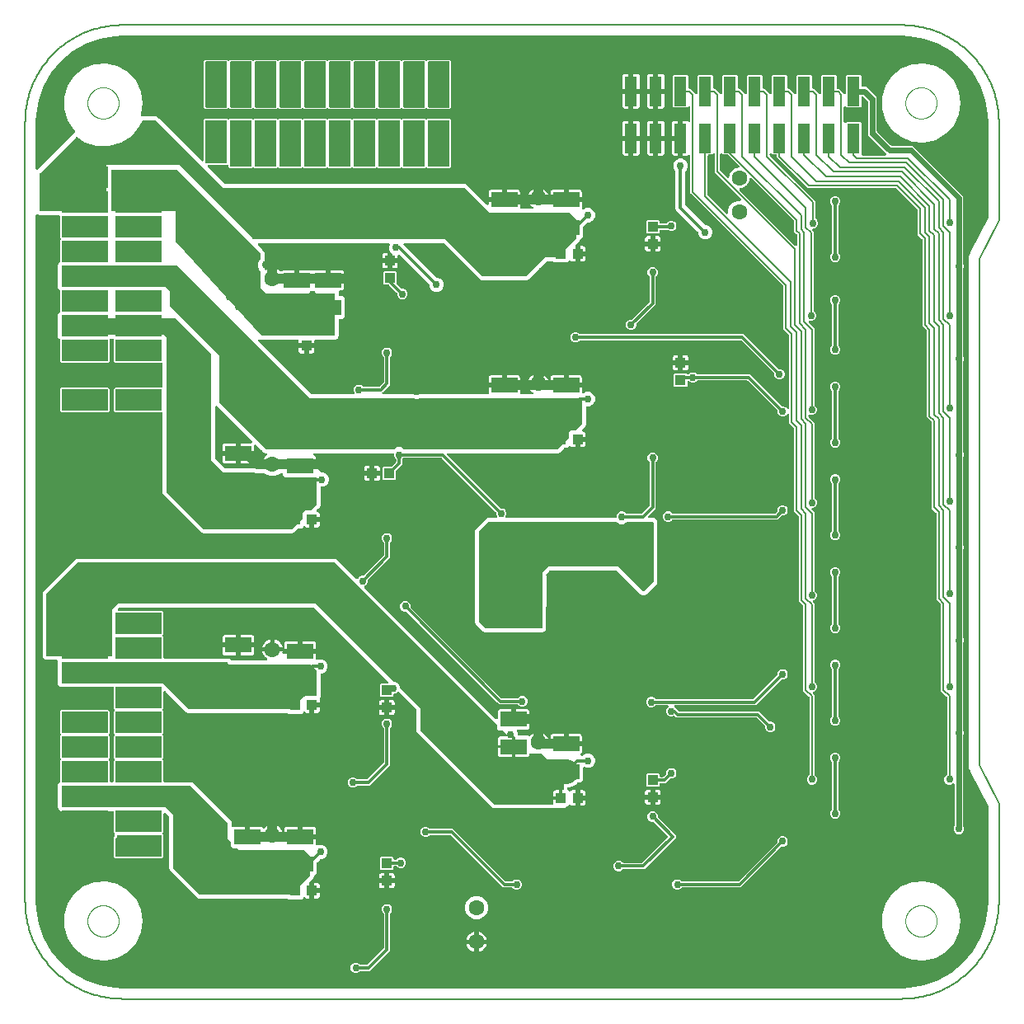
<source format=gbl>
G04 EAGLE Gerber RS-274X export*
G75*
%MOMM*%
%FSLAX34Y34*%
%LPD*%
%INBottom layer*%
%IPPOS*%
%AMOC8*
5,1,8,0,0,1.08239X$1,22.5*%
G01*
%ADD10C,0.152400*%
%ADD11C,0.000000*%
%ADD12C,0.808000*%
%ADD13C,1.600000*%
%ADD14R,2.700000X1.600000*%
%ADD15R,1.080000X1.050000*%
%ADD16R,1.050000X1.080000*%
%ADD17R,1.270000X3.048000*%
%ADD18R,1.270000X2.921000*%
%ADD19R,3.048000X1.270000*%
%ADD20C,0.756400*%
%ADD21C,1.016000*%
%ADD22C,0.856400*%
%ADD23C,0.304800*%
%ADD24C,0.609600*%
%ADD25C,2.540000*%
%ADD26C,0.806400*%
%ADD27C,0.203200*%

G36*
X900016Y10925D02*
X900016Y10925D01*
X900055Y10924D01*
X907708Y11258D01*
X907711Y11258D01*
X907713Y11258D01*
X907873Y11276D01*
X922947Y13934D01*
X922976Y13943D01*
X923006Y13946D01*
X923160Y13991D01*
X937543Y19226D01*
X937570Y19240D01*
X937600Y19248D01*
X937744Y19320D01*
X950999Y26973D01*
X951023Y26991D01*
X951051Y27004D01*
X951180Y27100D01*
X962905Y36938D01*
X962926Y36960D01*
X962951Y36978D01*
X963062Y37095D01*
X972900Y48820D01*
X972917Y48845D01*
X972938Y48867D01*
X973027Y49001D01*
X980680Y62256D01*
X980692Y62284D01*
X980709Y62309D01*
X980774Y62457D01*
X986009Y76839D01*
X986015Y76869D01*
X986028Y76897D01*
X986066Y77053D01*
X988724Y92127D01*
X988724Y92129D01*
X988725Y92132D01*
X988742Y92292D01*
X989076Y99945D01*
X989075Y99960D01*
X989077Y100000D01*
X989077Y197122D01*
X989070Y197176D01*
X989073Y197230D01*
X989051Y197333D01*
X989037Y197437D01*
X989017Y197488D01*
X989006Y197541D01*
X988943Y197689D01*
X971115Y233346D01*
X971047Y233448D01*
X970984Y233555D01*
X970949Y233594D01*
X970938Y233610D01*
X970923Y233624D01*
X970877Y233675D01*
X970740Y233813D01*
X970074Y235420D01*
X970064Y235439D01*
X970037Y235502D01*
X969259Y237058D01*
X969245Y237252D01*
X969221Y237373D01*
X969204Y237496D01*
X969187Y237545D01*
X969183Y237564D01*
X969174Y237583D01*
X969152Y237648D01*
X969077Y237827D01*
X969077Y239567D01*
X969075Y239589D01*
X969074Y239657D01*
X968951Y241393D01*
X969012Y241577D01*
X969036Y241698D01*
X969067Y241818D01*
X969070Y241870D01*
X969074Y241889D01*
X969073Y241910D01*
X969077Y241979D01*
X969077Y758021D01*
X969062Y758144D01*
X969053Y758267D01*
X969040Y758318D01*
X969037Y758337D01*
X969030Y758357D01*
X969012Y758423D01*
X968951Y758607D01*
X969074Y760343D01*
X969073Y760364D01*
X969077Y760433D01*
X969077Y762173D01*
X969152Y762352D01*
X969184Y762471D01*
X969223Y762588D01*
X969231Y762641D01*
X969236Y762659D01*
X969236Y762680D01*
X969245Y762748D01*
X969259Y762941D01*
X970037Y764498D01*
X970044Y764518D01*
X970074Y764580D01*
X970740Y766187D01*
X970877Y766325D01*
X970953Y766422D01*
X971034Y766515D01*
X971061Y766561D01*
X971072Y766576D01*
X971081Y766595D01*
X971115Y766654D01*
X988943Y802311D01*
X988961Y802362D01*
X988988Y802410D01*
X989014Y802511D01*
X989049Y802611D01*
X989053Y802665D01*
X989067Y802717D01*
X989077Y802878D01*
X989077Y900000D01*
X989075Y900016D01*
X989076Y900055D01*
X988742Y907708D01*
X988742Y907711D01*
X988742Y907713D01*
X988724Y907873D01*
X986066Y922947D01*
X986057Y922976D01*
X986054Y923006D01*
X986009Y923160D01*
X980774Y937543D01*
X980760Y937570D01*
X980752Y937600D01*
X980680Y937744D01*
X973027Y950999D01*
X973009Y951023D01*
X972996Y951051D01*
X972900Y951180D01*
X963062Y962905D01*
X963040Y962926D01*
X963022Y962951D01*
X962905Y963062D01*
X951180Y972900D01*
X951155Y972917D01*
X951133Y972938D01*
X950999Y973027D01*
X937744Y980680D01*
X937716Y980692D01*
X937691Y980709D01*
X937543Y980774D01*
X923160Y986009D01*
X923131Y986015D01*
X923103Y986028D01*
X922947Y986066D01*
X907873Y988724D01*
X907871Y988724D01*
X907868Y988725D01*
X907708Y988742D01*
X900055Y989076D01*
X900040Y989075D01*
X900000Y989077D01*
X100000Y989077D01*
X99984Y989075D01*
X99945Y989076D01*
X92292Y988742D01*
X92289Y988742D01*
X92287Y988742D01*
X92127Y988724D01*
X77053Y986066D01*
X77024Y986057D01*
X76994Y986054D01*
X76840Y986009D01*
X62457Y980774D01*
X62430Y980760D01*
X62400Y980752D01*
X62256Y980680D01*
X49001Y973027D01*
X48977Y973009D01*
X48949Y972996D01*
X48820Y972900D01*
X37095Y963062D01*
X37074Y963040D01*
X37049Y963022D01*
X36938Y962905D01*
X27100Y951180D01*
X27083Y951155D01*
X27062Y951133D01*
X26973Y950999D01*
X19320Y937744D01*
X19308Y937716D01*
X19291Y937691D01*
X19226Y937543D01*
X13991Y923161D01*
X13985Y923131D01*
X13972Y923103D01*
X13934Y922947D01*
X11276Y907873D01*
X11276Y907871D01*
X11275Y907868D01*
X11258Y907708D01*
X10924Y900055D01*
X10925Y900040D01*
X10923Y900000D01*
X10923Y852663D01*
X10940Y852525D01*
X10953Y852387D01*
X10960Y852368D01*
X10963Y852347D01*
X11014Y852218D01*
X11061Y852087D01*
X11072Y852070D01*
X11080Y852052D01*
X11161Y851940D01*
X11239Y851824D01*
X11255Y851811D01*
X11266Y851794D01*
X11374Y851706D01*
X11478Y851614D01*
X11496Y851605D01*
X11511Y851592D01*
X11637Y851532D01*
X11761Y851469D01*
X11781Y851465D01*
X11799Y851456D01*
X11936Y851430D01*
X12071Y851399D01*
X12092Y851400D01*
X12111Y851396D01*
X12250Y851405D01*
X12389Y851409D01*
X12409Y851415D01*
X12429Y851416D01*
X12561Y851459D01*
X12695Y851498D01*
X12712Y851508D01*
X12731Y851514D01*
X12849Y851588D01*
X12969Y851659D01*
X12990Y851678D01*
X13000Y851684D01*
X13014Y851699D01*
X13090Y851766D01*
X13319Y851995D01*
X51146Y889822D01*
X51165Y889847D01*
X51189Y889867D01*
X51263Y889972D01*
X51341Y890073D01*
X51353Y890102D01*
X51371Y890127D01*
X51417Y890248D01*
X51467Y890365D01*
X51472Y890396D01*
X51483Y890425D01*
X51497Y890552D01*
X51517Y890679D01*
X51514Y890710D01*
X51518Y890741D01*
X51500Y890868D01*
X51488Y890996D01*
X51477Y891025D01*
X51473Y891056D01*
X51423Y891175D01*
X51380Y891295D01*
X51363Y891321D01*
X51351Y891350D01*
X51273Y891453D01*
X51201Y891558D01*
X51178Y891579D01*
X51159Y891604D01*
X51040Y891712D01*
X50219Y892367D01*
X43397Y902373D01*
X39827Y913945D01*
X39827Y926055D01*
X43397Y937627D01*
X50219Y947633D01*
X59687Y955183D01*
X70960Y959608D01*
X83036Y960513D01*
X94842Y957818D01*
X105330Y951763D01*
X113567Y942886D01*
X118822Y931975D01*
X120626Y920000D01*
X118815Y907985D01*
X118814Y907930D01*
X118804Y907876D01*
X118810Y907772D01*
X118808Y907667D01*
X118820Y907614D01*
X118824Y907559D01*
X118856Y907460D01*
X118879Y907357D01*
X118905Y907309D01*
X118922Y907257D01*
X118978Y907168D01*
X119026Y907075D01*
X119062Y907034D01*
X119092Y906988D01*
X119168Y906916D01*
X119238Y906838D01*
X119283Y906808D01*
X119323Y906770D01*
X119415Y906719D01*
X119502Y906661D01*
X119554Y906643D01*
X119602Y906616D01*
X119703Y906590D01*
X119802Y906555D01*
X119857Y906551D01*
X119910Y906537D01*
X120071Y906527D01*
X134310Y906527D01*
X136084Y905792D01*
X137620Y904256D01*
X181284Y860592D01*
X181394Y860507D01*
X181501Y860418D01*
X181519Y860409D01*
X181535Y860397D01*
X181663Y860342D01*
X181789Y860283D01*
X181808Y860279D01*
X181827Y860271D01*
X181965Y860249D01*
X182101Y860223D01*
X182121Y860224D01*
X182141Y860221D01*
X182280Y860234D01*
X182418Y860243D01*
X182438Y860249D01*
X182458Y860251D01*
X182589Y860298D01*
X182721Y860341D01*
X182738Y860351D01*
X182757Y860358D01*
X182872Y860436D01*
X182990Y860511D01*
X183004Y860526D01*
X183020Y860537D01*
X183112Y860641D01*
X183208Y860742D01*
X183217Y860760D01*
X183231Y860775D01*
X183294Y860899D01*
X183361Y861021D01*
X183366Y861040D01*
X183375Y861059D01*
X183406Y861194D01*
X183441Y861329D01*
X183442Y861357D01*
X183445Y861369D01*
X183444Y861389D01*
X183451Y861489D01*
X183451Y902635D01*
X184790Y903974D01*
X207322Y903974D01*
X207859Y903437D01*
X207953Y903364D01*
X208042Y903286D01*
X208078Y903267D01*
X208110Y903243D01*
X208220Y903195D01*
X208325Y903141D01*
X208365Y903132D01*
X208402Y903116D01*
X208520Y903098D01*
X208636Y903071D01*
X208676Y903073D01*
X208716Y903066D01*
X208835Y903078D01*
X208954Y903081D01*
X208992Y903092D01*
X209033Y903096D01*
X209145Y903136D01*
X209259Y903170D01*
X209294Y903190D01*
X209332Y903204D01*
X209430Y903271D01*
X209533Y903331D01*
X209578Y903371D01*
X209595Y903382D01*
X209609Y903398D01*
X209654Y903438D01*
X210190Y903974D01*
X232722Y903974D01*
X233259Y903438D01*
X233353Y903365D01*
X233442Y903286D01*
X233478Y903267D01*
X233510Y903243D01*
X233619Y903195D01*
X233725Y903141D01*
X233765Y903132D01*
X233802Y903116D01*
X233920Y903098D01*
X234036Y903071D01*
X234076Y903073D01*
X234116Y903066D01*
X234235Y903078D01*
X234353Y903081D01*
X234392Y903092D01*
X234433Y903096D01*
X234545Y903136D01*
X234659Y903170D01*
X234694Y903190D01*
X234732Y903204D01*
X234830Y903271D01*
X234933Y903331D01*
X234978Y903371D01*
X234995Y903382D01*
X235008Y903398D01*
X235054Y903437D01*
X235590Y903974D01*
X258122Y903974D01*
X258659Y903437D01*
X258753Y903364D01*
X258842Y903286D01*
X258878Y903267D01*
X258910Y903243D01*
X259020Y903195D01*
X259125Y903141D01*
X259165Y903132D01*
X259202Y903116D01*
X259320Y903098D01*
X259436Y903071D01*
X259476Y903073D01*
X259516Y903066D01*
X259635Y903078D01*
X259754Y903081D01*
X259792Y903092D01*
X259833Y903096D01*
X259945Y903136D01*
X260059Y903170D01*
X260094Y903190D01*
X260132Y903204D01*
X260230Y903271D01*
X260333Y903331D01*
X260378Y903371D01*
X260395Y903382D01*
X260409Y903398D01*
X260454Y903438D01*
X260990Y903974D01*
X283522Y903974D01*
X284059Y903437D01*
X284153Y903364D01*
X284242Y903286D01*
X284278Y903267D01*
X284310Y903243D01*
X284420Y903195D01*
X284525Y903141D01*
X284565Y903132D01*
X284602Y903116D01*
X284720Y903098D01*
X284836Y903071D01*
X284876Y903073D01*
X284916Y903066D01*
X285035Y903078D01*
X285154Y903081D01*
X285192Y903092D01*
X285233Y903096D01*
X285345Y903136D01*
X285459Y903170D01*
X285494Y903190D01*
X285532Y903204D01*
X285630Y903271D01*
X285733Y903331D01*
X285778Y903371D01*
X285795Y903382D01*
X285809Y903398D01*
X285854Y903438D01*
X286390Y903974D01*
X308922Y903974D01*
X309459Y903438D01*
X309553Y903365D01*
X309642Y903286D01*
X309678Y903267D01*
X309710Y903243D01*
X309819Y903195D01*
X309925Y903141D01*
X309965Y903132D01*
X310002Y903116D01*
X310120Y903098D01*
X310236Y903071D01*
X310276Y903073D01*
X310316Y903066D01*
X310435Y903078D01*
X310553Y903081D01*
X310592Y903092D01*
X310633Y903096D01*
X310745Y903136D01*
X310859Y903170D01*
X310894Y903190D01*
X310932Y903204D01*
X311030Y903271D01*
X311133Y903331D01*
X311178Y903371D01*
X311195Y903382D01*
X311208Y903398D01*
X311254Y903437D01*
X311790Y903974D01*
X334322Y903974D01*
X334859Y903437D01*
X334953Y903364D01*
X335042Y903286D01*
X335078Y903267D01*
X335110Y903243D01*
X335220Y903195D01*
X335325Y903141D01*
X335365Y903132D01*
X335402Y903116D01*
X335520Y903098D01*
X335636Y903071D01*
X335676Y903073D01*
X335716Y903066D01*
X335835Y903078D01*
X335954Y903081D01*
X335992Y903092D01*
X336033Y903096D01*
X336145Y903136D01*
X336259Y903170D01*
X336294Y903190D01*
X336332Y903204D01*
X336430Y903271D01*
X336533Y903331D01*
X336578Y903371D01*
X336595Y903382D01*
X336609Y903398D01*
X336654Y903438D01*
X337190Y903974D01*
X359722Y903974D01*
X360259Y903438D01*
X360353Y903365D01*
X360442Y903286D01*
X360478Y903267D01*
X360510Y903243D01*
X360619Y903195D01*
X360725Y903141D01*
X360765Y903132D01*
X360802Y903116D01*
X360920Y903098D01*
X361036Y903071D01*
X361076Y903073D01*
X361116Y903066D01*
X361235Y903078D01*
X361353Y903081D01*
X361392Y903092D01*
X361433Y903096D01*
X361545Y903136D01*
X361659Y903170D01*
X361694Y903190D01*
X361732Y903204D01*
X361830Y903271D01*
X361933Y903331D01*
X361978Y903371D01*
X361995Y903382D01*
X362008Y903398D01*
X362054Y903437D01*
X362590Y903974D01*
X385122Y903974D01*
X385659Y903438D01*
X385753Y903365D01*
X385842Y903286D01*
X385878Y903267D01*
X385910Y903243D01*
X386019Y903195D01*
X386125Y903141D01*
X386165Y903132D01*
X386202Y903116D01*
X386320Y903098D01*
X386436Y903071D01*
X386476Y903073D01*
X386516Y903066D01*
X386635Y903078D01*
X386753Y903081D01*
X386792Y903092D01*
X386833Y903096D01*
X386945Y903136D01*
X387059Y903170D01*
X387094Y903190D01*
X387132Y903204D01*
X387230Y903271D01*
X387333Y903331D01*
X387378Y903371D01*
X387395Y903382D01*
X387408Y903398D01*
X387454Y903437D01*
X387990Y903974D01*
X410522Y903974D01*
X411059Y903437D01*
X411153Y903364D01*
X411242Y903286D01*
X411278Y903267D01*
X411310Y903243D01*
X411420Y903195D01*
X411525Y903141D01*
X411565Y903132D01*
X411602Y903116D01*
X411720Y903098D01*
X411836Y903071D01*
X411876Y903073D01*
X411916Y903066D01*
X412035Y903078D01*
X412154Y903081D01*
X412192Y903092D01*
X412233Y903096D01*
X412345Y903136D01*
X412459Y903170D01*
X412494Y903190D01*
X412532Y903204D01*
X412630Y903271D01*
X412733Y903331D01*
X412778Y903371D01*
X412795Y903382D01*
X412809Y903398D01*
X412854Y903438D01*
X413390Y903974D01*
X435922Y903974D01*
X437262Y902635D01*
X437262Y854703D01*
X435922Y853363D01*
X413390Y853363D01*
X412854Y853900D01*
X412760Y853973D01*
X412670Y854051D01*
X412634Y854070D01*
X412603Y854095D01*
X412493Y854142D01*
X412387Y854196D01*
X412348Y854205D01*
X412311Y854221D01*
X412193Y854240D01*
X412077Y854266D01*
X412037Y854264D01*
X411997Y854271D01*
X411878Y854260D01*
X411759Y854256D01*
X411720Y854245D01*
X411680Y854241D01*
X411568Y854201D01*
X411454Y854168D01*
X411419Y854147D01*
X411381Y854133D01*
X411282Y854067D01*
X411180Y854006D01*
X411134Y853966D01*
X411118Y853955D01*
X411104Y853940D01*
X411059Y853900D01*
X410522Y853363D01*
X387990Y853363D01*
X387454Y853900D01*
X387360Y853973D01*
X387270Y854051D01*
X387234Y854070D01*
X387202Y854095D01*
X387093Y854142D01*
X386987Y854196D01*
X386948Y854205D01*
X386911Y854221D01*
X386793Y854240D01*
X386677Y854266D01*
X386637Y854264D01*
X386597Y854271D01*
X386478Y854260D01*
X386359Y854256D01*
X386320Y854245D01*
X386280Y854241D01*
X386168Y854201D01*
X386053Y854168D01*
X386019Y854147D01*
X385981Y854133D01*
X385882Y854067D01*
X385780Y854006D01*
X385734Y853966D01*
X385717Y853955D01*
X385704Y853939D01*
X385659Y853900D01*
X385122Y853363D01*
X362590Y853363D01*
X362054Y853900D01*
X361960Y853973D01*
X361870Y854051D01*
X361834Y854070D01*
X361802Y854095D01*
X361693Y854142D01*
X361587Y854196D01*
X361548Y854205D01*
X361511Y854221D01*
X361393Y854240D01*
X361277Y854266D01*
X361237Y854264D01*
X361197Y854271D01*
X361078Y854260D01*
X360959Y854256D01*
X360920Y854245D01*
X360880Y854241D01*
X360768Y854201D01*
X360653Y854168D01*
X360619Y854147D01*
X360581Y854133D01*
X360482Y854067D01*
X360380Y854006D01*
X360334Y853966D01*
X360317Y853955D01*
X360304Y853939D01*
X360259Y853900D01*
X359722Y853363D01*
X337190Y853363D01*
X336654Y853900D01*
X336560Y853973D01*
X336470Y854051D01*
X336434Y854070D01*
X336403Y854095D01*
X336293Y854142D01*
X336187Y854196D01*
X336148Y854205D01*
X336111Y854221D01*
X335993Y854240D01*
X335877Y854266D01*
X335837Y854264D01*
X335797Y854271D01*
X335678Y854260D01*
X335559Y854256D01*
X335520Y854245D01*
X335480Y854241D01*
X335368Y854201D01*
X335254Y854168D01*
X335219Y854147D01*
X335181Y854133D01*
X335082Y854067D01*
X334980Y854006D01*
X334934Y853966D01*
X334918Y853955D01*
X334904Y853940D01*
X334859Y853900D01*
X334322Y853363D01*
X311790Y853363D01*
X311254Y853900D01*
X311160Y853973D01*
X311070Y854051D01*
X311034Y854070D01*
X311002Y854095D01*
X310893Y854142D01*
X310787Y854196D01*
X310748Y854205D01*
X310711Y854221D01*
X310593Y854240D01*
X310477Y854266D01*
X310437Y854264D01*
X310397Y854271D01*
X310278Y854260D01*
X310159Y854256D01*
X310120Y854245D01*
X310080Y854241D01*
X309968Y854201D01*
X309853Y854168D01*
X309819Y854147D01*
X309781Y854133D01*
X309682Y854067D01*
X309580Y854006D01*
X309534Y853966D01*
X309517Y853955D01*
X309504Y853939D01*
X309459Y853900D01*
X308922Y853363D01*
X286390Y853363D01*
X285854Y853900D01*
X285760Y853973D01*
X285670Y854051D01*
X285634Y854070D01*
X285603Y854095D01*
X285493Y854142D01*
X285387Y854196D01*
X285348Y854205D01*
X285311Y854221D01*
X285193Y854240D01*
X285077Y854266D01*
X285037Y854264D01*
X284997Y854271D01*
X284878Y854260D01*
X284759Y854256D01*
X284720Y854245D01*
X284680Y854241D01*
X284568Y854201D01*
X284454Y854168D01*
X284419Y854147D01*
X284381Y854133D01*
X284282Y854067D01*
X284180Y854006D01*
X284134Y853966D01*
X284118Y853955D01*
X284104Y853940D01*
X284059Y853900D01*
X283522Y853363D01*
X260990Y853363D01*
X260454Y853900D01*
X260360Y853973D01*
X260270Y854051D01*
X260234Y854070D01*
X260203Y854095D01*
X260093Y854142D01*
X259987Y854196D01*
X259948Y854205D01*
X259911Y854221D01*
X259793Y854240D01*
X259677Y854266D01*
X259637Y854264D01*
X259597Y854271D01*
X259478Y854260D01*
X259359Y854256D01*
X259320Y854245D01*
X259280Y854241D01*
X259168Y854201D01*
X259054Y854168D01*
X259019Y854147D01*
X258981Y854133D01*
X258882Y854067D01*
X258780Y854006D01*
X258734Y853966D01*
X258718Y853955D01*
X258704Y853940D01*
X258659Y853900D01*
X258122Y853363D01*
X235590Y853363D01*
X235054Y853900D01*
X234960Y853973D01*
X234870Y854051D01*
X234834Y854070D01*
X234802Y854095D01*
X234693Y854142D01*
X234587Y854196D01*
X234548Y854205D01*
X234511Y854221D01*
X234393Y854240D01*
X234277Y854266D01*
X234237Y854264D01*
X234197Y854271D01*
X234078Y854260D01*
X233959Y854256D01*
X233920Y854245D01*
X233880Y854241D01*
X233768Y854201D01*
X233653Y854168D01*
X233619Y854147D01*
X233581Y854133D01*
X233482Y854067D01*
X233380Y854006D01*
X233334Y853966D01*
X233317Y853955D01*
X233304Y853939D01*
X233259Y853900D01*
X232722Y853363D01*
X210190Y853363D01*
X208851Y854703D01*
X208851Y855269D01*
X208836Y855387D01*
X208828Y855506D01*
X208816Y855544D01*
X208811Y855584D01*
X208767Y855695D01*
X208730Y855808D01*
X208709Y855842D01*
X208694Y855880D01*
X208624Y855976D01*
X208560Y856077D01*
X208531Y856105D01*
X208507Y856137D01*
X208415Y856213D01*
X208329Y856295D01*
X208293Y856314D01*
X208262Y856340D01*
X208154Y856391D01*
X208050Y856448D01*
X208011Y856459D01*
X207974Y856476D01*
X207858Y856498D01*
X207742Y856528D01*
X207682Y856532D01*
X207662Y856536D01*
X207642Y856534D01*
X207582Y856538D01*
X188402Y856538D01*
X188265Y856521D01*
X188126Y856508D01*
X188107Y856501D01*
X188087Y856498D01*
X187958Y856447D01*
X187827Y856400D01*
X187810Y856389D01*
X187791Y856381D01*
X187679Y856300D01*
X187563Y856221D01*
X187550Y856206D01*
X187534Y856194D01*
X187445Y856087D01*
X187353Y855983D01*
X187344Y855965D01*
X187331Y855949D01*
X187272Y855824D01*
X187208Y855700D01*
X187204Y855680D01*
X187195Y855662D01*
X187169Y855525D01*
X187139Y855389D01*
X187139Y855369D01*
X187135Y855349D01*
X187144Y855211D01*
X187148Y855072D01*
X187154Y855052D01*
X187155Y855032D01*
X187198Y854900D01*
X187237Y854766D01*
X187247Y854749D01*
X187253Y854729D01*
X187328Y854612D01*
X187398Y854492D01*
X187417Y854471D01*
X187423Y854461D01*
X187438Y854447D01*
X187505Y854371D01*
X204828Y837048D01*
X204906Y836988D01*
X204978Y836920D01*
X205031Y836891D01*
X205079Y836854D01*
X205170Y836814D01*
X205256Y836766D01*
X205315Y836751D01*
X205371Y836727D01*
X205469Y836712D01*
X205564Y836687D01*
X205664Y836681D01*
X205685Y836677D01*
X205697Y836679D01*
X205725Y836677D01*
X451810Y836677D01*
X453584Y835942D01*
X455120Y834406D01*
X473918Y815608D01*
X474027Y815523D01*
X474134Y815435D01*
X474153Y815426D01*
X474169Y815414D01*
X474297Y815358D01*
X474422Y815299D01*
X474442Y815295D01*
X474461Y815287D01*
X474599Y815265D01*
X474735Y815239D01*
X474755Y815241D01*
X474775Y815237D01*
X474914Y815250D01*
X475052Y815259D01*
X475071Y815265D01*
X475091Y815267D01*
X475223Y815314D01*
X475354Y815357D01*
X475372Y815368D01*
X475391Y815375D01*
X475506Y815453D01*
X475623Y815527D01*
X475637Y815542D01*
X475654Y815553D01*
X475746Y815657D01*
X475841Y815759D01*
X475851Y815777D01*
X475864Y815792D01*
X475928Y815916D01*
X475995Y816037D01*
X476000Y816057D01*
X476009Y816075D01*
X476039Y816211D01*
X476074Y816345D01*
X476076Y816373D01*
X476079Y816385D01*
X476078Y816406D01*
X476084Y816506D01*
X476084Y817911D01*
X490855Y817911D01*
X490973Y817926D01*
X491092Y817933D01*
X491130Y817946D01*
X491170Y817951D01*
X491281Y817994D01*
X491394Y818031D01*
X491429Y818053D01*
X491466Y818068D01*
X491562Y818138D01*
X491663Y818201D01*
X491691Y818231D01*
X491723Y818255D01*
X491799Y818346D01*
X491881Y818433D01*
X491900Y818468D01*
X491926Y818499D01*
X491977Y818607D01*
X492034Y818711D01*
X492045Y818751D01*
X492062Y818787D01*
X492084Y818904D01*
X492114Y819019D01*
X492118Y819080D01*
X492122Y819100D01*
X492120Y819120D01*
X492124Y819180D01*
X492124Y820451D01*
X492126Y820451D01*
X492126Y819180D01*
X492141Y819062D01*
X492148Y818943D01*
X492161Y818905D01*
X492166Y818865D01*
X492210Y818754D01*
X492246Y818641D01*
X492268Y818606D01*
X492283Y818569D01*
X492353Y818473D01*
X492416Y818372D01*
X492446Y818344D01*
X492470Y818311D01*
X492561Y818236D01*
X492648Y818154D01*
X492683Y818134D01*
X492715Y818109D01*
X492822Y818058D01*
X492926Y818000D01*
X492966Y817990D01*
X493002Y817973D01*
X493119Y817951D01*
X493234Y817921D01*
X493295Y817917D01*
X493315Y817913D01*
X493335Y817915D01*
X493395Y817911D01*
X508166Y817911D01*
X508166Y812546D01*
X508181Y812428D01*
X508188Y812309D01*
X508201Y812271D01*
X508206Y812230D01*
X508249Y812120D01*
X508286Y812007D01*
X508308Y811972D01*
X508323Y811935D01*
X508392Y811839D01*
X508456Y811738D01*
X508486Y811710D01*
X508509Y811677D01*
X508601Y811601D01*
X508688Y811520D01*
X508723Y811500D01*
X508754Y811475D01*
X508862Y811424D01*
X508966Y811366D01*
X509006Y811356D01*
X509042Y811339D01*
X509159Y811317D01*
X509274Y811287D01*
X509334Y811283D01*
X509354Y811279D01*
X509375Y811281D01*
X509435Y811277D01*
X520469Y811277D01*
X520548Y811287D01*
X520628Y811287D01*
X520705Y811307D01*
X520784Y811317D01*
X520859Y811346D01*
X520936Y811366D01*
X521006Y811404D01*
X521080Y811434D01*
X521145Y811480D01*
X521214Y811519D01*
X521273Y811573D01*
X521338Y811620D01*
X521388Y811682D01*
X521446Y811736D01*
X521489Y811804D01*
X521540Y811865D01*
X521574Y811937D01*
X521617Y812005D01*
X521642Y812081D01*
X521676Y812153D01*
X521691Y812231D01*
X521716Y812307D01*
X521721Y812387D01*
X521736Y812465D01*
X521731Y812545D01*
X521736Y812624D01*
X521721Y812703D01*
X521716Y812783D01*
X521691Y812859D01*
X521676Y812937D01*
X521642Y813009D01*
X521618Y813085D01*
X521575Y813153D01*
X521541Y813225D01*
X521491Y813287D01*
X521448Y813354D01*
X521390Y813409D01*
X521339Y813470D01*
X521217Y813571D01*
X521216Y813572D01*
X521215Y813573D01*
X520183Y814322D01*
X519010Y815496D01*
X518035Y816838D01*
X517282Y818316D01*
X516769Y819894D01*
X516734Y820113D01*
X526070Y820113D01*
X526188Y820128D01*
X526307Y820136D01*
X526345Y820148D01*
X526385Y820153D01*
X526496Y820197D01*
X526609Y820234D01*
X526643Y820255D01*
X526681Y820270D01*
X526777Y820340D01*
X526878Y820404D01*
X526906Y820433D01*
X526938Y820457D01*
X527014Y820549D01*
X527046Y820583D01*
X527051Y820574D01*
X527081Y820547D01*
X527105Y820514D01*
X527196Y820438D01*
X527283Y820356D01*
X527318Y820337D01*
X527350Y820311D01*
X527457Y820260D01*
X527562Y820203D01*
X527601Y820193D01*
X527637Y820176D01*
X527754Y820153D01*
X527870Y820123D01*
X527930Y820120D01*
X527950Y820116D01*
X527970Y820117D01*
X528030Y820113D01*
X537366Y820113D01*
X537331Y819894D01*
X537227Y819572D01*
X537197Y819417D01*
X537167Y819261D01*
X537167Y819260D01*
X537178Y819083D01*
X537187Y818943D01*
X537248Y818754D01*
X537285Y818641D01*
X537285Y818640D01*
X537374Y818499D01*
X537455Y818372D01*
X537455Y818371D01*
X537563Y818270D01*
X537687Y818154D01*
X537828Y818076D01*
X537965Y818000D01*
X537966Y818000D01*
X538136Y817956D01*
X538273Y817921D01*
X538274Y817921D01*
X538434Y817911D01*
X554355Y817911D01*
X554473Y817926D01*
X554592Y817933D01*
X554630Y817946D01*
X554670Y817951D01*
X554781Y817994D01*
X554894Y818031D01*
X554929Y818053D01*
X554966Y818068D01*
X555062Y818138D01*
X555163Y818201D01*
X555191Y818231D01*
X555223Y818255D01*
X555299Y818346D01*
X555381Y818433D01*
X555400Y818468D01*
X555426Y818499D01*
X555477Y818607D01*
X555534Y818711D01*
X555545Y818751D01*
X555562Y818787D01*
X555584Y818904D01*
X555614Y819019D01*
X555618Y819080D01*
X555622Y819100D01*
X555620Y819120D01*
X555624Y819180D01*
X555624Y820451D01*
X555626Y820451D01*
X555626Y819180D01*
X555641Y819062D01*
X555648Y818943D01*
X555661Y818905D01*
X555666Y818865D01*
X555710Y818754D01*
X555746Y818641D01*
X555768Y818606D01*
X555783Y818569D01*
X555853Y818473D01*
X555916Y818372D01*
X555946Y818344D01*
X555970Y818311D01*
X556061Y818236D01*
X556148Y818154D01*
X556183Y818134D01*
X556215Y818109D01*
X556322Y818058D01*
X556426Y818000D01*
X556466Y817990D01*
X556502Y817973D01*
X556619Y817951D01*
X556734Y817921D01*
X556795Y817917D01*
X556815Y817913D01*
X556835Y817915D01*
X556895Y817911D01*
X571666Y817911D01*
X571666Y812121D01*
X571683Y811983D01*
X571696Y811844D01*
X571703Y811825D01*
X571706Y811805D01*
X571757Y811676D01*
X571804Y811545D01*
X571815Y811528D01*
X571823Y811510D01*
X571904Y811397D01*
X571983Y811282D01*
X571998Y811269D01*
X572009Y811252D01*
X572117Y811164D01*
X572221Y811071D01*
X572239Y811062D01*
X572254Y811050D01*
X572380Y810990D01*
X572505Y810927D01*
X572524Y810923D01*
X572542Y810914D01*
X572678Y810888D01*
X572815Y810857D01*
X572835Y810858D01*
X572854Y810854D01*
X572993Y810863D01*
X573133Y810867D01*
X573152Y810873D01*
X573172Y810874D01*
X573304Y810917D01*
X573438Y810956D01*
X573455Y810966D01*
X573474Y810972D01*
X573572Y811034D01*
X576390Y812201D01*
X579310Y812201D01*
X582007Y811084D01*
X584071Y809020D01*
X585189Y806322D01*
X585189Y803403D01*
X584071Y800705D01*
X582007Y798641D01*
X579310Y797524D01*
X578222Y797524D01*
X578124Y797511D01*
X578025Y797508D01*
X577967Y797492D01*
X577907Y797484D01*
X577815Y797447D01*
X577720Y797420D01*
X577667Y797389D01*
X577611Y797367D01*
X577531Y797309D01*
X577446Y797258D01*
X577370Y797192D01*
X577354Y797180D01*
X577346Y797171D01*
X577325Y797152D01*
X573053Y792881D01*
X572993Y792802D01*
X572925Y792730D01*
X572896Y792677D01*
X572859Y792629D01*
X572819Y792538D01*
X572771Y792452D01*
X572756Y792393D01*
X572732Y792338D01*
X572717Y792240D01*
X572692Y792144D01*
X572686Y792044D01*
X572682Y792024D01*
X572684Y792011D01*
X572682Y791983D01*
X572682Y782977D01*
X570284Y780579D01*
X570278Y780572D01*
X570271Y780566D01*
X570181Y780446D01*
X570089Y780328D01*
X570085Y780319D01*
X570080Y780312D01*
X570009Y780167D01*
X569242Y778316D01*
X565383Y774457D01*
X565322Y774378D01*
X565254Y774306D01*
X565225Y774253D01*
X565188Y774205D01*
X565148Y774114D01*
X565100Y774028D01*
X565085Y773969D01*
X565061Y773913D01*
X565046Y773815D01*
X565021Y773720D01*
X565015Y773620D01*
X565011Y773599D01*
X565013Y773587D01*
X565011Y773559D01*
X565011Y766445D01*
X565026Y766327D01*
X565033Y766208D01*
X565046Y766170D01*
X565051Y766130D01*
X565094Y766019D01*
X565131Y765906D01*
X565153Y765871D01*
X565168Y765834D01*
X565238Y765738D01*
X565301Y765637D01*
X565331Y765609D01*
X565355Y765577D01*
X565446Y765501D01*
X565533Y765419D01*
X565568Y765400D01*
X565599Y765374D01*
X565707Y765323D01*
X565811Y765266D01*
X565851Y765255D01*
X565887Y765238D01*
X566004Y765216D01*
X566119Y765186D01*
X566180Y765182D01*
X566200Y765178D01*
X566220Y765180D01*
X566280Y765176D01*
X567551Y765176D01*
X567551Y765174D01*
X566280Y765174D01*
X566162Y765159D01*
X566043Y765152D01*
X566005Y765139D01*
X565965Y765134D01*
X565854Y765090D01*
X565741Y765054D01*
X565706Y765032D01*
X565669Y765017D01*
X565573Y764947D01*
X565472Y764884D01*
X565444Y764854D01*
X565411Y764830D01*
X565336Y764739D01*
X565254Y764652D01*
X565234Y764617D01*
X565209Y764585D01*
X565158Y764478D01*
X565100Y764374D01*
X565090Y764334D01*
X565073Y764298D01*
X565051Y764181D01*
X565021Y764066D01*
X565017Y764005D01*
X565013Y763985D01*
X565015Y763965D01*
X565011Y763905D01*
X565011Y757234D01*
X561966Y757234D01*
X561319Y757407D01*
X560740Y757742D01*
X560416Y758066D01*
X560322Y758139D01*
X560233Y758218D01*
X560197Y758236D01*
X560165Y758261D01*
X560055Y758308D01*
X559949Y758362D01*
X559910Y758371D01*
X559873Y758387D01*
X559755Y758406D01*
X559639Y758432D01*
X559599Y758431D01*
X559559Y758437D01*
X559440Y758426D01*
X559321Y758422D01*
X559282Y758411D01*
X559242Y758407D01*
X559130Y758367D01*
X559016Y758334D01*
X558981Y758313D01*
X558943Y758300D01*
X558844Y758233D01*
X558742Y758172D01*
X558697Y758133D01*
X558680Y758121D01*
X558666Y758106D01*
X558621Y758066D01*
X556773Y756218D01*
X543327Y756218D01*
X542744Y756802D01*
X542665Y756862D01*
X542593Y756930D01*
X542540Y756959D01*
X542492Y756996D01*
X542401Y757036D01*
X542315Y757084D01*
X542256Y757099D01*
X542200Y757123D01*
X542102Y757138D01*
X542007Y757163D01*
X541907Y757169D01*
X541886Y757173D01*
X541874Y757171D01*
X541846Y757173D01*
X535925Y757173D01*
X535827Y757161D01*
X535728Y757158D01*
X535670Y757141D01*
X535610Y757133D01*
X535517Y757097D01*
X535422Y757069D01*
X535370Y757039D01*
X535314Y757016D01*
X535234Y756958D01*
X535148Y756908D01*
X535073Y756842D01*
X535056Y756830D01*
X535049Y756820D01*
X535028Y756802D01*
X517084Y738858D01*
X515310Y738123D01*
X468940Y738123D01*
X467166Y738858D01*
X430172Y775852D01*
X430094Y775912D01*
X430022Y775980D01*
X429969Y776009D01*
X429921Y776046D01*
X429830Y776086D01*
X429744Y776134D01*
X429685Y776149D01*
X429629Y776173D01*
X429531Y776188D01*
X429436Y776213D01*
X429336Y776219D01*
X429315Y776223D01*
X429303Y776221D01*
X429275Y776223D01*
X389726Y776223D01*
X389589Y776206D01*
X389450Y776193D01*
X389431Y776186D01*
X389411Y776183D01*
X389282Y776132D01*
X389151Y776085D01*
X389134Y776074D01*
X389115Y776066D01*
X389003Y775985D01*
X388887Y775907D01*
X388874Y775891D01*
X388858Y775880D01*
X388769Y775772D01*
X388677Y775668D01*
X388668Y775650D01*
X388655Y775635D01*
X388596Y775509D01*
X388532Y775385D01*
X388528Y775365D01*
X388519Y775347D01*
X388493Y775211D01*
X388463Y775075D01*
X388463Y775054D01*
X388460Y775035D01*
X388468Y774896D01*
X388472Y774757D01*
X388478Y774737D01*
X388479Y774717D01*
X388522Y774585D01*
X388561Y774451D01*
X388571Y774434D01*
X388577Y774415D01*
X388652Y774297D01*
X388722Y774177D01*
X388741Y774156D01*
X388747Y774146D01*
X388762Y774132D01*
X388829Y774057D01*
X421750Y741135D01*
X421828Y741075D01*
X421900Y741007D01*
X421953Y740978D01*
X422001Y740941D01*
X422092Y740901D01*
X422179Y740853D01*
X422237Y740838D01*
X422293Y740814D01*
X422391Y740799D01*
X422487Y740774D01*
X422587Y740768D01*
X422607Y740764D01*
X422619Y740766D01*
X422647Y740764D01*
X423735Y740764D01*
X426432Y739646D01*
X428496Y737582D01*
X429614Y734885D01*
X429614Y731965D01*
X428496Y729268D01*
X426432Y727204D01*
X423735Y726086D01*
X420815Y726086D01*
X418118Y727204D01*
X416054Y729268D01*
X414936Y731965D01*
X414936Y733053D01*
X414924Y733151D01*
X414921Y733250D01*
X414904Y733308D01*
X414896Y733368D01*
X414860Y733460D01*
X414832Y733555D01*
X414802Y733608D01*
X414779Y733664D01*
X414721Y733744D01*
X414671Y733829D01*
X414605Y733905D01*
X414593Y733921D01*
X414583Y733929D01*
X414565Y733950D01*
X384757Y763757D01*
X384648Y763843D01*
X384541Y763931D01*
X384522Y763940D01*
X384506Y763952D01*
X384378Y764008D01*
X384253Y764067D01*
X384233Y764070D01*
X384214Y764079D01*
X384076Y764100D01*
X383940Y764126D01*
X383920Y764125D01*
X383900Y764128D01*
X383761Y764115D01*
X383623Y764107D01*
X383604Y764101D01*
X383584Y764099D01*
X383452Y764051D01*
X383321Y764009D01*
X383303Y763998D01*
X383284Y763991D01*
X383169Y763913D01*
X383052Y763839D01*
X383038Y763824D01*
X383021Y763812D01*
X382929Y763708D01*
X382834Y763607D01*
X382824Y763589D01*
X382811Y763574D01*
X382747Y763450D01*
X382680Y763328D01*
X382675Y763309D01*
X382666Y763291D01*
X382636Y763155D01*
X382601Y763020D01*
X382599Y762992D01*
X382596Y762980D01*
X382597Y762960D01*
X382591Y762860D01*
X382591Y760589D01*
X377189Y760589D01*
X377189Y764432D01*
X377177Y764530D01*
X377174Y764629D01*
X377157Y764687D01*
X377149Y764747D01*
X377113Y764839D01*
X377085Y764934D01*
X377055Y764986D01*
X377032Y765043D01*
X376974Y765123D01*
X376924Y765208D01*
X376857Y765284D01*
X376845Y765300D01*
X376836Y765308D01*
X376817Y765329D01*
X374779Y767368D01*
X373661Y770065D01*
X373661Y772985D01*
X374276Y774468D01*
X374289Y774516D01*
X374310Y774561D01*
X374331Y774669D01*
X374360Y774775D01*
X374360Y774825D01*
X374370Y774874D01*
X374363Y774983D01*
X374365Y775093D01*
X374353Y775141D01*
X374350Y775191D01*
X374316Y775295D01*
X374291Y775402D01*
X374267Y775446D01*
X374252Y775493D01*
X374193Y775586D01*
X374142Y775683D01*
X374109Y775720D01*
X374082Y775762D01*
X374002Y775837D01*
X373928Y775919D01*
X373886Y775946D01*
X373850Y775980D01*
X373754Y776033D01*
X373662Y776093D01*
X373615Y776110D01*
X373572Y776134D01*
X373465Y776161D01*
X373361Y776197D01*
X373312Y776201D01*
X373264Y776213D01*
X373103Y776223D01*
X240142Y776223D01*
X240004Y776206D01*
X239866Y776193D01*
X239847Y776186D01*
X239826Y776183D01*
X239697Y776132D01*
X239566Y776085D01*
X239550Y776074D01*
X239531Y776066D01*
X239418Y775985D01*
X239303Y775907D01*
X239290Y775891D01*
X239273Y775880D01*
X239185Y775772D01*
X239093Y775668D01*
X239084Y775650D01*
X239071Y775635D01*
X239011Y775509D01*
X238948Y775385D01*
X238944Y775365D01*
X238935Y775347D01*
X238909Y775211D01*
X238878Y775075D01*
X238879Y775054D01*
X238875Y775035D01*
X238884Y774896D01*
X238888Y774757D01*
X238894Y774737D01*
X238895Y774717D01*
X238938Y774585D01*
X238977Y774451D01*
X238987Y774434D01*
X238993Y774415D01*
X239068Y774296D01*
X239138Y774177D01*
X239157Y774156D01*
X239163Y774146D01*
X239178Y774132D01*
X239244Y774057D01*
X243856Y769445D01*
X245392Y767909D01*
X246127Y766135D01*
X246127Y749612D01*
X246132Y749573D01*
X246129Y749533D01*
X246145Y749448D01*
X246149Y749389D01*
X246159Y749360D01*
X246167Y749297D01*
X246181Y749260D01*
X246189Y749221D01*
X246237Y749118D01*
X246247Y749087D01*
X246254Y749076D01*
X246284Y749001D01*
X246307Y748969D01*
X246324Y748933D01*
X246400Y748841D01*
X246470Y748744D01*
X246501Y748718D01*
X246526Y748688D01*
X246623Y748617D01*
X246715Y748541D01*
X246751Y748524D01*
X246784Y748501D01*
X246895Y748456D01*
X247003Y748405D01*
X247042Y748398D01*
X247079Y748383D01*
X247198Y748368D01*
X247315Y748346D01*
X247355Y748348D01*
X247395Y748343D01*
X247513Y748358D01*
X247633Y748365D01*
X247671Y748378D01*
X247710Y748383D01*
X247822Y748427D01*
X247935Y748463D01*
X247969Y748485D01*
X248006Y748499D01*
X248142Y748586D01*
X248476Y748828D01*
X249954Y749581D01*
X251532Y750094D01*
X251751Y750128D01*
X251751Y740793D01*
X251766Y740674D01*
X251773Y740556D01*
X251785Y740517D01*
X251791Y740477D01*
X251834Y740366D01*
X251871Y740253D01*
X251893Y740219D01*
X251908Y740181D01*
X251977Y740085D01*
X252041Y739985D01*
X252071Y739957D01*
X252094Y739924D01*
X252186Y739848D01*
X252273Y739767D01*
X252308Y739747D01*
X252339Y739721D01*
X252447Y739671D01*
X252551Y739613D01*
X252591Y739603D01*
X252627Y739586D01*
X252744Y739563D01*
X252859Y739534D01*
X252919Y739530D01*
X252939Y739526D01*
X252960Y739527D01*
X253020Y739523D01*
X253711Y739523D01*
X253711Y738832D01*
X253726Y738714D01*
X253733Y738596D01*
X253746Y738557D01*
X253751Y738517D01*
X253795Y738406D01*
X253831Y738293D01*
X253853Y738259D01*
X253868Y738221D01*
X253938Y738125D01*
X254001Y738024D01*
X254031Y737997D01*
X254055Y737964D01*
X254146Y737888D01*
X254233Y737806D01*
X254268Y737787D01*
X254300Y737761D01*
X254407Y737710D01*
X254512Y737653D01*
X254551Y737643D01*
X254587Y737626D01*
X254704Y737603D01*
X254820Y737573D01*
X254880Y737570D01*
X254900Y737566D01*
X254920Y737567D01*
X254980Y737563D01*
X264316Y737563D01*
X264281Y737344D01*
X264177Y737022D01*
X264140Y736829D01*
X264117Y736711D01*
X264117Y736710D01*
X264128Y736528D01*
X264137Y736393D01*
X264137Y736392D01*
X264189Y736233D01*
X264235Y736091D01*
X264235Y736090D01*
X264326Y735947D01*
X264405Y735822D01*
X264405Y735821D01*
X264535Y735699D01*
X264637Y735604D01*
X264793Y735518D01*
X264915Y735450D01*
X264916Y735450D01*
X265074Y735409D01*
X265223Y735371D01*
X265224Y735371D01*
X265384Y735361D01*
X278130Y735361D01*
X278248Y735376D01*
X278367Y735383D01*
X278405Y735396D01*
X278445Y735401D01*
X278556Y735444D01*
X278669Y735481D01*
X278704Y735503D01*
X278741Y735518D01*
X278837Y735588D01*
X278938Y735651D01*
X278966Y735681D01*
X278998Y735705D01*
X279074Y735796D01*
X279156Y735883D01*
X279175Y735918D01*
X279201Y735949D01*
X279252Y736057D01*
X279309Y736161D01*
X279320Y736201D01*
X279337Y736237D01*
X279359Y736354D01*
X279389Y736469D01*
X279393Y736530D01*
X279397Y736550D01*
X279395Y736570D01*
X279399Y736630D01*
X279399Y737901D01*
X279401Y737901D01*
X279401Y736630D01*
X279416Y736512D01*
X279423Y736393D01*
X279436Y736355D01*
X279441Y736315D01*
X279485Y736204D01*
X279521Y736091D01*
X279543Y736056D01*
X279558Y736019D01*
X279628Y735923D01*
X279691Y735822D01*
X279721Y735794D01*
X279745Y735761D01*
X279836Y735686D01*
X279923Y735604D01*
X279958Y735584D01*
X279990Y735559D01*
X280097Y735508D01*
X280201Y735450D01*
X280241Y735440D01*
X280277Y735423D01*
X280394Y735401D01*
X280509Y735371D01*
X280570Y735367D01*
X280590Y735363D01*
X280610Y735365D01*
X280670Y735361D01*
X309880Y735361D01*
X309998Y735376D01*
X310117Y735383D01*
X310155Y735396D01*
X310195Y735401D01*
X310306Y735444D01*
X310419Y735481D01*
X310454Y735503D01*
X310491Y735518D01*
X310587Y735588D01*
X310688Y735651D01*
X310716Y735681D01*
X310748Y735705D01*
X310824Y735796D01*
X310906Y735883D01*
X310925Y735918D01*
X310951Y735949D01*
X311002Y736057D01*
X311059Y736161D01*
X311070Y736201D01*
X311087Y736237D01*
X311109Y736354D01*
X311139Y736469D01*
X311143Y736530D01*
X311147Y736550D01*
X311145Y736570D01*
X311149Y736630D01*
X311149Y737901D01*
X311151Y737901D01*
X311151Y736630D01*
X311166Y736512D01*
X311173Y736393D01*
X311186Y736355D01*
X311191Y736315D01*
X311235Y736204D01*
X311271Y736091D01*
X311293Y736056D01*
X311308Y736019D01*
X311378Y735923D01*
X311441Y735822D01*
X311471Y735794D01*
X311495Y735761D01*
X311586Y735686D01*
X311673Y735604D01*
X311708Y735584D01*
X311740Y735559D01*
X311847Y735508D01*
X311951Y735450D01*
X311991Y735440D01*
X312027Y735423D01*
X312144Y735401D01*
X312259Y735371D01*
X312320Y735367D01*
X312340Y735363D01*
X312360Y735365D01*
X312420Y735361D01*
X327191Y735361D01*
X327191Y729566D01*
X327018Y728919D01*
X326683Y728340D01*
X326210Y727867D01*
X325631Y727532D01*
X324984Y727359D01*
X323191Y727359D01*
X323142Y727353D01*
X323092Y727355D01*
X322985Y727333D01*
X322876Y727319D01*
X322829Y727301D01*
X322781Y727291D01*
X322682Y727243D01*
X322580Y727202D01*
X322540Y727173D01*
X322495Y727151D01*
X322411Y727080D01*
X322323Y727016D01*
X322291Y726977D01*
X322253Y726945D01*
X322190Y726855D01*
X322120Y726771D01*
X322099Y726726D01*
X322070Y726685D01*
X322031Y726582D01*
X321984Y726483D01*
X321975Y726434D01*
X321957Y726388D01*
X321945Y726278D01*
X321924Y726171D01*
X321927Y726121D01*
X321922Y726072D01*
X321937Y725963D01*
X321944Y725853D01*
X321959Y725806D01*
X321966Y725757D01*
X322018Y725604D01*
X322327Y724860D01*
X322327Y722726D01*
X322342Y722608D01*
X322349Y722489D01*
X322362Y722451D01*
X322367Y722410D01*
X322410Y722300D01*
X322447Y722187D01*
X322469Y722152D01*
X322484Y722115D01*
X322553Y722019D01*
X322617Y721918D01*
X322647Y721890D01*
X322670Y721857D01*
X322762Y721781D01*
X322849Y721700D01*
X322884Y721680D01*
X322915Y721655D01*
X323023Y721604D01*
X323127Y721546D01*
X323167Y721536D01*
X323203Y721519D01*
X323320Y721497D01*
X323435Y721467D01*
X323495Y721463D01*
X323515Y721459D01*
X323536Y721461D01*
X323596Y721457D01*
X326123Y721457D01*
X328207Y719373D01*
X328207Y700427D01*
X326123Y698343D01*
X323596Y698343D01*
X323478Y698328D01*
X323359Y698321D01*
X323321Y698308D01*
X323280Y698303D01*
X323170Y698260D01*
X323057Y698223D01*
X323022Y698201D01*
X322985Y698186D01*
X322889Y698117D01*
X322788Y698053D01*
X322760Y698023D01*
X322727Y698000D01*
X322651Y697908D01*
X322570Y697821D01*
X322550Y697786D01*
X322525Y697755D01*
X322474Y697647D01*
X322416Y697543D01*
X322406Y697503D01*
X322389Y697467D01*
X322367Y697350D01*
X322337Y697235D01*
X322333Y697175D01*
X322329Y697155D01*
X322331Y697134D01*
X322327Y697074D01*
X322327Y680799D01*
X321592Y679025D01*
X320234Y677667D01*
X318460Y676932D01*
X298135Y676932D01*
X298017Y676917D01*
X297898Y676910D01*
X297860Y676897D01*
X297819Y676892D01*
X297709Y676848D01*
X297596Y676812D01*
X297561Y676790D01*
X297524Y676775D01*
X297428Y676705D01*
X297327Y676642D01*
X297299Y676612D01*
X297266Y676588D01*
X297190Y676497D01*
X297109Y676410D01*
X297089Y676375D01*
X297064Y676343D01*
X297013Y676236D01*
X296955Y676132D01*
X296945Y676092D01*
X296928Y676056D01*
X296906Y675939D01*
X296876Y675824D01*
X296872Y675763D01*
X296868Y675743D01*
X296870Y675723D01*
X296866Y675663D01*
X296866Y673239D01*
X290195Y673239D01*
X290077Y673224D01*
X289958Y673217D01*
X289920Y673204D01*
X289880Y673199D01*
X289769Y673155D01*
X289656Y673119D01*
X289621Y673097D01*
X289584Y673082D01*
X289488Y673012D01*
X289387Y672949D01*
X289359Y672919D01*
X289327Y672895D01*
X289251Y672804D01*
X289169Y672717D01*
X289150Y672682D01*
X289124Y672650D01*
X289073Y672543D01*
X289016Y672439D01*
X289005Y672399D01*
X288988Y672363D01*
X288966Y672246D01*
X288936Y672131D01*
X288932Y672070D01*
X288928Y672050D01*
X288930Y672030D01*
X288926Y671970D01*
X288926Y670699D01*
X288924Y670699D01*
X288924Y671970D01*
X288909Y672088D01*
X288902Y672207D01*
X288889Y672245D01*
X288884Y672285D01*
X288840Y672396D01*
X288804Y672509D01*
X288782Y672544D01*
X288767Y672581D01*
X288697Y672677D01*
X288634Y672778D01*
X288604Y672806D01*
X288580Y672838D01*
X288489Y672914D01*
X288402Y672996D01*
X288367Y673015D01*
X288335Y673041D01*
X288228Y673092D01*
X288124Y673149D01*
X288084Y673160D01*
X288048Y673177D01*
X287931Y673199D01*
X287816Y673229D01*
X287755Y673233D01*
X287735Y673237D01*
X287715Y673235D01*
X287655Y673239D01*
X280984Y673239D01*
X280984Y675663D01*
X280969Y675781D01*
X280962Y675900D01*
X280949Y675938D01*
X280944Y675978D01*
X280901Y676089D01*
X280864Y676202D01*
X280842Y676237D01*
X280827Y676274D01*
X280758Y676370D01*
X280694Y676471D01*
X280664Y676499D01*
X280641Y676531D01*
X280549Y676607D01*
X280462Y676689D01*
X280427Y676708D01*
X280396Y676734D01*
X280288Y676785D01*
X280184Y676842D01*
X280144Y676853D01*
X280108Y676870D01*
X279991Y676892D01*
X279876Y676922D01*
X279816Y676926D01*
X279796Y676930D01*
X279775Y676928D01*
X279715Y676932D01*
X243802Y676932D01*
X243665Y676915D01*
X243527Y676902D01*
X243499Y676894D01*
X243487Y676892D01*
X243485Y676892D01*
X242655Y676931D01*
X242638Y676929D01*
X242595Y676932D01*
X241731Y676932D01*
X241608Y676970D01*
X241580Y676973D01*
X241568Y676976D01*
X241566Y676976D01*
X241222Y677138D01*
X241127Y677169D01*
X241035Y677209D01*
X240976Y677218D01*
X240919Y677237D01*
X240820Y677243D01*
X240721Y677259D01*
X240662Y677253D01*
X240602Y677257D01*
X240504Y677238D01*
X240405Y677229D01*
X240348Y677208D01*
X240289Y677197D01*
X240199Y677155D01*
X240105Y677121D01*
X240056Y677087D01*
X240002Y677062D01*
X239925Y676998D01*
X239842Y676943D01*
X239803Y676898D01*
X239756Y676859D01*
X239698Y676779D01*
X239632Y676704D01*
X239605Y676651D01*
X239569Y676602D01*
X239533Y676510D01*
X239487Y676421D01*
X239474Y676362D01*
X239452Y676307D01*
X239439Y676208D01*
X239418Y676111D01*
X239419Y676051D01*
X239412Y675991D01*
X239424Y675892D01*
X239427Y675793D01*
X239444Y675735D01*
X239451Y675676D01*
X239488Y675583D01*
X239516Y675487D01*
X239546Y675435D01*
X239568Y675380D01*
X239627Y675299D01*
X239677Y675213D01*
X239743Y675139D01*
X239755Y675122D01*
X239764Y675114D01*
X239784Y675092D01*
X293728Y621148D01*
X293806Y621088D01*
X293878Y621020D01*
X293931Y620991D01*
X293979Y620954D01*
X294070Y620914D01*
X294156Y620866D01*
X294215Y620851D01*
X294271Y620827D01*
X294369Y620812D01*
X294464Y620787D01*
X294564Y620781D01*
X294585Y620777D01*
X294597Y620779D01*
X294625Y620777D01*
X337203Y620777D01*
X337252Y620783D01*
X337301Y620781D01*
X337409Y620803D01*
X337518Y620817D01*
X337564Y620835D01*
X337613Y620845D01*
X337712Y620893D01*
X337814Y620934D01*
X337854Y620963D01*
X337899Y620985D01*
X337982Y621056D01*
X338071Y621120D01*
X338103Y621159D01*
X338141Y621191D01*
X338204Y621281D01*
X338274Y621365D01*
X338295Y621410D01*
X338324Y621451D01*
X338363Y621554D01*
X338409Y621653D01*
X338419Y621702D01*
X338436Y621748D01*
X338449Y621858D01*
X338469Y621965D01*
X338466Y622015D01*
X338472Y622064D01*
X338456Y622173D01*
X338449Y622283D01*
X338434Y622330D01*
X338427Y622379D01*
X338375Y622532D01*
X337593Y624419D01*
X337593Y626531D01*
X338401Y628481D01*
X339894Y629974D01*
X341844Y630782D01*
X343956Y630782D01*
X345906Y629974D01*
X346984Y628895D01*
X347063Y628835D01*
X347135Y628767D01*
X347188Y628738D01*
X347236Y628701D01*
X347327Y628661D01*
X347413Y628613D01*
X347472Y628598D01*
X347528Y628574D01*
X347625Y628559D01*
X347721Y628534D01*
X347821Y628528D01*
X347842Y628524D01*
X347854Y628526D01*
X347882Y628524D01*
X363336Y628524D01*
X363435Y628536D01*
X363534Y628539D01*
X363592Y628556D01*
X363652Y628564D01*
X363744Y628600D01*
X363839Y628628D01*
X363891Y628658D01*
X363948Y628681D01*
X364028Y628739D01*
X364113Y628789D01*
X364188Y628855D01*
X364205Y628867D01*
X364213Y628877D01*
X364234Y628895D01*
X368055Y632716D01*
X368115Y632794D01*
X368183Y632866D01*
X368212Y632919D01*
X368249Y632967D01*
X368289Y633058D01*
X368337Y633145D01*
X368352Y633204D01*
X368376Y633259D01*
X368391Y633357D01*
X368416Y633453D01*
X368422Y633553D01*
X368426Y633573D01*
X368424Y633586D01*
X368426Y633614D01*
X368426Y658593D01*
X368414Y658691D01*
X368411Y658790D01*
X368394Y658849D01*
X368386Y658909D01*
X368350Y659001D01*
X368322Y659096D01*
X368292Y659148D01*
X368269Y659204D01*
X368211Y659284D01*
X368161Y659370D01*
X368095Y659445D01*
X368083Y659462D01*
X368073Y659469D01*
X368055Y659491D01*
X366976Y660569D01*
X366168Y662519D01*
X366168Y664631D01*
X366976Y666581D01*
X368469Y668074D01*
X370419Y668882D01*
X372531Y668882D01*
X374481Y668074D01*
X375974Y666581D01*
X376782Y664631D01*
X376782Y662519D01*
X375974Y660569D01*
X374895Y659491D01*
X374835Y659412D01*
X374767Y659340D01*
X374738Y659287D01*
X374701Y659239D01*
X374661Y659148D01*
X374613Y659062D01*
X374598Y659003D01*
X374574Y658947D01*
X374559Y658850D01*
X374534Y658754D01*
X374528Y658654D01*
X374524Y658633D01*
X374526Y658621D01*
X374524Y658593D01*
X374524Y630562D01*
X368545Y624584D01*
X366905Y622943D01*
X366820Y622834D01*
X366731Y622727D01*
X366723Y622708D01*
X366710Y622692D01*
X366655Y622564D01*
X366596Y622439D01*
X366592Y622419D01*
X366584Y622400D01*
X366562Y622262D01*
X366536Y622126D01*
X366537Y622106D01*
X366534Y622086D01*
X366547Y621947D01*
X366556Y621809D01*
X366562Y621790D01*
X366564Y621770D01*
X366611Y621638D01*
X366654Y621507D01*
X366664Y621489D01*
X366671Y621470D01*
X366749Y621355D01*
X366824Y621238D01*
X366839Y621224D01*
X366850Y621207D01*
X366954Y621115D01*
X367055Y621020D01*
X367073Y621010D01*
X367088Y620997D01*
X367212Y620933D01*
X367334Y620866D01*
X367353Y620861D01*
X367372Y620852D01*
X367507Y620822D01*
X367642Y620787D01*
X367670Y620785D01*
X367682Y620782D01*
X367702Y620783D01*
X367803Y620777D01*
X474815Y620777D01*
X474933Y620792D01*
X475052Y620799D01*
X475090Y620812D01*
X475131Y620817D01*
X475241Y620860D01*
X475354Y620897D01*
X475389Y620919D01*
X475426Y620934D01*
X475522Y621003D01*
X475623Y621067D01*
X475651Y621097D01*
X475684Y621120D01*
X475760Y621212D01*
X475841Y621299D01*
X475861Y621334D01*
X475886Y621365D01*
X475937Y621473D01*
X475995Y621577D01*
X476005Y621617D01*
X476022Y621653D01*
X476044Y621770D01*
X476074Y621885D01*
X476078Y621945D01*
X476082Y621965D01*
X476080Y621986D01*
X476084Y622046D01*
X476084Y627411D01*
X490855Y627411D01*
X490973Y627426D01*
X491092Y627433D01*
X491130Y627446D01*
X491170Y627451D01*
X491281Y627494D01*
X491394Y627531D01*
X491429Y627553D01*
X491466Y627568D01*
X491562Y627638D01*
X491663Y627701D01*
X491691Y627731D01*
X491723Y627755D01*
X491799Y627846D01*
X491881Y627933D01*
X491900Y627968D01*
X491926Y627999D01*
X491977Y628107D01*
X492034Y628211D01*
X492045Y628251D01*
X492062Y628287D01*
X492084Y628404D01*
X492114Y628519D01*
X492118Y628580D01*
X492122Y628600D01*
X492120Y628620D01*
X492124Y628680D01*
X492124Y629951D01*
X492126Y629951D01*
X492126Y628680D01*
X492141Y628562D01*
X492148Y628443D01*
X492161Y628405D01*
X492166Y628365D01*
X492210Y628254D01*
X492246Y628141D01*
X492268Y628106D01*
X492283Y628069D01*
X492353Y627973D01*
X492416Y627872D01*
X492446Y627844D01*
X492470Y627811D01*
X492561Y627736D01*
X492648Y627654D01*
X492683Y627634D01*
X492715Y627609D01*
X492822Y627558D01*
X492926Y627500D01*
X492966Y627490D01*
X493002Y627473D01*
X493119Y627451D01*
X493234Y627421D01*
X493295Y627417D01*
X493315Y627413D01*
X493335Y627415D01*
X493395Y627411D01*
X508166Y627411D01*
X508166Y622046D01*
X508181Y621928D01*
X508188Y621809D01*
X508201Y621771D01*
X508206Y621730D01*
X508249Y621620D01*
X508286Y621507D01*
X508308Y621472D01*
X508323Y621435D01*
X508392Y621339D01*
X508456Y621238D01*
X508486Y621210D01*
X508509Y621177D01*
X508601Y621101D01*
X508688Y621020D01*
X508723Y621000D01*
X508754Y620975D01*
X508862Y620924D01*
X508966Y620866D01*
X509006Y620856D01*
X509042Y620839D01*
X509159Y620817D01*
X509274Y620787D01*
X509334Y620783D01*
X509354Y620779D01*
X509375Y620781D01*
X509435Y620777D01*
X520469Y620777D01*
X520548Y620787D01*
X520628Y620787D01*
X520705Y620807D01*
X520785Y620817D01*
X520859Y620846D01*
X520936Y620866D01*
X521006Y620904D01*
X521080Y620934D01*
X521145Y620980D01*
X521215Y621019D01*
X521273Y621073D01*
X521338Y621120D01*
X521388Y621182D01*
X521446Y621236D01*
X521489Y621304D01*
X521540Y621365D01*
X521574Y621437D01*
X521617Y621505D01*
X521642Y621581D01*
X521676Y621653D01*
X521691Y621731D01*
X521716Y621807D01*
X521721Y621887D01*
X521736Y621965D01*
X521731Y622045D01*
X521736Y622125D01*
X521721Y622203D01*
X521716Y622283D01*
X521691Y622359D01*
X521677Y622437D01*
X521643Y622509D01*
X521618Y622585D01*
X521575Y622653D01*
X521541Y622725D01*
X521491Y622786D01*
X521448Y622854D01*
X521390Y622909D01*
X521339Y622970D01*
X521217Y623071D01*
X521216Y623072D01*
X521215Y623073D01*
X520183Y623823D01*
X519010Y624996D01*
X518035Y626338D01*
X517282Y627816D01*
X516769Y629394D01*
X516734Y629613D01*
X526070Y629613D01*
X526188Y629628D01*
X526307Y629636D01*
X526345Y629648D01*
X526385Y629653D01*
X526496Y629697D01*
X526609Y629734D01*
X526643Y629755D01*
X526681Y629770D01*
X526777Y629840D01*
X526878Y629904D01*
X526906Y629933D01*
X526938Y629957D01*
X527014Y630049D01*
X527046Y630083D01*
X527051Y630074D01*
X527081Y630047D01*
X527105Y630014D01*
X527196Y629938D01*
X527283Y629856D01*
X527318Y629837D01*
X527350Y629811D01*
X527457Y629760D01*
X527562Y629703D01*
X527601Y629693D01*
X527637Y629676D01*
X527754Y629653D01*
X527870Y629623D01*
X527930Y629620D01*
X527950Y629616D01*
X527970Y629617D01*
X528030Y629613D01*
X537366Y629613D01*
X537331Y629394D01*
X537227Y629072D01*
X537194Y628901D01*
X537167Y628761D01*
X537167Y628760D01*
X537179Y628564D01*
X537187Y628443D01*
X537247Y628257D01*
X537285Y628141D01*
X537285Y628140D01*
X537370Y628007D01*
X537455Y627872D01*
X537455Y627871D01*
X537565Y627768D01*
X537687Y627654D01*
X537822Y627580D01*
X537965Y627500D01*
X537966Y627500D01*
X538143Y627455D01*
X538273Y627421D01*
X538274Y627421D01*
X538434Y627411D01*
X554355Y627411D01*
X554473Y627426D01*
X554592Y627433D01*
X554630Y627446D01*
X554670Y627451D01*
X554781Y627494D01*
X554894Y627531D01*
X554929Y627553D01*
X554966Y627568D01*
X555062Y627638D01*
X555163Y627701D01*
X555191Y627731D01*
X555223Y627755D01*
X555299Y627846D01*
X555381Y627933D01*
X555400Y627968D01*
X555426Y627999D01*
X555477Y628107D01*
X555534Y628211D01*
X555545Y628251D01*
X555562Y628287D01*
X555584Y628404D01*
X555614Y628519D01*
X555618Y628580D01*
X555622Y628600D01*
X555620Y628620D01*
X555624Y628680D01*
X555624Y629951D01*
X555626Y629951D01*
X555626Y628680D01*
X555641Y628562D01*
X555648Y628443D01*
X555661Y628405D01*
X555666Y628365D01*
X555710Y628254D01*
X555746Y628141D01*
X555768Y628106D01*
X555783Y628069D01*
X555853Y627973D01*
X555916Y627872D01*
X555946Y627844D01*
X555970Y627811D01*
X556061Y627736D01*
X556148Y627654D01*
X556183Y627634D01*
X556215Y627609D01*
X556322Y627558D01*
X556426Y627500D01*
X556466Y627490D01*
X556502Y627473D01*
X556619Y627451D01*
X556734Y627421D01*
X556795Y627417D01*
X556815Y627413D01*
X556835Y627415D01*
X556895Y627411D01*
X571666Y627411D01*
X571666Y623208D01*
X571683Y623070D01*
X571696Y622932D01*
X571703Y622913D01*
X571706Y622893D01*
X571757Y622763D01*
X571804Y622632D01*
X571815Y622616D01*
X571823Y622597D01*
X571904Y622485D01*
X571983Y622369D01*
X571998Y622356D01*
X572009Y622340D01*
X572117Y622251D01*
X572221Y622159D01*
X572239Y622150D01*
X572254Y622137D01*
X572380Y622078D01*
X572505Y622014D01*
X572524Y622010D01*
X572542Y622002D01*
X572678Y621976D01*
X572815Y621945D01*
X572835Y621946D01*
X572854Y621942D01*
X572993Y621950D01*
X573133Y621955D01*
X573152Y621960D01*
X573172Y621962D01*
X573304Y622004D01*
X573438Y622043D01*
X573455Y622053D01*
X573474Y622060D01*
X573572Y622121D01*
X576390Y623289D01*
X579310Y623289D01*
X582007Y622171D01*
X584071Y620107D01*
X585189Y617410D01*
X585189Y614490D01*
X584071Y611793D01*
X582007Y609729D01*
X579310Y608611D01*
X577596Y608611D01*
X577478Y608596D01*
X577359Y608589D01*
X577321Y608576D01*
X577280Y608571D01*
X577170Y608528D01*
X577057Y608491D01*
X577022Y608469D01*
X576985Y608454D01*
X576889Y608385D01*
X576788Y608321D01*
X576760Y608291D01*
X576727Y608268D01*
X576651Y608176D01*
X576570Y608089D01*
X576550Y608054D01*
X576525Y608023D01*
X576474Y607915D01*
X576416Y607811D01*
X576406Y607771D01*
X576389Y607735D01*
X576367Y607618D01*
X576337Y607503D01*
X576333Y607443D01*
X576329Y607423D01*
X576331Y607402D01*
X576327Y607342D01*
X576327Y589590D01*
X575592Y587816D01*
X572526Y584750D01*
X572445Y584645D01*
X572359Y584544D01*
X572348Y584520D01*
X572331Y584499D01*
X572278Y584377D01*
X572221Y584258D01*
X572215Y584232D01*
X572205Y584207D01*
X572184Y584076D01*
X572158Y583946D01*
X572159Y583919D01*
X572155Y583893D01*
X572167Y583761D01*
X572174Y583629D01*
X572182Y583603D01*
X572185Y583576D01*
X572229Y583451D01*
X572269Y583325D01*
X572283Y583302D01*
X572292Y583277D01*
X572366Y583167D01*
X572436Y583055D01*
X572456Y583036D01*
X572471Y583014D01*
X572570Y582926D01*
X572665Y582834D01*
X572689Y582821D01*
X572709Y582803D01*
X572827Y582743D01*
X572942Y582678D01*
X572979Y582666D01*
X572992Y582659D01*
X573014Y582654D01*
X573095Y582626D01*
X573781Y582443D01*
X574360Y582108D01*
X574833Y581635D01*
X575168Y581056D01*
X575341Y580409D01*
X575341Y577214D01*
X568820Y577214D01*
X568702Y577199D01*
X568583Y577192D01*
X568545Y577179D01*
X568505Y577174D01*
X568394Y577130D01*
X568281Y577094D01*
X568246Y577072D01*
X568209Y577057D01*
X568113Y576987D01*
X568012Y576924D01*
X567984Y576894D01*
X567952Y576870D01*
X567876Y576779D01*
X567794Y576692D01*
X567775Y576657D01*
X567749Y576625D01*
X567698Y576518D01*
X567641Y576414D01*
X567630Y576374D01*
X567613Y576338D01*
X567591Y576221D01*
X567561Y576106D01*
X567557Y576045D01*
X567553Y576025D01*
X567555Y576005D01*
X567551Y575945D01*
X567551Y574674D01*
X566280Y574674D01*
X566162Y574659D01*
X566043Y574652D01*
X566005Y574639D01*
X565965Y574634D01*
X565854Y574590D01*
X565741Y574554D01*
X565706Y574532D01*
X565669Y574517D01*
X565573Y574447D01*
X565472Y574384D01*
X565444Y574354D01*
X565411Y574330D01*
X565336Y574239D01*
X565254Y574152D01*
X565234Y574117D01*
X565209Y574085D01*
X565158Y573978D01*
X565100Y573874D01*
X565090Y573834D01*
X565073Y573798D01*
X565051Y573681D01*
X565021Y573566D01*
X565017Y573505D01*
X565013Y573485D01*
X565015Y573465D01*
X565011Y573405D01*
X565011Y566734D01*
X561966Y566734D01*
X561319Y566907D01*
X560740Y567242D01*
X560416Y567566D01*
X560322Y567639D01*
X560233Y567718D01*
X560197Y567736D01*
X560165Y567761D01*
X560055Y567808D01*
X559949Y567862D01*
X559910Y567871D01*
X559873Y567887D01*
X559755Y567906D01*
X559639Y567932D01*
X559599Y567931D01*
X559559Y567937D01*
X559440Y567926D01*
X559321Y567922D01*
X559282Y567911D01*
X559242Y567907D01*
X559130Y567867D01*
X559016Y567834D01*
X558981Y567813D01*
X558943Y567800D01*
X558844Y567733D01*
X558742Y567672D01*
X558697Y567633D01*
X558680Y567621D01*
X558666Y567606D01*
X558621Y567566D01*
X556773Y565718D01*
X554020Y565718D01*
X553922Y565706D01*
X553823Y565703D01*
X553765Y565686D01*
X553704Y565678D01*
X553612Y565642D01*
X553517Y565614D01*
X553465Y565584D01*
X553409Y565561D01*
X553329Y565503D01*
X553243Y565453D01*
X553168Y565387D01*
X553151Y565375D01*
X553144Y565365D01*
X553123Y565347D01*
X550370Y562594D01*
X548834Y561058D01*
X547060Y560323D01*
X434478Y560323D01*
X434340Y560306D01*
X434201Y560293D01*
X434182Y560286D01*
X434162Y560283D01*
X434033Y560232D01*
X433902Y560185D01*
X433885Y560174D01*
X433866Y560166D01*
X433754Y560085D01*
X433639Y560007D01*
X433625Y559991D01*
X433609Y559980D01*
X433520Y559872D01*
X433428Y559768D01*
X433419Y559750D01*
X433406Y559735D01*
X433347Y559609D01*
X433284Y559485D01*
X433279Y559465D01*
X433271Y559447D01*
X433245Y559311D01*
X433214Y559175D01*
X433215Y559154D01*
X433211Y559135D01*
X433219Y558996D01*
X433224Y558857D01*
X433229Y558837D01*
X433231Y558817D01*
X433273Y558685D01*
X433312Y558551D01*
X433322Y558534D01*
X433329Y558515D01*
X433403Y558397D01*
X433474Y558277D01*
X433492Y558256D01*
X433499Y558246D01*
X433514Y558232D01*
X433580Y558157D01*
X487583Y504153D01*
X487661Y504093D01*
X487733Y504025D01*
X487786Y503996D01*
X487834Y503959D01*
X487925Y503919D01*
X488012Y503871D01*
X488071Y503856D01*
X488126Y503832D01*
X488224Y503817D01*
X488320Y503792D01*
X488420Y503786D01*
X488440Y503782D01*
X488453Y503784D01*
X488481Y503782D01*
X490006Y503782D01*
X491956Y502974D01*
X493449Y501481D01*
X494257Y499531D01*
X494257Y497419D01*
X493475Y495532D01*
X493462Y495484D01*
X493441Y495439D01*
X493420Y495331D01*
X493391Y495225D01*
X493390Y495175D01*
X493381Y495126D01*
X493388Y495017D01*
X493386Y494907D01*
X493397Y494859D01*
X493401Y494809D01*
X493434Y494705D01*
X493460Y494598D01*
X493483Y494554D01*
X493499Y494507D01*
X493557Y494414D01*
X493609Y494317D01*
X493642Y494280D01*
X493669Y494238D01*
X493749Y494163D01*
X493823Y494081D01*
X493864Y494054D01*
X493900Y494020D01*
X493996Y493967D01*
X494088Y493907D01*
X494135Y493890D01*
X494179Y493866D01*
X494285Y493839D01*
X494389Y493803D01*
X494439Y493799D01*
X494487Y493787D01*
X494647Y493777D01*
X606199Y493777D01*
X606317Y493792D01*
X606436Y493799D01*
X606474Y493812D01*
X606515Y493817D01*
X606625Y493860D01*
X606738Y493897D01*
X606773Y493919D01*
X606810Y493934D01*
X606906Y494003D01*
X607007Y494067D01*
X607035Y494097D01*
X607068Y494120D01*
X607144Y494212D01*
X607225Y494299D01*
X607245Y494334D01*
X607270Y494365D01*
X607321Y494473D01*
X607379Y494577D01*
X607389Y494617D01*
X607406Y494653D01*
X607428Y494770D01*
X607458Y494885D01*
X607462Y494945D01*
X607466Y494965D01*
X607464Y494986D01*
X607468Y495046D01*
X607468Y496356D01*
X608276Y498306D01*
X609769Y499799D01*
X611719Y500607D01*
X613831Y500607D01*
X615781Y499799D01*
X616859Y498720D01*
X616938Y498660D01*
X617010Y498592D01*
X617063Y498563D01*
X617111Y498526D01*
X617202Y498486D01*
X617288Y498438D01*
X617347Y498423D01*
X617403Y498399D01*
X617500Y498384D01*
X617596Y498359D01*
X617696Y498353D01*
X617717Y498349D01*
X617729Y498351D01*
X617757Y498349D01*
X633211Y498349D01*
X633310Y498361D01*
X633409Y498364D01*
X633467Y498381D01*
X633527Y498389D01*
X633619Y498425D01*
X633714Y498453D01*
X633766Y498483D01*
X633823Y498506D01*
X633903Y498564D01*
X633988Y498614D01*
X634063Y498680D01*
X634080Y498692D01*
X634088Y498702D01*
X634109Y498720D01*
X641105Y505716D01*
X641165Y505794D01*
X641233Y505866D01*
X641262Y505919D01*
X641299Y505967D01*
X641339Y506058D01*
X641387Y506145D01*
X641402Y506204D01*
X641426Y506259D01*
X641441Y506357D01*
X641466Y506453D01*
X641472Y506553D01*
X641476Y506573D01*
X641474Y506586D01*
X641476Y506614D01*
X641476Y550643D01*
X641464Y550741D01*
X641461Y550840D01*
X641444Y550899D01*
X641436Y550959D01*
X641400Y551051D01*
X641372Y551146D01*
X641342Y551198D01*
X641319Y551254D01*
X641261Y551334D01*
X641211Y551420D01*
X641145Y551495D01*
X641133Y551512D01*
X641123Y551519D01*
X641105Y551541D01*
X640026Y552619D01*
X639218Y554569D01*
X639218Y556681D01*
X640026Y558631D01*
X641519Y560124D01*
X643469Y560932D01*
X645581Y560932D01*
X647531Y560124D01*
X649024Y558631D01*
X649832Y556681D01*
X649832Y554569D01*
X649024Y552619D01*
X647945Y551541D01*
X647885Y551462D01*
X647817Y551390D01*
X647788Y551337D01*
X647751Y551289D01*
X647711Y551198D01*
X647663Y551112D01*
X647648Y551053D01*
X647624Y550997D01*
X647609Y550900D01*
X647584Y550804D01*
X647578Y550704D01*
X647574Y550683D01*
X647576Y550671D01*
X647574Y550643D01*
X647574Y503562D01*
X639955Y495943D01*
X639870Y495834D01*
X639781Y495727D01*
X639773Y495708D01*
X639760Y495692D01*
X639705Y495564D01*
X639646Y495439D01*
X639642Y495419D01*
X639634Y495400D01*
X639612Y495262D01*
X639586Y495126D01*
X639587Y495106D01*
X639584Y495086D01*
X639597Y494947D01*
X639606Y494809D01*
X639612Y494790D01*
X639614Y494770D01*
X639661Y494638D01*
X639704Y494507D01*
X639714Y494489D01*
X639721Y494470D01*
X639799Y494355D01*
X639874Y494238D01*
X639889Y494224D01*
X639900Y494207D01*
X640004Y494115D01*
X640105Y494020D01*
X640123Y494010D01*
X640138Y493997D01*
X640262Y493933D01*
X640384Y493866D01*
X640403Y493861D01*
X640422Y493852D01*
X640557Y493822D01*
X640692Y493787D01*
X640720Y493785D01*
X640732Y493782D01*
X640752Y493783D01*
X640853Y493777D01*
X645485Y493777D01*
X647259Y493042D01*
X648617Y491684D01*
X649352Y489910D01*
X649352Y427665D01*
X648617Y425891D01*
X637734Y415008D01*
X635960Y414273D01*
X634040Y414273D01*
X632266Y415008D01*
X607972Y439302D01*
X607894Y439362D01*
X607822Y439430D01*
X607769Y439459D01*
X607721Y439496D01*
X607630Y439536D01*
X607544Y439584D01*
X607485Y439599D01*
X607429Y439623D01*
X607331Y439638D01*
X607236Y439663D01*
X607136Y439669D01*
X607115Y439673D01*
X607103Y439671D01*
X607075Y439673D01*
X539100Y439673D01*
X539002Y439661D01*
X538903Y439658D01*
X538845Y439641D01*
X538785Y439633D01*
X538692Y439597D01*
X538597Y439569D01*
X538545Y439539D01*
X538489Y439516D01*
X538409Y439458D01*
X538323Y439408D01*
X538248Y439342D01*
X538231Y439330D01*
X538224Y439320D01*
X538203Y439302D01*
X535423Y436522D01*
X535363Y436444D01*
X535295Y436372D01*
X535266Y436319D01*
X535229Y436271D01*
X535189Y436180D01*
X535141Y436094D01*
X535126Y436035D01*
X535102Y435979D01*
X535087Y435881D01*
X535062Y435786D01*
X535056Y435686D01*
X535052Y435665D01*
X535054Y435653D01*
X535052Y435625D01*
X535052Y435068D01*
X535070Y434923D01*
X535085Y434778D01*
X535090Y434766D01*
X535092Y434752D01*
X535145Y434617D01*
X535196Y434480D01*
X535204Y434469D01*
X535209Y434456D01*
X535294Y434339D01*
X535377Y434219D01*
X535388Y434210D01*
X535395Y434199D01*
X535507Y434106D01*
X535618Y434011D01*
X535630Y434005D01*
X535640Y433996D01*
X535772Y433934D01*
X535814Y433914D01*
X535814Y403656D01*
X535782Y403645D01*
X535770Y403638D01*
X535757Y403634D01*
X535636Y403553D01*
X535513Y403475D01*
X535504Y403465D01*
X535492Y403458D01*
X535395Y403350D01*
X535295Y403243D01*
X535288Y403232D01*
X535279Y403222D01*
X535211Y403091D01*
X535141Y402965D01*
X535138Y402952D01*
X535132Y402940D01*
X535098Y402798D01*
X535062Y402657D01*
X535061Y402639D01*
X535059Y402630D01*
X535059Y402613D01*
X535052Y402496D01*
X535052Y380040D01*
X534317Y378266D01*
X532959Y376908D01*
X531185Y376173D01*
X472115Y376173D01*
X470341Y376908D01*
X468805Y378444D01*
X464169Y383080D01*
X462633Y384616D01*
X461898Y386390D01*
X461898Y480385D01*
X462633Y482159D01*
X471980Y491506D01*
X473516Y493042D01*
X475290Y493777D01*
X483253Y493777D01*
X483302Y493783D01*
X483351Y493781D01*
X483459Y493803D01*
X483568Y493817D01*
X483614Y493835D01*
X483663Y493845D01*
X483762Y493893D01*
X483864Y493934D01*
X483904Y493963D01*
X483949Y493985D01*
X484032Y494056D01*
X484121Y494120D01*
X484153Y494159D01*
X484191Y494191D01*
X484254Y494281D01*
X484324Y494365D01*
X484345Y494410D01*
X484374Y494451D01*
X484413Y494554D01*
X484459Y494653D01*
X484469Y494702D01*
X484486Y494748D01*
X484499Y494858D01*
X484519Y494965D01*
X484516Y495015D01*
X484522Y495064D01*
X484506Y495173D01*
X484499Y495283D01*
X484484Y495330D01*
X484477Y495379D01*
X484425Y495532D01*
X483643Y497419D01*
X483643Y498944D01*
X483631Y499042D01*
X483628Y499142D01*
X483611Y499200D01*
X483603Y499260D01*
X483567Y499352D01*
X483539Y499447D01*
X483509Y499499D01*
X483486Y499556D01*
X483428Y499636D01*
X483378Y499721D01*
X483312Y499796D01*
X483300Y499813D01*
X483290Y499821D01*
X483272Y499842D01*
X427734Y555380D01*
X427656Y555440D01*
X427584Y555508D01*
X427531Y555537D01*
X427483Y555574D01*
X427392Y555614D01*
X427305Y555662D01*
X427246Y555677D01*
X427191Y555701D01*
X427093Y555716D01*
X426997Y555741D01*
X426897Y555747D01*
X426877Y555751D01*
X426864Y555749D01*
X426836Y555751D01*
X389157Y555751D01*
X389059Y555739D01*
X388960Y555736D01*
X388901Y555719D01*
X388841Y555711D01*
X388749Y555675D01*
X388654Y555647D01*
X388602Y555617D01*
X388546Y555594D01*
X388466Y555536D01*
X388380Y555486D01*
X388305Y555420D01*
X388288Y555408D01*
X388281Y555398D01*
X388259Y555380D01*
X387595Y554716D01*
X387535Y554637D01*
X387467Y554565D01*
X387438Y554512D01*
X387401Y554464D01*
X387361Y554373D01*
X387313Y554287D01*
X387298Y554228D01*
X387274Y554172D01*
X387259Y554075D01*
X387234Y553979D01*
X387228Y553879D01*
X387224Y553858D01*
X387226Y553846D01*
X387224Y553818D01*
X387224Y548787D01*
X385066Y546630D01*
X381021Y542585D01*
X380961Y542507D01*
X380893Y542435D01*
X380864Y542382D01*
X380827Y542334D01*
X380787Y542243D01*
X380739Y542156D01*
X380724Y542098D01*
X380700Y542042D01*
X380685Y541944D01*
X380660Y541848D01*
X380654Y541748D01*
X380650Y541728D01*
X380652Y541715D01*
X380650Y541687D01*
X380650Y533718D01*
X379757Y532825D01*
X367993Y532825D01*
X367100Y533718D01*
X367100Y545782D01*
X367993Y546675D01*
X375962Y546675D01*
X376061Y546687D01*
X376160Y546690D01*
X376218Y546707D01*
X376278Y546715D01*
X376370Y546751D01*
X376465Y546779D01*
X376517Y546809D01*
X376574Y546832D01*
X376654Y546890D01*
X376739Y546940D01*
X376815Y547006D01*
X376831Y547018D01*
X376839Y547028D01*
X376860Y547046D01*
X380755Y550941D01*
X380815Y551019D01*
X380883Y551091D01*
X380912Y551144D01*
X380949Y551192D01*
X380989Y551283D01*
X381037Y551370D01*
X381052Y551428D01*
X381076Y551484D01*
X381091Y551582D01*
X381116Y551678D01*
X381122Y551778D01*
X381126Y551798D01*
X381124Y551811D01*
X381126Y551839D01*
X381126Y553818D01*
X381114Y553916D01*
X381111Y554015D01*
X381094Y554074D01*
X381086Y554134D01*
X381050Y554226D01*
X381022Y554321D01*
X380992Y554373D01*
X380969Y554429D01*
X380911Y554509D01*
X380861Y554595D01*
X380795Y554670D01*
X380783Y554687D01*
X380773Y554694D01*
X380755Y554716D01*
X379676Y555794D01*
X378868Y557744D01*
X378868Y559054D01*
X378853Y559172D01*
X378846Y559291D01*
X378833Y559329D01*
X378828Y559370D01*
X378785Y559480D01*
X378748Y559593D01*
X378726Y559628D01*
X378711Y559665D01*
X378642Y559761D01*
X378578Y559862D01*
X378548Y559890D01*
X378525Y559923D01*
X378433Y559999D01*
X378346Y560080D01*
X378311Y560100D01*
X378280Y560125D01*
X378172Y560176D01*
X378068Y560234D01*
X378028Y560244D01*
X377992Y560261D01*
X377875Y560283D01*
X377760Y560313D01*
X377700Y560317D01*
X377680Y560321D01*
X377659Y560319D01*
X377599Y560323D01*
X297159Y560323D01*
X297008Y560304D01*
X296856Y560287D01*
X296850Y560284D01*
X296843Y560283D01*
X296702Y560227D01*
X296559Y560173D01*
X296554Y560169D01*
X296547Y560166D01*
X296424Y560077D01*
X296300Y559989D01*
X296295Y559984D01*
X296290Y559980D01*
X296192Y559861D01*
X296094Y559746D01*
X296091Y559740D01*
X296087Y559735D01*
X296022Y559597D01*
X295956Y559460D01*
X295954Y559453D01*
X295952Y559447D01*
X295923Y559298D01*
X295893Y559148D01*
X295893Y559141D01*
X295892Y559135D01*
X295901Y558984D01*
X295909Y558830D01*
X295911Y558824D01*
X295912Y558817D01*
X295958Y558674D01*
X296004Y558527D01*
X296008Y558521D01*
X296010Y558515D01*
X296091Y558386D01*
X296171Y558256D01*
X296176Y558252D01*
X296180Y558246D01*
X296291Y558141D01*
X296401Y558036D01*
X296407Y558033D01*
X296411Y558028D01*
X296544Y557955D01*
X296678Y557879D01*
X296686Y557877D01*
X296690Y557874D01*
X296700Y557872D01*
X296830Y557828D01*
X297056Y557768D01*
X297635Y557433D01*
X298108Y556960D01*
X298443Y556381D01*
X298616Y555734D01*
X298616Y549939D01*
X283845Y549939D01*
X283727Y549924D01*
X283608Y549917D01*
X283570Y549904D01*
X283530Y549899D01*
X283419Y549855D01*
X283306Y549819D01*
X283271Y549797D01*
X283234Y549782D01*
X283138Y549712D01*
X283037Y549649D01*
X283009Y549619D01*
X282977Y549595D01*
X282901Y549504D01*
X282819Y549417D01*
X282800Y549382D01*
X282774Y549350D01*
X282723Y549243D01*
X282666Y549139D01*
X282655Y549099D01*
X282638Y549063D01*
X282616Y548946D01*
X282586Y548831D01*
X282582Y548770D01*
X282578Y548750D01*
X282580Y548730D01*
X282576Y548670D01*
X282576Y546130D01*
X282591Y546012D01*
X282598Y545893D01*
X282611Y545855D01*
X282616Y545815D01*
X282660Y545704D01*
X282696Y545591D01*
X282718Y545556D01*
X282733Y545519D01*
X282803Y545422D01*
X282866Y545322D01*
X282896Y545294D01*
X282920Y545261D01*
X283011Y545186D01*
X283098Y545104D01*
X283133Y545084D01*
X283165Y545059D01*
X283272Y545008D01*
X283376Y544950D01*
X283416Y544940D01*
X283452Y544923D01*
X283569Y544901D01*
X283684Y544871D01*
X283745Y544867D01*
X283765Y544863D01*
X283785Y544865D01*
X283845Y544861D01*
X298987Y544861D01*
X299001Y544843D01*
X299104Y544765D01*
X299204Y544682D01*
X299231Y544670D01*
X299255Y544652D01*
X299399Y544581D01*
X301184Y543842D01*
X302542Y542484D01*
X302940Y541522D01*
X302955Y541497D01*
X302964Y541469D01*
X303034Y541359D01*
X303098Y541246D01*
X303118Y541225D01*
X303134Y541200D01*
X303229Y541111D01*
X303319Y541018D01*
X303344Y541002D01*
X303366Y540982D01*
X303480Y540919D01*
X303590Y540851D01*
X303618Y540843D01*
X303644Y540828D01*
X303770Y540796D01*
X303894Y540758D01*
X303924Y540756D01*
X303952Y540749D01*
X304113Y540739D01*
X306260Y540739D01*
X308957Y539621D01*
X311021Y537557D01*
X312139Y534860D01*
X312139Y531940D01*
X311021Y529243D01*
X308957Y527179D01*
X306260Y526061D01*
X304546Y526061D01*
X304428Y526046D01*
X304309Y526039D01*
X304271Y526026D01*
X304230Y526021D01*
X304120Y525978D01*
X304007Y525941D01*
X303972Y525919D01*
X303935Y525904D01*
X303839Y525835D01*
X303738Y525771D01*
X303710Y525741D01*
X303677Y525718D01*
X303601Y525626D01*
X303520Y525539D01*
X303500Y525504D01*
X303475Y525473D01*
X303424Y525365D01*
X303366Y525261D01*
X303356Y525221D01*
X303339Y525185D01*
X303317Y525068D01*
X303287Y524953D01*
X303283Y524893D01*
X303279Y524873D01*
X303281Y524852D01*
X303277Y524792D01*
X303277Y507040D01*
X302542Y505266D01*
X301006Y503730D01*
X299476Y502200D01*
X299395Y502095D01*
X299309Y501994D01*
X299297Y501970D01*
X299281Y501949D01*
X299228Y501827D01*
X299171Y501708D01*
X299165Y501682D01*
X299155Y501657D01*
X299134Y501526D01*
X299108Y501396D01*
X299109Y501369D01*
X299105Y501343D01*
X299117Y501211D01*
X299124Y501079D01*
X299132Y501053D01*
X299135Y501026D01*
X299179Y500901D01*
X299219Y500775D01*
X299233Y500752D01*
X299242Y500727D01*
X299317Y500617D01*
X299386Y500505D01*
X299406Y500486D01*
X299421Y500464D01*
X299520Y500376D01*
X299615Y500284D01*
X299639Y500271D01*
X299659Y500253D01*
X299777Y500193D01*
X299892Y500128D01*
X299929Y500116D01*
X299942Y500109D01*
X299964Y500104D01*
X300045Y500076D01*
X300731Y499893D01*
X301310Y499558D01*
X301783Y499085D01*
X302118Y498506D01*
X302291Y497859D01*
X302291Y494664D01*
X295770Y494664D01*
X295652Y494649D01*
X295533Y494642D01*
X295495Y494629D01*
X295455Y494624D01*
X295344Y494580D01*
X295231Y494544D01*
X295196Y494522D01*
X295159Y494507D01*
X295063Y494437D01*
X294962Y494374D01*
X294934Y494344D01*
X294902Y494320D01*
X294826Y494229D01*
X294744Y494142D01*
X294725Y494107D01*
X294699Y494075D01*
X294648Y493968D01*
X294591Y493864D01*
X294580Y493824D01*
X294563Y493788D01*
X294541Y493671D01*
X294511Y493556D01*
X294507Y493495D01*
X294503Y493475D01*
X294505Y493455D01*
X294501Y493395D01*
X294501Y492124D01*
X293230Y492124D01*
X293112Y492109D01*
X292993Y492102D01*
X292955Y492089D01*
X292915Y492084D01*
X292804Y492040D01*
X292691Y492004D01*
X292656Y491982D01*
X292619Y491967D01*
X292523Y491897D01*
X292422Y491834D01*
X292394Y491804D01*
X292361Y491780D01*
X292286Y491689D01*
X292204Y491602D01*
X292184Y491567D01*
X292159Y491535D01*
X292108Y491428D01*
X292050Y491324D01*
X292040Y491284D01*
X292023Y491248D01*
X292001Y491131D01*
X291971Y491016D01*
X291967Y490955D01*
X291963Y490935D01*
X291965Y490915D01*
X291961Y490855D01*
X291961Y484184D01*
X288916Y484184D01*
X288269Y484357D01*
X287690Y484692D01*
X287366Y485016D01*
X287272Y485089D01*
X287183Y485168D01*
X287147Y485186D01*
X287115Y485211D01*
X287005Y485258D01*
X286899Y485312D01*
X286860Y485321D01*
X286823Y485337D01*
X286705Y485356D01*
X286589Y485382D01*
X286549Y485381D01*
X286509Y485387D01*
X286390Y485376D01*
X286271Y485372D01*
X286232Y485361D01*
X286192Y485357D01*
X286080Y485317D01*
X285966Y485284D01*
X285931Y485263D01*
X285893Y485250D01*
X285794Y485183D01*
X285692Y485122D01*
X285647Y485083D01*
X285630Y485071D01*
X285616Y485056D01*
X285571Y485016D01*
X283723Y483168D01*
X280970Y483168D01*
X280872Y483156D01*
X280773Y483153D01*
X280715Y483136D01*
X280655Y483128D01*
X280562Y483092D01*
X280467Y483064D01*
X280415Y483034D01*
X280359Y483011D01*
X280279Y482953D01*
X280193Y482903D01*
X280118Y482837D01*
X280101Y482825D01*
X280094Y482815D01*
X280073Y482797D01*
X275784Y478508D01*
X274010Y477773D01*
X183190Y477773D01*
X181416Y478508D01*
X141958Y517966D01*
X141223Y519740D01*
X141223Y601269D01*
X141208Y601387D01*
X141201Y601506D01*
X141188Y601544D01*
X141183Y601584D01*
X141140Y601695D01*
X141103Y601808D01*
X141081Y601842D01*
X141066Y601880D01*
X140997Y601976D01*
X140933Y602077D01*
X140903Y602105D01*
X140880Y602137D01*
X140788Y602213D01*
X140701Y602295D01*
X140666Y602314D01*
X140635Y602340D01*
X140527Y602391D01*
X140423Y602448D01*
X140383Y602459D01*
X140347Y602476D01*
X140230Y602498D01*
X140115Y602528D01*
X140055Y602532D01*
X140035Y602536D01*
X140014Y602534D01*
X139954Y602538D01*
X92715Y602538D01*
X91376Y603878D01*
X91376Y626410D01*
X92715Y627749D01*
X139954Y627749D01*
X140072Y627764D01*
X140191Y627771D01*
X140229Y627784D01*
X140270Y627789D01*
X140380Y627833D01*
X140493Y627869D01*
X140528Y627891D01*
X140565Y627906D01*
X140661Y627976D01*
X140762Y628040D01*
X140790Y628069D01*
X140823Y628093D01*
X140899Y628184D01*
X140980Y628271D01*
X141000Y628307D01*
X141025Y628338D01*
X141076Y628445D01*
X141134Y628550D01*
X141144Y628589D01*
X141161Y628625D01*
X141183Y628742D01*
X141213Y628858D01*
X141217Y628918D01*
X141221Y628938D01*
X141219Y628958D01*
X141220Y628962D01*
X141221Y628967D01*
X141220Y628973D01*
X141223Y629018D01*
X141223Y652069D01*
X141208Y652187D01*
X141201Y652306D01*
X141188Y652344D01*
X141183Y652384D01*
X141140Y652495D01*
X141103Y652608D01*
X141081Y652642D01*
X141066Y652680D01*
X140997Y652776D01*
X140933Y652877D01*
X140903Y652905D01*
X140880Y652937D01*
X140788Y653013D01*
X140701Y653095D01*
X140666Y653114D01*
X140635Y653140D01*
X140527Y653191D01*
X140423Y653248D01*
X140383Y653259D01*
X140347Y653276D01*
X140230Y653298D01*
X140115Y653328D01*
X140055Y653332D01*
X140035Y653336D01*
X140014Y653334D01*
X139954Y653338D01*
X92715Y653338D01*
X91376Y654678D01*
X91376Y676529D01*
X91361Y676647D01*
X91353Y676766D01*
X91341Y676804D01*
X91336Y676845D01*
X91292Y676955D01*
X91255Y677068D01*
X91234Y677103D01*
X91219Y677140D01*
X91149Y677236D01*
X91085Y677337D01*
X91056Y677365D01*
X91032Y677398D01*
X90940Y677474D01*
X90854Y677555D01*
X90818Y677575D01*
X90787Y677600D01*
X90679Y677651D01*
X90575Y677709D01*
X90536Y677719D01*
X90499Y677736D01*
X90383Y677758D01*
X90267Y677788D01*
X90207Y677792D01*
X90187Y677796D01*
X90167Y677794D01*
X90107Y677798D01*
X87693Y677798D01*
X87575Y677783D01*
X87457Y677776D01*
X87418Y677763D01*
X87378Y677758D01*
X87267Y677715D01*
X87154Y677678D01*
X87120Y677656D01*
X87082Y677641D01*
X86986Y677572D01*
X86885Y677508D01*
X86858Y677478D01*
X86825Y677455D01*
X86749Y677363D01*
X86667Y677276D01*
X86648Y677241D01*
X86622Y677210D01*
X86571Y677102D01*
X86514Y676998D01*
X86504Y676958D01*
X86487Y676922D01*
X86464Y676805D01*
X86434Y676690D01*
X86431Y676630D01*
X86427Y676610D01*
X86428Y676589D01*
X86424Y676529D01*
X86424Y654678D01*
X85085Y653338D01*
X37153Y653338D01*
X35813Y654678D01*
X35813Y676678D01*
X35801Y676776D01*
X35798Y676875D01*
X35781Y676934D01*
X35773Y676994D01*
X35737Y677086D01*
X35709Y677181D01*
X35679Y677233D01*
X35656Y677289D01*
X35598Y677369D01*
X35548Y677455D01*
X35482Y677530D01*
X35470Y677547D01*
X35460Y677555D01*
X35442Y677576D01*
X33781Y679236D01*
X33781Y680186D01*
X33780Y680195D01*
X33781Y680204D01*
X33760Y680353D01*
X33741Y680502D01*
X33738Y680510D01*
X33737Y680519D01*
X33685Y680672D01*
X33273Y681665D01*
X33273Y699460D01*
X33685Y700453D01*
X33687Y700462D01*
X33692Y700470D01*
X33729Y700616D01*
X33769Y700760D01*
X33769Y700769D01*
X33771Y700778D01*
X33781Y700939D01*
X33781Y703451D01*
X35442Y705111D01*
X35502Y705190D01*
X35570Y705262D01*
X35599Y705315D01*
X35636Y705363D01*
X35676Y705454D01*
X35724Y705540D01*
X35739Y705599D01*
X35763Y705655D01*
X35778Y705753D01*
X35803Y705848D01*
X35809Y705948D01*
X35813Y705969D01*
X35811Y705981D01*
X35813Y706009D01*
X35813Y727217D01*
X35801Y727315D01*
X35798Y727414D01*
X35781Y727472D01*
X35773Y727532D01*
X35737Y727625D01*
X35709Y727720D01*
X35679Y727772D01*
X35656Y727828D01*
X35598Y727908D01*
X35548Y727994D01*
X35482Y728069D01*
X35470Y728086D01*
X35460Y728093D01*
X35442Y728114D01*
X34008Y729548D01*
X33920Y729761D01*
X33915Y729769D01*
X33913Y729778D01*
X33837Y729906D01*
X33762Y730037D01*
X33756Y730044D01*
X33741Y730159D01*
X33738Y730167D01*
X33737Y730176D01*
X33685Y730329D01*
X33273Y731322D01*
X33273Y753435D01*
X34008Y755209D01*
X35442Y756643D01*
X35502Y756721D01*
X35570Y756793D01*
X35599Y756846D01*
X35636Y756894D01*
X35676Y756985D01*
X35724Y757071D01*
X35739Y757130D01*
X35763Y757186D01*
X35778Y757284D01*
X35803Y757379D01*
X35809Y757479D01*
X35813Y757500D01*
X35811Y757512D01*
X35813Y757540D01*
X35813Y778810D01*
X36350Y779346D01*
X36423Y779440D01*
X36502Y779529D01*
X36520Y779565D01*
X36545Y779597D01*
X36592Y779707D01*
X36646Y779813D01*
X36655Y779852D01*
X36671Y779889D01*
X36690Y780007D01*
X36716Y780123D01*
X36715Y780163D01*
X36721Y780203D01*
X36710Y780322D01*
X36706Y780441D01*
X36695Y780480D01*
X36691Y780520D01*
X36651Y780632D01*
X36618Y780746D01*
X36597Y780781D01*
X36584Y780819D01*
X36517Y780918D01*
X36456Y781020D01*
X36416Y781065D01*
X36405Y781082D01*
X36390Y781096D01*
X36350Y781141D01*
X35813Y781678D01*
X35813Y803529D01*
X35798Y803647D01*
X35791Y803766D01*
X35778Y803804D01*
X35773Y803845D01*
X35730Y803955D01*
X35693Y804068D01*
X35671Y804103D01*
X35656Y804140D01*
X35587Y804236D01*
X35523Y804337D01*
X35493Y804365D01*
X35470Y804398D01*
X35378Y804474D01*
X35291Y804555D01*
X35256Y804575D01*
X35225Y804600D01*
X35117Y804651D01*
X35013Y804709D01*
X34973Y804719D01*
X34937Y804736D01*
X34820Y804758D01*
X34705Y804788D01*
X34645Y804792D01*
X34625Y804796D01*
X34604Y804794D01*
X34544Y804798D01*
X14915Y804798D01*
X13141Y805533D01*
X13090Y805584D01*
X12980Y805670D01*
X12873Y805758D01*
X12854Y805767D01*
X12838Y805779D01*
X12711Y805835D01*
X12585Y805894D01*
X12565Y805898D01*
X12546Y805906D01*
X12409Y805928D01*
X12272Y805954D01*
X12252Y805952D01*
X12232Y805956D01*
X12094Y805943D01*
X11955Y805934D01*
X11936Y805928D01*
X11916Y805926D01*
X11785Y805879D01*
X11653Y805836D01*
X11635Y805825D01*
X11616Y805818D01*
X11502Y805740D01*
X11384Y805666D01*
X11370Y805651D01*
X11353Y805640D01*
X11262Y805536D01*
X11166Y805434D01*
X11156Y805416D01*
X11143Y805401D01*
X11080Y805278D01*
X11012Y805156D01*
X11007Y805136D01*
X10998Y805118D01*
X10968Y804982D01*
X10933Y804848D01*
X10931Y804820D01*
X10928Y804808D01*
X10929Y804787D01*
X10923Y804687D01*
X10923Y100000D01*
X10925Y99984D01*
X10924Y99945D01*
X11258Y92292D01*
X11258Y92289D01*
X11258Y92287D01*
X11276Y92127D01*
X13934Y77053D01*
X13943Y77024D01*
X13946Y76994D01*
X13991Y76840D01*
X19226Y62457D01*
X19240Y62430D01*
X19248Y62400D01*
X19320Y62256D01*
X26973Y49001D01*
X26991Y48977D01*
X27004Y48949D01*
X27100Y48820D01*
X36938Y37095D01*
X36960Y37074D01*
X36978Y37049D01*
X37095Y36938D01*
X48820Y27100D01*
X48845Y27083D01*
X48867Y27062D01*
X49001Y26973D01*
X62256Y19320D01*
X62284Y19308D01*
X62309Y19291D01*
X62457Y19226D01*
X76839Y13991D01*
X76869Y13985D01*
X76897Y13972D01*
X77053Y13934D01*
X92127Y11276D01*
X92129Y11276D01*
X92132Y11275D01*
X92292Y11258D01*
X99945Y10924D01*
X99960Y10925D01*
X100000Y10923D01*
X900000Y10923D01*
X900016Y10925D01*
G37*
%LPC*%
G36*
X270277Y102168D02*
X270277Y102168D01*
X269694Y102751D01*
X269615Y102812D01*
X269543Y102880D01*
X269490Y102909D01*
X269442Y102946D01*
X269351Y102986D01*
X269265Y103034D01*
X269206Y103049D01*
X269150Y103073D01*
X269052Y103088D01*
X268957Y103113D01*
X268857Y103119D01*
X268836Y103123D01*
X268824Y103121D01*
X268796Y103123D01*
X178427Y103123D01*
X176653Y103858D01*
X148308Y132203D01*
X147573Y133977D01*
X147573Y186705D01*
X147561Y186803D01*
X147558Y186902D01*
X147541Y186960D01*
X147533Y187020D01*
X147497Y187113D01*
X147469Y187208D01*
X147439Y187260D01*
X147416Y187316D01*
X147358Y187396D01*
X147308Y187482D01*
X147242Y187557D01*
X147230Y187574D01*
X147220Y187581D01*
X147202Y187602D01*
X144153Y190651D01*
X144044Y190736D01*
X143937Y190824D01*
X143918Y190833D01*
X143902Y190845D01*
X143774Y190901D01*
X143649Y190960D01*
X143629Y190964D01*
X143610Y190972D01*
X143472Y190994D01*
X143336Y191020D01*
X143316Y191018D01*
X143296Y191022D01*
X143157Y191009D01*
X143019Y191000D01*
X143000Y190994D01*
X142980Y190992D01*
X142848Y190945D01*
X142717Y190902D01*
X142699Y190891D01*
X142680Y190884D01*
X142565Y190806D01*
X142448Y190732D01*
X142434Y190717D01*
X142417Y190706D01*
X142325Y190601D01*
X142230Y190500D01*
X142220Y190482D01*
X142207Y190467D01*
X142143Y190343D01*
X142076Y190222D01*
X142071Y190202D01*
X142062Y190184D01*
X142032Y190048D01*
X141997Y189914D01*
X141995Y189886D01*
X141992Y189874D01*
X141993Y189853D01*
X141987Y189753D01*
X141987Y171284D01*
X141450Y170747D01*
X141377Y170653D01*
X141298Y170564D01*
X141280Y170528D01*
X141255Y170496D01*
X141208Y170387D01*
X141154Y170281D01*
X141145Y170241D01*
X141129Y170204D01*
X141110Y170086D01*
X141084Y169970D01*
X141085Y169930D01*
X141079Y169890D01*
X141090Y169771D01*
X141094Y169653D01*
X141105Y169614D01*
X141109Y169573D01*
X141149Y169461D01*
X141182Y169347D01*
X141203Y169312D01*
X141216Y169274D01*
X141283Y169176D01*
X141344Y169073D01*
X141384Y169028D01*
X141395Y169011D01*
X141410Y168998D01*
X141450Y168952D01*
X141987Y168416D01*
X141987Y145884D01*
X140647Y144544D01*
X92715Y144544D01*
X91376Y145884D01*
X91376Y168416D01*
X91912Y168952D01*
X91985Y169046D01*
X92064Y169136D01*
X92082Y169172D01*
X92107Y169204D01*
X92155Y169313D01*
X92209Y169419D01*
X92218Y169458D01*
X92234Y169495D01*
X92252Y169613D01*
X92278Y169729D01*
X92277Y169769D01*
X92283Y169810D01*
X92272Y169928D01*
X92269Y170047D01*
X92257Y170086D01*
X92254Y170126D01*
X92213Y170238D01*
X92180Y170353D01*
X92160Y170387D01*
X92146Y170425D01*
X92079Y170524D01*
X92019Y170626D01*
X91979Y170672D01*
X91967Y170689D01*
X91952Y170702D01*
X91912Y170747D01*
X91376Y171284D01*
X91376Y191389D01*
X91361Y191507D01*
X91353Y191626D01*
X91341Y191664D01*
X91336Y191705D01*
X91292Y191815D01*
X91255Y191928D01*
X91234Y191963D01*
X91219Y192000D01*
X91149Y192096D01*
X91085Y192197D01*
X91056Y192225D01*
X91032Y192258D01*
X90940Y192333D01*
X90854Y192415D01*
X90818Y192435D01*
X90787Y192460D01*
X90679Y192511D01*
X90575Y192569D01*
X90536Y192579D01*
X90499Y192596D01*
X90383Y192618D01*
X90267Y192648D01*
X90207Y192652D01*
X90187Y192656D01*
X90167Y192654D01*
X90107Y192658D01*
X84899Y192658D01*
X84899Y192869D01*
X84896Y192888D01*
X84898Y192908D01*
X84876Y193009D01*
X84859Y193111D01*
X84850Y193129D01*
X84845Y193148D01*
X84792Y193237D01*
X84744Y193329D01*
X84730Y193342D01*
X84719Y193360D01*
X84641Y193427D01*
X84566Y193498D01*
X84548Y193506D01*
X84532Y193519D01*
X84436Y193558D01*
X84343Y193602D01*
X84323Y193604D01*
X84304Y193611D01*
X84138Y193630D01*
X38100Y193630D01*
X38080Y193627D01*
X38061Y193629D01*
X37959Y193607D01*
X37857Y193590D01*
X37840Y193581D01*
X37820Y193577D01*
X37731Y193523D01*
X37640Y193475D01*
X37626Y193461D01*
X37609Y193450D01*
X37542Y193372D01*
X37471Y193297D01*
X37462Y193279D01*
X37449Y193263D01*
X37410Y193167D01*
X37367Y193074D01*
X37365Y193054D01*
X37357Y193035D01*
X37339Y192869D01*
X37339Y192658D01*
X37140Y192658D01*
X35366Y193393D01*
X34008Y194751D01*
X33273Y196525D01*
X33273Y218765D01*
X33685Y219758D01*
X33687Y219767D01*
X33692Y219775D01*
X33729Y219921D01*
X33769Y220065D01*
X33769Y220074D01*
X33771Y220082D01*
X33844Y220177D01*
X33848Y220185D01*
X33854Y220193D01*
X33925Y220337D01*
X34008Y220539D01*
X35442Y221973D01*
X35502Y222051D01*
X35570Y222123D01*
X35599Y222176D01*
X35636Y222224D01*
X35676Y222315D01*
X35724Y222401D01*
X35739Y222460D01*
X35763Y222516D01*
X35778Y222614D01*
X35803Y222709D01*
X35809Y222796D01*
X35811Y222807D01*
X35810Y222815D01*
X35813Y222830D01*
X35811Y222842D01*
X35813Y222870D01*
X35813Y244616D01*
X36350Y245152D01*
X36423Y245247D01*
X36502Y245336D01*
X36520Y245372D01*
X36545Y245404D01*
X36592Y245513D01*
X36646Y245619D01*
X36655Y245658D01*
X36671Y245695D01*
X36690Y245813D01*
X36716Y245929D01*
X36715Y245970D01*
X36721Y246010D01*
X36710Y246128D01*
X36706Y246247D01*
X36695Y246286D01*
X36691Y246326D01*
X36651Y246438D01*
X36618Y246553D01*
X36597Y246587D01*
X36584Y246625D01*
X36517Y246724D01*
X36456Y246827D01*
X36416Y246872D01*
X36405Y246889D01*
X36390Y246902D01*
X36350Y246947D01*
X35813Y247484D01*
X35813Y270016D01*
X36350Y270552D01*
X36423Y270647D01*
X36502Y270736D01*
X36520Y270772D01*
X36545Y270804D01*
X36592Y270913D01*
X36646Y271019D01*
X36655Y271058D01*
X36671Y271095D01*
X36690Y271213D01*
X36716Y271329D01*
X36715Y271370D01*
X36721Y271410D01*
X36710Y271528D01*
X36706Y271647D01*
X36695Y271686D01*
X36691Y271726D01*
X36651Y271838D01*
X36618Y271953D01*
X36597Y271987D01*
X36584Y272025D01*
X36517Y272124D01*
X36456Y272227D01*
X36416Y272272D01*
X36405Y272289D01*
X36390Y272302D01*
X36350Y272347D01*
X35813Y272884D01*
X35813Y295416D01*
X37153Y296755D01*
X85085Y296755D01*
X86424Y295416D01*
X86424Y272884D01*
X85888Y272347D01*
X85815Y272253D01*
X85736Y272164D01*
X85718Y272128D01*
X85693Y272096D01*
X85645Y271987D01*
X85591Y271881D01*
X85582Y271841D01*
X85566Y271804D01*
X85548Y271686D01*
X85522Y271570D01*
X85523Y271530D01*
X85517Y271490D01*
X85528Y271371D01*
X85531Y271253D01*
X85543Y271214D01*
X85546Y271173D01*
X85587Y271061D01*
X85620Y270947D01*
X85640Y270912D01*
X85654Y270874D01*
X85721Y270776D01*
X85781Y270673D01*
X85821Y270628D01*
X85833Y270611D01*
X85848Y270598D01*
X85888Y270552D01*
X86424Y270016D01*
X86424Y247484D01*
X85888Y246947D01*
X85815Y246853D01*
X85736Y246764D01*
X85718Y246728D01*
X85693Y246696D01*
X85645Y246587D01*
X85591Y246481D01*
X85582Y246441D01*
X85566Y246404D01*
X85548Y246286D01*
X85522Y246170D01*
X85523Y246130D01*
X85517Y246090D01*
X85528Y245971D01*
X85531Y245853D01*
X85543Y245814D01*
X85546Y245773D01*
X85587Y245661D01*
X85620Y245547D01*
X85640Y245512D01*
X85654Y245474D01*
X85721Y245376D01*
X85781Y245273D01*
X85821Y245228D01*
X85833Y245211D01*
X85848Y245198D01*
X85888Y245152D01*
X86424Y244616D01*
X86424Y223901D01*
X86439Y223783D01*
X86447Y223664D01*
X86459Y223626D01*
X86464Y223585D01*
X86508Y223475D01*
X86545Y223362D01*
X86566Y223327D01*
X86581Y223290D01*
X86651Y223194D01*
X86715Y223093D01*
X86744Y223065D01*
X86768Y223032D01*
X86860Y222956D01*
X86946Y222875D01*
X86982Y222855D01*
X87013Y222830D01*
X87121Y222779D01*
X87225Y222721D01*
X87264Y222711D01*
X87301Y222694D01*
X87417Y222672D01*
X87533Y222642D01*
X87593Y222638D01*
X87613Y222634D01*
X87633Y222636D01*
X87693Y222632D01*
X90107Y222632D01*
X90225Y222647D01*
X90343Y222654D01*
X90382Y222667D01*
X90422Y222672D01*
X90533Y222715D01*
X90646Y222752D01*
X90680Y222774D01*
X90718Y222789D01*
X90814Y222858D01*
X90915Y222922D01*
X90942Y222952D01*
X90975Y222975D01*
X91051Y223067D01*
X91133Y223154D01*
X91152Y223189D01*
X91178Y223220D01*
X91229Y223328D01*
X91286Y223432D01*
X91296Y223472D01*
X91313Y223508D01*
X91336Y223625D01*
X91366Y223740D01*
X91369Y223800D01*
X91373Y223820D01*
X91372Y223841D01*
X91376Y223901D01*
X91376Y244616D01*
X91912Y245152D01*
X91985Y245246D01*
X92064Y245336D01*
X92082Y245372D01*
X92107Y245404D01*
X92155Y245513D01*
X92209Y245619D01*
X92218Y245658D01*
X92234Y245695D01*
X92252Y245813D01*
X92278Y245929D01*
X92277Y245969D01*
X92283Y246010D01*
X92272Y246128D01*
X92269Y246247D01*
X92257Y246286D01*
X92254Y246326D01*
X92213Y246438D01*
X92180Y246553D01*
X92160Y246587D01*
X92146Y246625D01*
X92079Y246724D01*
X92019Y246826D01*
X91979Y246872D01*
X91967Y246889D01*
X91952Y246902D01*
X91912Y246947D01*
X91376Y247484D01*
X91376Y270016D01*
X91912Y270552D01*
X91985Y270647D01*
X92064Y270736D01*
X92082Y270772D01*
X92107Y270804D01*
X92155Y270913D01*
X92209Y271019D01*
X92218Y271058D01*
X92234Y271095D01*
X92252Y271213D01*
X92278Y271329D01*
X92277Y271370D01*
X92283Y271410D01*
X92272Y271528D01*
X92269Y271647D01*
X92257Y271686D01*
X92254Y271726D01*
X92213Y271838D01*
X92180Y271953D01*
X92160Y271987D01*
X92146Y272025D01*
X92079Y272124D01*
X92019Y272227D01*
X91979Y272272D01*
X91967Y272289D01*
X91952Y272302D01*
X91912Y272347D01*
X91376Y272884D01*
X91376Y295416D01*
X91912Y295952D01*
X91985Y296046D01*
X92064Y296136D01*
X92082Y296172D01*
X92107Y296204D01*
X92155Y296313D01*
X92209Y296419D01*
X92218Y296458D01*
X92234Y296495D01*
X92252Y296613D01*
X92278Y296729D01*
X92277Y296769D01*
X92283Y296810D01*
X92272Y296928D01*
X92269Y297047D01*
X92257Y297086D01*
X92254Y297126D01*
X92213Y297238D01*
X92180Y297353D01*
X92160Y297387D01*
X92146Y297425D01*
X92079Y297524D01*
X92019Y297626D01*
X91979Y297672D01*
X91967Y297689D01*
X91952Y297702D01*
X91912Y297747D01*
X91376Y298284D01*
X91376Y319024D01*
X91361Y319142D01*
X91353Y319261D01*
X91341Y319299D01*
X91336Y319340D01*
X91292Y319450D01*
X91255Y319563D01*
X91234Y319598D01*
X91219Y319635D01*
X91149Y319731D01*
X91085Y319832D01*
X91056Y319860D01*
X91032Y319893D01*
X90940Y319969D01*
X90854Y320050D01*
X90818Y320070D01*
X90787Y320095D01*
X90679Y320146D01*
X90575Y320204D01*
X90536Y320214D01*
X90499Y320231D01*
X90383Y320253D01*
X90267Y320283D01*
X90207Y320287D01*
X90187Y320291D01*
X90167Y320289D01*
X90107Y320293D01*
X84763Y320293D01*
X84744Y320329D01*
X84730Y320342D01*
X84719Y320360D01*
X84641Y320427D01*
X84566Y320498D01*
X84548Y320506D01*
X84532Y320519D01*
X84436Y320558D01*
X84343Y320602D01*
X84323Y320604D01*
X84304Y320611D01*
X84138Y320630D01*
X38100Y320630D01*
X38080Y320627D01*
X38061Y320629D01*
X37959Y320607D01*
X37857Y320590D01*
X37840Y320581D01*
X37820Y320577D01*
X37731Y320523D01*
X37640Y320475D01*
X37626Y320461D01*
X37609Y320450D01*
X37542Y320372D01*
X37471Y320297D01*
X37469Y320293D01*
X37044Y320293D01*
X37020Y320300D01*
X37011Y320300D01*
X37002Y320302D01*
X36841Y320312D01*
X36311Y320312D01*
X35936Y320687D01*
X35929Y320693D01*
X35923Y320700D01*
X35802Y320791D01*
X35685Y320882D01*
X35676Y320886D01*
X35669Y320892D01*
X35524Y320962D01*
X35366Y321028D01*
X34008Y322386D01*
X33942Y322544D01*
X33938Y322553D01*
X33935Y322561D01*
X33860Y322689D01*
X33785Y322821D01*
X33778Y322827D01*
X33774Y322835D01*
X33760Y322851D01*
X33741Y322997D01*
X33738Y323005D01*
X33737Y323014D01*
X33685Y323167D01*
X33273Y324160D01*
X33273Y345765D01*
X33516Y346351D01*
X33529Y346399D01*
X33550Y346444D01*
X33571Y346552D01*
X33600Y346658D01*
X33601Y346708D01*
X33610Y346757D01*
X33603Y346866D01*
X33605Y346976D01*
X33593Y347024D01*
X33590Y347074D01*
X33557Y347178D01*
X33531Y347285D01*
X33508Y347329D01*
X33492Y347376D01*
X33434Y347469D01*
X33382Y347566D01*
X33349Y347603D01*
X33322Y347645D01*
X33242Y347720D01*
X33168Y347802D01*
X33127Y347829D01*
X33091Y347863D01*
X32994Y347916D01*
X32903Y347976D01*
X32856Y347993D01*
X32812Y348017D01*
X32706Y348044D01*
X32602Y348080D01*
X32552Y348084D01*
X32504Y348096D01*
X32343Y348106D01*
X20436Y348106D01*
X17906Y350636D01*
X17906Y417714D01*
X52186Y451994D01*
X319289Y451994D01*
X339932Y431350D01*
X339972Y431320D01*
X340005Y431283D01*
X340097Y431223D01*
X340184Y431155D01*
X340229Y431136D01*
X340271Y431108D01*
X340374Y431073D01*
X340475Y431029D01*
X340525Y431021D01*
X340572Y431005D01*
X340681Y430996D01*
X340790Y430979D01*
X340839Y430984D01*
X340889Y430980D01*
X340997Y430999D01*
X341106Y431009D01*
X341153Y431026D01*
X341202Y431034D01*
X341302Y431079D01*
X341405Y431117D01*
X341447Y431144D01*
X341492Y431165D01*
X341578Y431233D01*
X341669Y431295D01*
X341701Y431332D01*
X341740Y431363D01*
X341806Y431451D01*
X341879Y431534D01*
X341902Y431578D01*
X341932Y431618D01*
X342002Y431762D01*
X342211Y432266D01*
X343704Y433759D01*
X345654Y434567D01*
X347179Y434567D01*
X347278Y434579D01*
X347377Y434582D01*
X347435Y434599D01*
X347495Y434607D01*
X347587Y434643D01*
X347682Y434671D01*
X347734Y434701D01*
X347791Y434724D01*
X347871Y434782D01*
X347956Y434832D01*
X348032Y434898D01*
X348048Y434910D01*
X348056Y434920D01*
X348077Y434938D01*
X368055Y454916D01*
X368115Y454994D01*
X368183Y455066D01*
X368212Y455119D01*
X368249Y455167D01*
X368289Y455258D01*
X368337Y455345D01*
X368352Y455403D01*
X368376Y455459D01*
X368391Y455557D01*
X368416Y455653D01*
X368422Y455753D01*
X368426Y455773D01*
X368424Y455786D01*
X368426Y455814D01*
X368426Y468093D01*
X368414Y468191D01*
X368411Y468290D01*
X368394Y468349D01*
X368386Y468409D01*
X368350Y468501D01*
X368322Y468596D01*
X368292Y468648D01*
X368269Y468704D01*
X368211Y468784D01*
X368161Y468870D01*
X368095Y468945D01*
X368083Y468962D01*
X368073Y468969D01*
X368055Y468991D01*
X366976Y470069D01*
X366168Y472019D01*
X366168Y474131D01*
X366976Y476081D01*
X368469Y477574D01*
X370419Y478382D01*
X372531Y478382D01*
X374481Y477574D01*
X375974Y476081D01*
X376782Y474131D01*
X376782Y472019D01*
X375974Y470069D01*
X374895Y468991D01*
X374835Y468912D01*
X374767Y468840D01*
X374738Y468787D01*
X374701Y468739D01*
X374661Y468648D01*
X374613Y468562D01*
X374598Y468503D01*
X374574Y468447D01*
X374559Y468350D01*
X374534Y468254D01*
X374528Y468154D01*
X374524Y468133D01*
X374526Y468121D01*
X374524Y468093D01*
X374524Y452762D01*
X372366Y450605D01*
X352388Y430627D01*
X352328Y430549D01*
X352260Y430477D01*
X352231Y430424D01*
X352194Y430376D01*
X352154Y430285D01*
X352106Y430198D01*
X352091Y430140D01*
X352067Y430084D01*
X352052Y429986D01*
X352027Y429890D01*
X352021Y429790D01*
X352017Y429770D01*
X352019Y429757D01*
X352017Y429729D01*
X352017Y428204D01*
X351209Y426254D01*
X349716Y424761D01*
X349212Y424552D01*
X349169Y424528D01*
X349122Y424511D01*
X349031Y424449D01*
X348936Y424395D01*
X348900Y424360D01*
X348859Y424332D01*
X348786Y424250D01*
X348707Y424174D01*
X348681Y424131D01*
X348649Y424094D01*
X348599Y423996D01*
X348541Y423903D01*
X348527Y423855D01*
X348504Y423811D01*
X348480Y423704D01*
X348448Y423599D01*
X348445Y423549D01*
X348434Y423500D01*
X348438Y423391D01*
X348432Y423281D01*
X348442Y423232D01*
X348444Y423183D01*
X348474Y423077D01*
X348497Y422969D01*
X348519Y422925D01*
X348532Y422877D01*
X348588Y422782D01*
X348636Y422684D01*
X348669Y422646D01*
X348694Y422603D01*
X348800Y422482D01*
X483443Y287840D01*
X483552Y287755D01*
X483659Y287666D01*
X483678Y287658D01*
X483694Y287645D01*
X483822Y287590D01*
X483947Y287531D01*
X483967Y287527D01*
X483986Y287519D01*
X484124Y287497D01*
X484260Y287471D01*
X484280Y287472D01*
X484300Y287469D01*
X484439Y287482D01*
X484577Y287491D01*
X484596Y287497D01*
X484616Y287499D01*
X484748Y287546D01*
X484879Y287589D01*
X484897Y287600D01*
X484916Y287606D01*
X485031Y287684D01*
X485148Y287759D01*
X485162Y287774D01*
X485179Y287785D01*
X485271Y287889D01*
X485366Y287990D01*
X485376Y288008D01*
X485389Y288023D01*
X485453Y288147D01*
X485520Y288269D01*
X485525Y288289D01*
X485534Y288307D01*
X485564Y288442D01*
X485599Y288577D01*
X485601Y288605D01*
X485604Y288617D01*
X485603Y288637D01*
X485609Y288738D01*
X485609Y295384D01*
X485782Y296031D01*
X486117Y296610D01*
X486590Y297083D01*
X487169Y297418D01*
X487816Y297591D01*
X499111Y297591D01*
X499111Y288320D01*
X499126Y288202D01*
X499133Y288083D01*
X499146Y288045D01*
X499151Y288005D01*
X499194Y287894D01*
X499231Y287781D01*
X499253Y287746D01*
X499268Y287709D01*
X499338Y287613D01*
X499401Y287512D01*
X499431Y287484D01*
X499455Y287452D01*
X499546Y287376D01*
X499633Y287294D01*
X499668Y287275D01*
X499699Y287249D01*
X499807Y287198D01*
X499911Y287141D01*
X499951Y287130D01*
X499987Y287113D01*
X500104Y287091D01*
X500219Y287061D01*
X500280Y287057D01*
X500300Y287053D01*
X500320Y287055D01*
X500380Y287051D01*
X501651Y287051D01*
X501651Y285780D01*
X501666Y285662D01*
X501673Y285543D01*
X501686Y285505D01*
X501691Y285465D01*
X501735Y285354D01*
X501771Y285241D01*
X501793Y285206D01*
X501808Y285169D01*
X501878Y285073D01*
X501941Y284972D01*
X501971Y284944D01*
X501995Y284911D01*
X502086Y284836D01*
X502173Y284754D01*
X502208Y284734D01*
X502240Y284709D01*
X502347Y284658D01*
X502451Y284600D01*
X502491Y284590D01*
X502527Y284573D01*
X502644Y284551D01*
X502759Y284521D01*
X502820Y284517D01*
X502840Y284513D01*
X502860Y284515D01*
X502920Y284511D01*
X517691Y284511D01*
X517691Y278716D01*
X517518Y278069D01*
X517183Y277490D01*
X516710Y277017D01*
X516131Y276682D01*
X515484Y276509D01*
X506227Y276509D01*
X506178Y276503D01*
X506129Y276505D01*
X506021Y276483D01*
X505912Y276469D01*
X505866Y276451D01*
X505817Y276441D01*
X505719Y276393D01*
X505616Y276352D01*
X505576Y276323D01*
X505531Y276301D01*
X505448Y276230D01*
X505359Y276166D01*
X505327Y276127D01*
X505289Y276095D01*
X505226Y276005D01*
X505156Y275921D01*
X505135Y275876D01*
X505106Y275835D01*
X505067Y275732D01*
X505021Y275633D01*
X505011Y275584D01*
X504994Y275538D01*
X504981Y275428D01*
X504961Y275321D01*
X504964Y275271D01*
X504958Y275222D01*
X504974Y275113D01*
X504981Y275003D01*
X504996Y274956D01*
X505003Y274907D01*
X505055Y274754D01*
X505814Y272922D01*
X505814Y271876D01*
X505829Y271758D01*
X505836Y271639D01*
X505849Y271601D01*
X505854Y271560D01*
X505897Y271450D01*
X505934Y271337D01*
X505956Y271302D01*
X505971Y271265D01*
X506040Y271169D01*
X506104Y271068D01*
X506134Y271040D01*
X506157Y271007D01*
X506249Y270931D01*
X506336Y270850D01*
X506371Y270830D01*
X506402Y270805D01*
X506510Y270754D01*
X506614Y270696D01*
X506654Y270686D01*
X506690Y270669D01*
X506807Y270647D01*
X506922Y270617D01*
X506982Y270613D01*
X507002Y270609D01*
X507023Y270611D01*
X507083Y270607D01*
X516623Y270607D01*
X517029Y270201D01*
X517077Y270164D01*
X517117Y270120D01*
X517155Y270097D01*
X517159Y270093D01*
X517173Y270085D01*
X517202Y270067D01*
X517281Y270006D01*
X517336Y269982D01*
X517386Y269950D01*
X517481Y269919D01*
X517573Y269879D01*
X517631Y269870D01*
X517688Y269851D01*
X517788Y269845D01*
X517887Y269829D01*
X517946Y269835D01*
X518006Y269831D01*
X518104Y269850D01*
X518203Y269859D01*
X518259Y269879D01*
X518318Y269891D01*
X518408Y269933D01*
X518503Y269967D01*
X518552Y270000D01*
X518606Y270026D01*
X518683Y270089D01*
X518766Y270145D01*
X518803Y270188D01*
X518811Y270193D01*
X518814Y270197D01*
X518851Y270228D01*
X518954Y270352D01*
X519010Y270429D01*
X520183Y271602D01*
X521526Y272578D01*
X523004Y273331D01*
X524582Y273844D01*
X524801Y273878D01*
X524801Y264543D01*
X524816Y264424D01*
X524823Y264306D01*
X524835Y264267D01*
X524841Y264227D01*
X524884Y264116D01*
X524921Y264003D01*
X524943Y263969D01*
X524958Y263931D01*
X525027Y263835D01*
X525091Y263735D01*
X525121Y263707D01*
X525144Y263674D01*
X525236Y263598D01*
X525323Y263517D01*
X525358Y263497D01*
X525389Y263471D01*
X525497Y263421D01*
X525601Y263363D01*
X525641Y263353D01*
X525677Y263336D01*
X525794Y263313D01*
X525909Y263284D01*
X525969Y263280D01*
X525989Y263276D01*
X526010Y263277D01*
X526070Y263273D01*
X526761Y263273D01*
X526761Y262582D01*
X526776Y262464D01*
X526783Y262346D01*
X526796Y262307D01*
X526801Y262267D01*
X526845Y262156D01*
X526881Y262043D01*
X526903Y262009D01*
X526918Y261971D01*
X526988Y261875D01*
X527051Y261774D01*
X527081Y261747D01*
X527105Y261714D01*
X527196Y261638D01*
X527283Y261556D01*
X527318Y261537D01*
X527350Y261511D01*
X527457Y261460D01*
X527562Y261403D01*
X527601Y261393D01*
X527637Y261376D01*
X527754Y261353D01*
X527870Y261323D01*
X527930Y261320D01*
X527950Y261316D01*
X527970Y261317D01*
X528030Y261313D01*
X537366Y261313D01*
X537331Y261094D01*
X537227Y260772D01*
X537191Y260588D01*
X537167Y260461D01*
X537167Y260460D01*
X537178Y260283D01*
X537187Y260143D01*
X537187Y260142D01*
X537253Y259939D01*
X537285Y259841D01*
X537285Y259840D01*
X537395Y259666D01*
X537455Y259572D01*
X537455Y259571D01*
X537585Y259449D01*
X537687Y259354D01*
X537843Y259268D01*
X537965Y259200D01*
X537966Y259200D01*
X538124Y259159D01*
X538273Y259121D01*
X538274Y259121D01*
X538434Y259111D01*
X554355Y259111D01*
X554473Y259126D01*
X554592Y259133D01*
X554630Y259146D01*
X554670Y259151D01*
X554781Y259194D01*
X554894Y259231D01*
X554929Y259253D01*
X554966Y259268D01*
X555062Y259338D01*
X555163Y259401D01*
X555191Y259431D01*
X555223Y259455D01*
X555299Y259546D01*
X555381Y259633D01*
X555400Y259668D01*
X555426Y259699D01*
X555477Y259807D01*
X555534Y259911D01*
X555545Y259951D01*
X555562Y259987D01*
X555584Y260104D01*
X555614Y260219D01*
X555618Y260280D01*
X555622Y260300D01*
X555620Y260320D01*
X555624Y260380D01*
X555624Y261651D01*
X555626Y261651D01*
X555626Y260380D01*
X555641Y260262D01*
X555648Y260143D01*
X555661Y260105D01*
X555666Y260065D01*
X555710Y259954D01*
X555746Y259841D01*
X555768Y259806D01*
X555783Y259769D01*
X555853Y259673D01*
X555916Y259572D01*
X555946Y259544D01*
X555970Y259511D01*
X556061Y259436D01*
X556148Y259354D01*
X556183Y259334D01*
X556215Y259309D01*
X556322Y259258D01*
X556426Y259200D01*
X556466Y259190D01*
X556502Y259173D01*
X556619Y259151D01*
X556734Y259121D01*
X556795Y259117D01*
X556815Y259113D01*
X556835Y259115D01*
X556895Y259111D01*
X571666Y259111D01*
X571666Y253316D01*
X571493Y252669D01*
X571158Y252090D01*
X570791Y251723D01*
X570705Y251613D01*
X570617Y251506D01*
X570608Y251487D01*
X570596Y251471D01*
X570540Y251343D01*
X570481Y251218D01*
X570477Y251198D01*
X570469Y251179D01*
X570447Y251041D01*
X570421Y250905D01*
X570423Y250885D01*
X570419Y250865D01*
X570433Y250726D01*
X570441Y250588D01*
X570447Y250569D01*
X570449Y250549D01*
X570496Y250418D01*
X570539Y250286D01*
X570550Y250268D01*
X570557Y250249D01*
X570635Y250135D01*
X570709Y250017D01*
X570724Y250003D01*
X570735Y249986D01*
X570840Y249894D01*
X570941Y249799D01*
X570959Y249789D01*
X570974Y249776D01*
X571098Y249712D01*
X571219Y249645D01*
X571239Y249640D01*
X571257Y249631D01*
X571393Y249601D01*
X571527Y249566D01*
X571555Y249564D01*
X571567Y249561D01*
X571588Y249562D01*
X571688Y249556D01*
X572026Y249556D01*
X572125Y249568D01*
X572224Y249571D01*
X572282Y249588D01*
X572342Y249596D01*
X572434Y249632D01*
X572529Y249660D01*
X572581Y249690D01*
X572638Y249713D01*
X572718Y249771D01*
X572803Y249821D01*
X572879Y249887D01*
X572895Y249899D01*
X572903Y249909D01*
X572924Y249927D01*
X573693Y250696D01*
X576390Y251814D01*
X579310Y251814D01*
X582007Y250696D01*
X584071Y248632D01*
X585189Y245935D01*
X585189Y243015D01*
X584071Y240318D01*
X582007Y238254D01*
X579310Y237136D01*
X576390Y237136D01*
X574437Y237945D01*
X574389Y237959D01*
X574344Y237980D01*
X574236Y238000D01*
X574130Y238029D01*
X574080Y238030D01*
X574031Y238040D01*
X573922Y238033D01*
X573812Y238034D01*
X573764Y238023D01*
X573714Y238020D01*
X573610Y237986D01*
X573503Y237960D01*
X573459Y237937D01*
X573412Y237922D01*
X573319Y237863D01*
X573222Y237812D01*
X573185Y237778D01*
X573143Y237752D01*
X573068Y237672D01*
X572986Y237598D01*
X572959Y237556D01*
X572925Y237520D01*
X572872Y237424D01*
X572812Y237332D01*
X572795Y237285D01*
X572771Y237241D01*
X572744Y237135D01*
X572708Y237031D01*
X572704Y236982D01*
X572692Y236934D01*
X572682Y236773D01*
X572682Y224177D01*
X570598Y222093D01*
X567585Y222093D01*
X567486Y222081D01*
X567387Y222078D01*
X567329Y222061D01*
X567269Y222053D01*
X567177Y222017D01*
X567082Y221989D01*
X567030Y221959D01*
X566973Y221936D01*
X566893Y221878D01*
X566808Y221828D01*
X566732Y221762D01*
X566716Y221750D01*
X566708Y221740D01*
X566687Y221722D01*
X564834Y219868D01*
X558859Y217393D01*
X558038Y217393D01*
X557920Y217378D01*
X557801Y217371D01*
X557763Y217358D01*
X557722Y217353D01*
X557612Y217310D01*
X557499Y217273D01*
X557464Y217251D01*
X557427Y217236D01*
X557331Y217167D01*
X557230Y217103D01*
X557202Y217073D01*
X557169Y217050D01*
X557093Y216958D01*
X557012Y216871D01*
X556992Y216836D01*
X556967Y216805D01*
X556916Y216697D01*
X556858Y216593D01*
X556848Y216553D01*
X556831Y216517D01*
X556809Y216400D01*
X556779Y216285D01*
X556775Y216225D01*
X556771Y216205D01*
X556773Y216184D01*
X556769Y216124D01*
X556769Y215862D01*
X556781Y215764D01*
X556784Y215665D01*
X556801Y215607D01*
X556809Y215546D01*
X556845Y215454D01*
X556873Y215359D01*
X556903Y215307D01*
X556926Y215251D01*
X556984Y215171D01*
X557034Y215085D01*
X557100Y215010D01*
X557112Y214993D01*
X557122Y214986D01*
X557140Y214964D01*
X558621Y213484D01*
X558715Y213411D01*
X558804Y213332D01*
X558840Y213314D01*
X558872Y213289D01*
X558981Y213242D01*
X559088Y213188D01*
X559127Y213179D01*
X559164Y213163D01*
X559282Y213144D01*
X559398Y213118D01*
X559438Y213119D01*
X559478Y213113D01*
X559597Y213124D01*
X559716Y213128D01*
X559754Y213139D01*
X559795Y213143D01*
X559907Y213183D01*
X560021Y213216D01*
X560056Y213237D01*
X560094Y213250D01*
X560193Y213317D01*
X560295Y213378D01*
X560340Y213417D01*
X560357Y213429D01*
X560371Y213444D01*
X560416Y213484D01*
X560740Y213808D01*
X561319Y214143D01*
X561966Y214316D01*
X565011Y214316D01*
X565011Y207645D01*
X565026Y207527D01*
X565033Y207408D01*
X565046Y207370D01*
X565051Y207330D01*
X565094Y207219D01*
X565131Y207106D01*
X565153Y207071D01*
X565168Y207034D01*
X565238Y206938D01*
X565301Y206837D01*
X565331Y206809D01*
X565355Y206777D01*
X565446Y206701D01*
X565533Y206619D01*
X565568Y206600D01*
X565599Y206574D01*
X565707Y206523D01*
X565811Y206466D01*
X565851Y206455D01*
X565887Y206438D01*
X566004Y206416D01*
X566119Y206386D01*
X566180Y206382D01*
X566200Y206378D01*
X566220Y206380D01*
X566280Y206376D01*
X567551Y206376D01*
X567551Y206374D01*
X566280Y206374D01*
X566162Y206359D01*
X566043Y206352D01*
X566005Y206339D01*
X565965Y206334D01*
X565854Y206290D01*
X565741Y206254D01*
X565706Y206232D01*
X565669Y206217D01*
X565573Y206147D01*
X565472Y206084D01*
X565444Y206054D01*
X565411Y206030D01*
X565336Y205939D01*
X565254Y205852D01*
X565234Y205817D01*
X565209Y205785D01*
X565158Y205678D01*
X565100Y205574D01*
X565090Y205534D01*
X565073Y205498D01*
X565051Y205381D01*
X565021Y205266D01*
X565017Y205205D01*
X565013Y205185D01*
X565015Y205165D01*
X565011Y205105D01*
X565011Y198434D01*
X561966Y198434D01*
X561319Y198607D01*
X560740Y198942D01*
X560416Y199266D01*
X560322Y199339D01*
X560233Y199418D01*
X560197Y199436D01*
X560165Y199461D01*
X560055Y199508D01*
X559949Y199562D01*
X559910Y199571D01*
X559873Y199587D01*
X559755Y199606D01*
X559639Y199632D01*
X559599Y199631D01*
X559559Y199637D01*
X559440Y199626D01*
X559321Y199622D01*
X559282Y199611D01*
X559242Y199607D01*
X559130Y199567D01*
X559016Y199534D01*
X558981Y199513D01*
X558943Y199500D01*
X558844Y199433D01*
X558742Y199372D01*
X558697Y199333D01*
X558680Y199321D01*
X558666Y199306D01*
X558621Y199266D01*
X556773Y197418D01*
X556477Y197418D01*
X556378Y197406D01*
X556279Y197403D01*
X556221Y197386D01*
X556161Y197378D01*
X556069Y197342D01*
X555974Y197314D01*
X555922Y197284D01*
X555865Y197261D01*
X555785Y197203D01*
X555700Y197153D01*
X555625Y197087D01*
X555608Y197075D01*
X555600Y197065D01*
X555579Y197047D01*
X554239Y195706D01*
X480811Y195706D01*
X402081Y274436D01*
X402081Y296135D01*
X402069Y296234D01*
X402066Y296333D01*
X402049Y296391D01*
X402041Y296451D01*
X402005Y296543D01*
X401977Y296638D01*
X401947Y296690D01*
X401924Y296747D01*
X401866Y296827D01*
X401816Y296912D01*
X401750Y296987D01*
X401738Y297004D01*
X401728Y297012D01*
X401710Y297033D01*
X383690Y315053D01*
X383595Y315126D01*
X383506Y315205D01*
X383470Y315223D01*
X383438Y315248D01*
X383329Y315295D01*
X383223Y315349D01*
X383184Y315358D01*
X383146Y315374D01*
X383029Y315393D01*
X382913Y315419D01*
X382872Y315418D01*
X382832Y315424D01*
X382714Y315413D01*
X382595Y315409D01*
X382556Y315398D01*
X382516Y315394D01*
X382404Y315354D01*
X382289Y315321D01*
X382255Y315300D01*
X382216Y315286D01*
X382118Y315220D01*
X382015Y315159D01*
X381970Y315119D01*
X381953Y315108D01*
X381940Y315093D01*
X381895Y315053D01*
X380831Y313989D01*
X379183Y313307D01*
X379158Y313292D01*
X379130Y313283D01*
X379020Y313213D01*
X378907Y313149D01*
X378886Y313129D01*
X378861Y313113D01*
X378772Y313018D01*
X378679Y312928D01*
X378663Y312903D01*
X378643Y312881D01*
X378580Y312767D01*
X378512Y312657D01*
X378504Y312628D01*
X378489Y312603D01*
X378457Y312477D01*
X378419Y312353D01*
X378417Y312323D01*
X378410Y312295D01*
X378400Y312134D01*
X378400Y310843D01*
X377507Y309950D01*
X365443Y309950D01*
X364550Y310843D01*
X364550Y322607D01*
X365443Y323500D01*
X372178Y323500D01*
X372316Y323517D01*
X372455Y323530D01*
X372474Y323537D01*
X372494Y323540D01*
X372623Y323591D01*
X372754Y323638D01*
X372771Y323649D01*
X372790Y323657D01*
X372902Y323738D01*
X373017Y323816D01*
X373031Y323832D01*
X373047Y323843D01*
X373136Y323951D01*
X373228Y324055D01*
X373237Y324073D01*
X373250Y324088D01*
X373309Y324214D01*
X373372Y324338D01*
X373377Y324358D01*
X373385Y324376D01*
X373411Y324512D01*
X373442Y324648D01*
X373441Y324669D01*
X373445Y324688D01*
X373436Y324827D01*
X373432Y324966D01*
X373427Y324986D01*
X373425Y325006D01*
X373383Y325138D01*
X373344Y325272D01*
X373334Y325289D01*
X373327Y325308D01*
X373253Y325426D01*
X373182Y325546D01*
X373164Y325567D01*
X373157Y325577D01*
X373142Y325591D01*
X373076Y325666D01*
X297033Y401710D01*
X296955Y401770D01*
X296882Y401838D01*
X296829Y401867D01*
X296782Y401904D01*
X296691Y401944D01*
X296604Y401992D01*
X296545Y402007D01*
X296490Y402031D01*
X296392Y402046D01*
X296296Y402071D01*
X296196Y402077D01*
X296176Y402081D01*
X296163Y402079D01*
X296135Y402081D01*
X97565Y402081D01*
X97466Y402069D01*
X97367Y402066D01*
X97309Y402049D01*
X97249Y402041D01*
X97157Y402005D01*
X97062Y401977D01*
X97010Y401947D01*
X96953Y401924D01*
X96873Y401866D01*
X96788Y401816D01*
X96713Y401750D01*
X96696Y401738D01*
X96688Y401728D01*
X96667Y401710D01*
X95480Y400522D01*
X95395Y400413D01*
X95306Y400305D01*
X95297Y400287D01*
X95285Y400271D01*
X95229Y400143D01*
X95170Y400017D01*
X95166Y399998D01*
X95158Y399979D01*
X95136Y399841D01*
X95110Y399705D01*
X95112Y399685D01*
X95109Y399665D01*
X95122Y399526D01*
X95130Y399388D01*
X95136Y399368D01*
X95138Y399348D01*
X95186Y399217D01*
X95228Y399085D01*
X95239Y399068D01*
X95246Y399049D01*
X95324Y398934D01*
X95398Y398816D01*
X95413Y398803D01*
X95425Y398786D01*
X95529Y398694D01*
X95630Y398598D01*
X95648Y398589D01*
X95663Y398575D01*
X95787Y398512D01*
X95909Y398445D01*
X95928Y398440D01*
X95946Y398431D01*
X96082Y398400D01*
X96216Y398366D01*
X96245Y398364D01*
X96256Y398361D01*
X96277Y398362D01*
X96377Y398355D01*
X140647Y398355D01*
X141987Y397016D01*
X141987Y374484D01*
X141450Y373947D01*
X141377Y373853D01*
X141298Y373764D01*
X141280Y373728D01*
X141255Y373696D01*
X141208Y373587D01*
X141154Y373481D01*
X141145Y373441D01*
X141129Y373404D01*
X141110Y373286D01*
X141084Y373170D01*
X141085Y373130D01*
X141079Y373090D01*
X141090Y372971D01*
X141094Y372853D01*
X141105Y372814D01*
X141109Y372773D01*
X141149Y372661D01*
X141182Y372547D01*
X141203Y372512D01*
X141216Y372474D01*
X141283Y372376D01*
X141344Y372273D01*
X141384Y372228D01*
X141395Y372211D01*
X141410Y372198D01*
X141450Y372152D01*
X141987Y371616D01*
X141987Y350901D01*
X142002Y350783D01*
X142009Y350664D01*
X142022Y350626D01*
X142027Y350585D01*
X142070Y350475D01*
X142107Y350362D01*
X142129Y350327D01*
X142144Y350290D01*
X142213Y350194D01*
X142277Y350093D01*
X142307Y350065D01*
X142330Y350032D01*
X142422Y349956D01*
X142509Y349875D01*
X142544Y349855D01*
X142575Y349830D01*
X142683Y349779D01*
X142787Y349721D01*
X142827Y349711D01*
X142863Y349694D01*
X142980Y349672D01*
X143095Y349642D01*
X143155Y349638D01*
X143175Y349634D01*
X143196Y349636D01*
X143256Y349632D01*
X208605Y349632D01*
X210379Y348897D01*
X211178Y348098D01*
X211256Y348038D01*
X211328Y347970D01*
X211381Y347941D01*
X211429Y347904D01*
X211520Y347864D01*
X211606Y347816D01*
X211665Y347801D01*
X211721Y347777D01*
X211819Y347762D01*
X211914Y347737D01*
X212014Y347731D01*
X212035Y347727D01*
X212047Y347729D01*
X212075Y347727D01*
X247419Y347727D01*
X247498Y347737D01*
X247578Y347737D01*
X247655Y347757D01*
X247735Y347767D01*
X247809Y347796D01*
X247886Y347816D01*
X247956Y347854D01*
X248030Y347884D01*
X248095Y347930D01*
X248165Y347969D01*
X248223Y348023D01*
X248288Y348070D01*
X248338Y348132D01*
X248396Y348186D01*
X248439Y348254D01*
X248490Y348315D01*
X248524Y348387D01*
X248567Y348455D01*
X248592Y348531D01*
X248626Y348603D01*
X248641Y348681D01*
X248666Y348757D01*
X248671Y348837D01*
X248686Y348915D01*
X248681Y348995D01*
X248686Y349075D01*
X248671Y349153D01*
X248666Y349233D01*
X248641Y349309D01*
X248627Y349387D01*
X248593Y349459D01*
X248568Y349535D01*
X248525Y349603D01*
X248491Y349675D01*
X248441Y349736D01*
X248398Y349804D01*
X248340Y349859D01*
X248289Y349920D01*
X248167Y350021D01*
X248166Y350022D01*
X248165Y350023D01*
X247133Y350773D01*
X245960Y351946D01*
X244985Y353288D01*
X244232Y354766D01*
X243719Y356344D01*
X243684Y356563D01*
X253020Y356563D01*
X253138Y356578D01*
X253257Y356586D01*
X253295Y356598D01*
X253335Y356603D01*
X253446Y356647D01*
X253559Y356684D01*
X253593Y356705D01*
X253631Y356720D01*
X253727Y356790D01*
X253828Y356854D01*
X253856Y356883D01*
X253888Y356907D01*
X253964Y356999D01*
X253996Y357033D01*
X254001Y357024D01*
X254031Y356997D01*
X254055Y356964D01*
X254146Y356888D01*
X254233Y356806D01*
X254268Y356787D01*
X254300Y356761D01*
X254407Y356710D01*
X254512Y356653D01*
X254551Y356643D01*
X254587Y356626D01*
X254704Y356603D01*
X254820Y356573D01*
X254880Y356570D01*
X254900Y356566D01*
X254920Y356567D01*
X254980Y356563D01*
X264316Y356563D01*
X264281Y356344D01*
X264177Y356022D01*
X264147Y355867D01*
X264117Y355711D01*
X264117Y355710D01*
X264130Y355506D01*
X264137Y355393D01*
X264197Y355207D01*
X264235Y355091D01*
X264235Y355090D01*
X264324Y354949D01*
X264405Y354822D01*
X264405Y354821D01*
X264530Y354705D01*
X264637Y354604D01*
X264772Y354530D01*
X264915Y354450D01*
X264916Y354450D01*
X265086Y354406D01*
X265223Y354371D01*
X265224Y354371D01*
X265384Y354361D01*
X281305Y354361D01*
X281423Y354376D01*
X281542Y354383D01*
X281580Y354396D01*
X281620Y354401D01*
X281731Y354444D01*
X281844Y354481D01*
X281879Y354503D01*
X281916Y354518D01*
X282012Y354588D01*
X282113Y354651D01*
X282141Y354681D01*
X282173Y354705D01*
X282249Y354796D01*
X282331Y354883D01*
X282350Y354918D01*
X282376Y354949D01*
X282427Y355057D01*
X282484Y355161D01*
X282495Y355201D01*
X282512Y355237D01*
X282534Y355354D01*
X282564Y355469D01*
X282568Y355530D01*
X282572Y355550D01*
X282570Y355570D01*
X282574Y355630D01*
X282574Y356901D01*
X282576Y356901D01*
X282576Y355630D01*
X282591Y355512D01*
X282598Y355393D01*
X282611Y355355D01*
X282616Y355315D01*
X282660Y355204D01*
X282696Y355091D01*
X282718Y355056D01*
X282733Y355019D01*
X282803Y354923D01*
X282866Y354822D01*
X282896Y354794D01*
X282920Y354761D01*
X283011Y354686D01*
X283098Y354604D01*
X283133Y354584D01*
X283165Y354559D01*
X283272Y354508D01*
X283376Y354450D01*
X283416Y354440D01*
X283452Y354423D01*
X283569Y354401D01*
X283684Y354371D01*
X283745Y354367D01*
X283765Y354363D01*
X283785Y354365D01*
X283845Y354361D01*
X298616Y354361D01*
X298616Y349251D01*
X298622Y349202D01*
X298620Y349152D01*
X298642Y349045D01*
X298656Y348936D01*
X298674Y348890D01*
X298684Y348841D01*
X298732Y348742D01*
X298773Y348640D01*
X298802Y348600D01*
X298824Y348555D01*
X298895Y348472D01*
X298959Y348383D01*
X298998Y348351D01*
X299030Y348313D01*
X299120Y348250D01*
X299204Y348180D01*
X299249Y348159D01*
X299290Y348130D01*
X299393Y348091D01*
X299492Y348044D01*
X299541Y348035D01*
X299587Y348018D01*
X299697Y348005D01*
X299804Y347985D01*
X299854Y347988D01*
X299903Y347982D01*
X300012Y347998D01*
X300122Y348004D01*
X300169Y348020D01*
X300218Y348027D01*
X300371Y348079D01*
X301753Y348651D01*
X304672Y348651D01*
X307370Y347534D01*
X309434Y345470D01*
X310551Y342772D01*
X310551Y339853D01*
X309434Y337155D01*
X307370Y335091D01*
X304672Y333974D01*
X304546Y333974D01*
X304428Y333959D01*
X304309Y333951D01*
X304271Y333939D01*
X304230Y333934D01*
X304120Y333890D01*
X304007Y333853D01*
X303972Y333832D01*
X303935Y333817D01*
X303839Y333747D01*
X303738Y333683D01*
X303710Y333654D01*
X303677Y333630D01*
X303601Y333538D01*
X303520Y333452D01*
X303500Y333416D01*
X303475Y333385D01*
X303424Y333277D01*
X303366Y333173D01*
X303356Y333134D01*
X303339Y333097D01*
X303317Y332981D01*
X303287Y332865D01*
X303283Y332805D01*
X303279Y332785D01*
X303281Y332765D01*
X303277Y332705D01*
X303277Y310190D01*
X302526Y308377D01*
X302502Y308351D01*
X302477Y308304D01*
X302444Y308261D01*
X302402Y308164D01*
X302352Y308071D01*
X302339Y308019D01*
X302317Y307970D01*
X302301Y307865D01*
X302276Y307762D01*
X302276Y307709D01*
X302268Y307655D01*
X302278Y307550D01*
X302279Y307444D01*
X302291Y307384D01*
X302291Y304164D01*
X295770Y304164D01*
X295652Y304149D01*
X295533Y304142D01*
X295495Y304129D01*
X295455Y304124D01*
X295344Y304080D01*
X295231Y304044D01*
X295196Y304022D01*
X295159Y304007D01*
X295063Y303937D01*
X294962Y303874D01*
X294934Y303844D01*
X294902Y303820D01*
X294826Y303729D01*
X294744Y303642D01*
X294725Y303607D01*
X294699Y303575D01*
X294648Y303468D01*
X294591Y303364D01*
X294580Y303324D01*
X294563Y303288D01*
X294541Y303171D01*
X294511Y303056D01*
X294507Y302995D01*
X294503Y302975D01*
X294505Y302955D01*
X294501Y302895D01*
X294501Y301624D01*
X293230Y301624D01*
X293112Y301609D01*
X292993Y301602D01*
X292955Y301589D01*
X292915Y301584D01*
X292804Y301540D01*
X292691Y301504D01*
X292656Y301482D01*
X292619Y301467D01*
X292523Y301397D01*
X292422Y301334D01*
X292394Y301304D01*
X292361Y301280D01*
X292286Y301189D01*
X292204Y301102D01*
X292184Y301067D01*
X292159Y301035D01*
X292108Y300928D01*
X292050Y300824D01*
X292040Y300784D01*
X292023Y300748D01*
X292001Y300631D01*
X291971Y300516D01*
X291967Y300455D01*
X291963Y300435D01*
X291965Y300415D01*
X291961Y300355D01*
X291961Y293684D01*
X288916Y293684D01*
X288269Y293857D01*
X287690Y294192D01*
X287366Y294516D01*
X287272Y294589D01*
X287183Y294668D01*
X287147Y294686D01*
X287115Y294711D01*
X287005Y294758D01*
X286899Y294812D01*
X286860Y294821D01*
X286823Y294837D01*
X286705Y294856D01*
X286589Y294882D01*
X286549Y294881D01*
X286509Y294887D01*
X286390Y294876D01*
X286271Y294872D01*
X286232Y294861D01*
X286192Y294857D01*
X286080Y294817D01*
X285966Y294784D01*
X285931Y294763D01*
X285893Y294750D01*
X285794Y294683D01*
X285692Y294622D01*
X285647Y294583D01*
X285630Y294571D01*
X285616Y294556D01*
X285571Y294516D01*
X283723Y292668D01*
X270277Y292668D01*
X269694Y293252D01*
X269615Y293312D01*
X269543Y293380D01*
X269490Y293409D01*
X269442Y293446D01*
X269351Y293486D01*
X269265Y293534D01*
X269206Y293549D01*
X269150Y293573D01*
X269052Y293588D01*
X268957Y293613D01*
X268857Y293619D01*
X268836Y293623D01*
X268824Y293621D01*
X268796Y293623D01*
X167315Y293623D01*
X165541Y294358D01*
X164005Y295894D01*
X144153Y315746D01*
X144044Y315831D01*
X143937Y315919D01*
X143918Y315928D01*
X143902Y315940D01*
X143774Y315996D01*
X143649Y316055D01*
X143629Y316059D01*
X143610Y316067D01*
X143472Y316089D01*
X143336Y316115D01*
X143316Y316113D01*
X143296Y316117D01*
X143157Y316104D01*
X143019Y316095D01*
X143000Y316089D01*
X142980Y316087D01*
X142848Y316040D01*
X142717Y315997D01*
X142699Y315986D01*
X142680Y315979D01*
X142565Y315901D01*
X142448Y315827D01*
X142434Y315812D01*
X142417Y315801D01*
X142325Y315697D01*
X142230Y315595D01*
X142220Y315577D01*
X142207Y315562D01*
X142143Y315438D01*
X142076Y315317D01*
X142071Y315297D01*
X142062Y315279D01*
X142032Y315143D01*
X141997Y315009D01*
X141995Y314981D01*
X141992Y314969D01*
X141993Y314948D01*
X141987Y314848D01*
X141987Y298284D01*
X141450Y297747D01*
X141377Y297653D01*
X141298Y297564D01*
X141280Y297528D01*
X141255Y297496D01*
X141208Y297387D01*
X141154Y297281D01*
X141145Y297241D01*
X141129Y297204D01*
X141110Y297086D01*
X141084Y296970D01*
X141085Y296930D01*
X141079Y296890D01*
X141090Y296771D01*
X141094Y296653D01*
X141105Y296614D01*
X141109Y296573D01*
X141149Y296461D01*
X141182Y296347D01*
X141203Y296312D01*
X141216Y296274D01*
X141283Y296176D01*
X141344Y296073D01*
X141384Y296028D01*
X141395Y296011D01*
X141410Y295998D01*
X141450Y295952D01*
X141987Y295416D01*
X141987Y272884D01*
X141450Y272347D01*
X141377Y272253D01*
X141298Y272164D01*
X141280Y272128D01*
X141255Y272096D01*
X141208Y271987D01*
X141154Y271881D01*
X141145Y271841D01*
X141129Y271804D01*
X141110Y271686D01*
X141084Y271570D01*
X141085Y271530D01*
X141079Y271490D01*
X141090Y271371D01*
X141094Y271253D01*
X141105Y271214D01*
X141109Y271173D01*
X141149Y271061D01*
X141182Y270947D01*
X141203Y270912D01*
X141216Y270874D01*
X141283Y270776D01*
X141344Y270673D01*
X141384Y270628D01*
X141395Y270611D01*
X141410Y270598D01*
X141450Y270552D01*
X141987Y270016D01*
X141987Y247484D01*
X141450Y246947D01*
X141377Y246853D01*
X141298Y246764D01*
X141280Y246728D01*
X141255Y246696D01*
X141208Y246587D01*
X141154Y246481D01*
X141145Y246441D01*
X141129Y246404D01*
X141110Y246286D01*
X141084Y246170D01*
X141085Y246130D01*
X141079Y246090D01*
X141090Y245971D01*
X141094Y245853D01*
X141105Y245814D01*
X141109Y245773D01*
X141149Y245661D01*
X141182Y245547D01*
X141203Y245512D01*
X141216Y245474D01*
X141283Y245376D01*
X141344Y245273D01*
X141384Y245228D01*
X141395Y245211D01*
X141410Y245198D01*
X141450Y245152D01*
X141987Y244616D01*
X141987Y223901D01*
X142002Y223783D01*
X142009Y223664D01*
X142022Y223626D01*
X142027Y223585D01*
X142070Y223475D01*
X142107Y223362D01*
X142129Y223327D01*
X142144Y223290D01*
X142213Y223194D01*
X142277Y223093D01*
X142307Y223065D01*
X142330Y223032D01*
X142422Y222956D01*
X142509Y222875D01*
X142544Y222855D01*
X142575Y222830D01*
X142683Y222779D01*
X142787Y222721D01*
X142827Y222711D01*
X142863Y222694D01*
X142980Y222672D01*
X143095Y222642D01*
X143155Y222638D01*
X143175Y222634D01*
X143196Y222636D01*
X143256Y222632D01*
X170505Y222632D01*
X172279Y221897D01*
X211102Y183074D01*
X211837Y181300D01*
X211837Y177648D01*
X211853Y177517D01*
X211864Y177385D01*
X211873Y177359D01*
X211877Y177333D01*
X211925Y177210D01*
X211969Y177084D01*
X211984Y177062D01*
X211994Y177037D01*
X212071Y176930D01*
X212145Y176819D01*
X212165Y176801D01*
X212180Y176780D01*
X212282Y176695D01*
X212381Y176606D01*
X212405Y176594D01*
X212425Y176577D01*
X212545Y176520D01*
X212662Y176459D01*
X212689Y176453D01*
X212713Y176441D01*
X212843Y176416D01*
X212972Y176386D01*
X212999Y176386D01*
X213025Y176381D01*
X213157Y176390D01*
X213290Y176392D01*
X213316Y176399D01*
X213343Y176401D01*
X213469Y176442D01*
X213596Y176477D01*
X213631Y176494D01*
X213645Y176499D01*
X213664Y176511D01*
X213741Y176549D01*
X214119Y176768D01*
X214766Y176941D01*
X226061Y176941D01*
X226061Y167670D01*
X226076Y167552D01*
X226083Y167433D01*
X226096Y167395D01*
X226101Y167355D01*
X226144Y167244D01*
X226181Y167131D01*
X226203Y167096D01*
X226218Y167059D01*
X226288Y166963D01*
X226351Y166862D01*
X226381Y166834D01*
X226405Y166802D01*
X226496Y166726D01*
X226583Y166644D01*
X226618Y166625D01*
X226649Y166599D01*
X226757Y166548D01*
X226861Y166491D01*
X226901Y166480D01*
X226937Y166463D01*
X227054Y166441D01*
X227169Y166411D01*
X227230Y166407D01*
X227250Y166403D01*
X227270Y166405D01*
X227330Y166401D01*
X228601Y166401D01*
X228601Y165130D01*
X228616Y165012D01*
X228623Y164893D01*
X228636Y164855D01*
X228641Y164815D01*
X228685Y164704D01*
X228721Y164591D01*
X228743Y164556D01*
X228758Y164519D01*
X228828Y164423D01*
X228891Y164322D01*
X228921Y164294D01*
X228945Y164261D01*
X229036Y164186D01*
X229123Y164104D01*
X229158Y164084D01*
X229190Y164059D01*
X229297Y164008D01*
X229401Y163950D01*
X229441Y163940D01*
X229477Y163923D01*
X229594Y163901D01*
X229709Y163871D01*
X229770Y163867D01*
X229790Y163863D01*
X229810Y163865D01*
X229870Y163861D01*
X242616Y163861D01*
X242787Y163882D01*
X242931Y163900D01*
X242931Y163901D01*
X242932Y163901D01*
X243059Y163951D01*
X243227Y164017D01*
X243227Y164018D01*
X243228Y164018D01*
X243343Y164102D01*
X243484Y164204D01*
X243485Y164204D01*
X243485Y164205D01*
X243601Y164345D01*
X243687Y164449D01*
X243688Y164449D01*
X243750Y164582D01*
X243823Y164737D01*
X243846Y164856D01*
X243883Y165049D01*
X243883Y165050D01*
X243874Y165197D01*
X243863Y165366D01*
X243863Y165367D01*
X243863Y165368D01*
X243823Y165522D01*
X243719Y165844D01*
X243684Y166063D01*
X253020Y166063D01*
X253138Y166078D01*
X253257Y166086D01*
X253295Y166098D01*
X253335Y166103D01*
X253446Y166147D01*
X253559Y166184D01*
X253593Y166205D01*
X253631Y166220D01*
X253727Y166290D01*
X253828Y166354D01*
X253856Y166383D01*
X253888Y166407D01*
X253964Y166499D01*
X253996Y166533D01*
X254001Y166524D01*
X254031Y166497D01*
X254055Y166464D01*
X254146Y166388D01*
X254233Y166306D01*
X254268Y166287D01*
X254300Y166261D01*
X254407Y166210D01*
X254512Y166153D01*
X254551Y166143D01*
X254587Y166126D01*
X254704Y166103D01*
X254820Y166073D01*
X254880Y166070D01*
X254900Y166066D01*
X254920Y166067D01*
X254980Y166063D01*
X264316Y166063D01*
X264281Y165844D01*
X264177Y165522D01*
X264139Y165324D01*
X264117Y165211D01*
X264117Y165210D01*
X264129Y165018D01*
X264137Y164893D01*
X264137Y164892D01*
X264196Y164711D01*
X264235Y164591D01*
X264235Y164590D01*
X264336Y164430D01*
X264405Y164322D01*
X264405Y164321D01*
X264541Y164193D01*
X264637Y164104D01*
X264794Y164017D01*
X264915Y163950D01*
X264916Y163950D01*
X265074Y163909D01*
X265223Y163871D01*
X265224Y163871D01*
X265384Y163861D01*
X281305Y163861D01*
X281423Y163876D01*
X281542Y163883D01*
X281580Y163896D01*
X281620Y163901D01*
X281731Y163944D01*
X281844Y163981D01*
X281879Y164003D01*
X281916Y164018D01*
X282012Y164088D01*
X282113Y164151D01*
X282141Y164181D01*
X282173Y164205D01*
X282249Y164296D01*
X282331Y164383D01*
X282350Y164418D01*
X282376Y164449D01*
X282427Y164557D01*
X282484Y164661D01*
X282495Y164701D01*
X282512Y164737D01*
X282534Y164854D01*
X282564Y164969D01*
X282568Y165030D01*
X282572Y165050D01*
X282570Y165070D01*
X282574Y165130D01*
X282574Y166401D01*
X282576Y166401D01*
X282576Y165130D01*
X282591Y165012D01*
X282598Y164893D01*
X282611Y164855D01*
X282616Y164815D01*
X282660Y164704D01*
X282696Y164591D01*
X282718Y164556D01*
X282733Y164519D01*
X282803Y164423D01*
X282866Y164322D01*
X282896Y164294D01*
X282920Y164261D01*
X283011Y164186D01*
X283098Y164104D01*
X283133Y164084D01*
X283165Y164059D01*
X283272Y164008D01*
X283376Y163950D01*
X283416Y163940D01*
X283452Y163923D01*
X283569Y163901D01*
X283684Y163871D01*
X283745Y163867D01*
X283765Y163863D01*
X283785Y163865D01*
X283845Y163861D01*
X298616Y163861D01*
X298616Y158751D01*
X298622Y158702D01*
X298620Y158652D01*
X298642Y158545D01*
X298656Y158436D01*
X298674Y158390D01*
X298684Y158341D01*
X298732Y158242D01*
X298773Y158140D01*
X298802Y158100D01*
X298824Y158055D01*
X298895Y157972D01*
X298959Y157883D01*
X298998Y157851D01*
X299030Y157813D01*
X299120Y157750D01*
X299204Y157680D01*
X299249Y157659D01*
X299290Y157630D01*
X299393Y157591D01*
X299492Y157544D01*
X299541Y157535D01*
X299587Y157518D01*
X299697Y157505D01*
X299804Y157485D01*
X299854Y157488D01*
X299903Y157482D01*
X300012Y157498D01*
X300122Y157504D01*
X300169Y157520D01*
X300218Y157527D01*
X300371Y157579D01*
X301753Y158151D01*
X304672Y158151D01*
X307370Y157034D01*
X309434Y154970D01*
X310551Y152272D01*
X310551Y149353D01*
X309434Y146655D01*
X307370Y144591D01*
X304672Y143474D01*
X303585Y143474D01*
X303487Y143461D01*
X303388Y143458D01*
X303329Y143442D01*
X303269Y143434D01*
X303177Y143397D01*
X303082Y143370D01*
X303030Y143339D01*
X302974Y143317D01*
X302894Y143259D01*
X302808Y143208D01*
X302733Y143142D01*
X302716Y143130D01*
X302708Y143121D01*
X302687Y143102D01*
X300003Y140418D01*
X299943Y140340D01*
X299875Y140268D01*
X299846Y140215D01*
X299809Y140167D01*
X299769Y140076D01*
X299721Y139989D01*
X299706Y139931D01*
X299682Y139875D01*
X299667Y139777D01*
X299642Y139681D01*
X299636Y139581D01*
X299632Y139561D01*
X299634Y139549D01*
X299632Y139521D01*
X299632Y128927D01*
X297234Y126529D01*
X297228Y126522D01*
X297221Y126516D01*
X297131Y126396D01*
X297039Y126278D01*
X297035Y126269D01*
X297030Y126262D01*
X296959Y126117D01*
X296192Y124266D01*
X292333Y120407D01*
X292272Y120328D01*
X292204Y120256D01*
X292175Y120203D01*
X292138Y120155D01*
X292098Y120064D01*
X292050Y119978D01*
X292035Y119919D01*
X292011Y119863D01*
X291996Y119765D01*
X291971Y119670D01*
X291965Y119570D01*
X291961Y119549D01*
X291963Y119537D01*
X291961Y119509D01*
X291961Y112395D01*
X291976Y112277D01*
X291983Y112158D01*
X291996Y112120D01*
X292001Y112080D01*
X292044Y111969D01*
X292081Y111856D01*
X292103Y111821D01*
X292118Y111784D01*
X292188Y111688D01*
X292251Y111587D01*
X292281Y111559D01*
X292305Y111527D01*
X292396Y111451D01*
X292483Y111369D01*
X292518Y111350D01*
X292549Y111324D01*
X292657Y111273D01*
X292761Y111216D01*
X292801Y111205D01*
X292837Y111188D01*
X292954Y111166D01*
X293069Y111136D01*
X293130Y111132D01*
X293150Y111128D01*
X293170Y111130D01*
X293230Y111126D01*
X294501Y111126D01*
X294501Y111124D01*
X293230Y111124D01*
X293112Y111109D01*
X292993Y111102D01*
X292955Y111089D01*
X292915Y111084D01*
X292804Y111040D01*
X292691Y111004D01*
X292656Y110982D01*
X292619Y110967D01*
X292523Y110897D01*
X292422Y110834D01*
X292394Y110804D01*
X292361Y110780D01*
X292286Y110689D01*
X292204Y110602D01*
X292184Y110567D01*
X292159Y110535D01*
X292108Y110428D01*
X292050Y110324D01*
X292040Y110284D01*
X292023Y110248D01*
X292001Y110131D01*
X291971Y110016D01*
X291967Y109955D01*
X291963Y109935D01*
X291965Y109915D01*
X291961Y109855D01*
X291961Y103184D01*
X288916Y103184D01*
X288269Y103357D01*
X287690Y103692D01*
X287366Y104016D01*
X287272Y104089D01*
X287183Y104168D01*
X287147Y104186D01*
X287115Y104211D01*
X287005Y104258D01*
X286899Y104312D01*
X286860Y104321D01*
X286823Y104337D01*
X286705Y104356D01*
X286589Y104382D01*
X286549Y104381D01*
X286509Y104387D01*
X286390Y104376D01*
X286271Y104372D01*
X286232Y104361D01*
X286192Y104357D01*
X286080Y104317D01*
X285966Y104284D01*
X285931Y104263D01*
X285893Y104250D01*
X285794Y104183D01*
X285692Y104122D01*
X285647Y104083D01*
X285630Y104071D01*
X285616Y104056D01*
X285571Y104016D01*
X283723Y102168D01*
X270277Y102168D01*
G37*
%LPD*%
%LPC*%
G36*
X957794Y169318D02*
X957794Y169318D01*
X955844Y170126D01*
X954351Y171619D01*
X953543Y173569D01*
X953543Y175681D01*
X954181Y177219D01*
X954183Y177228D01*
X954188Y177236D01*
X954225Y177382D01*
X954265Y177526D01*
X954265Y177535D01*
X954267Y177544D01*
X954277Y177705D01*
X954277Y219833D01*
X954271Y219882D01*
X954273Y219932D01*
X954251Y220039D01*
X954237Y220148D01*
X954219Y220194D01*
X954209Y220243D01*
X954161Y220342D01*
X954120Y220444D01*
X954091Y220484D01*
X954069Y220529D01*
X953998Y220612D01*
X953934Y220701D01*
X953895Y220733D01*
X953863Y220771D01*
X953773Y220834D01*
X953689Y220904D01*
X953644Y220925D01*
X953603Y220954D01*
X953500Y220993D01*
X953401Y221040D01*
X953352Y221049D01*
X953306Y221067D01*
X953196Y221079D01*
X953089Y221099D01*
X953039Y221096D01*
X952990Y221102D01*
X952881Y221087D01*
X952771Y221080D01*
X952724Y221064D01*
X952675Y221057D01*
X952522Y221005D01*
X950381Y220118D01*
X948269Y220118D01*
X946319Y220926D01*
X944826Y222419D01*
X944018Y224369D01*
X944018Y226481D01*
X944826Y228431D01*
X946413Y230017D01*
X946473Y230096D01*
X946541Y230168D01*
X946570Y230221D01*
X946607Y230269D01*
X946647Y230360D01*
X946695Y230446D01*
X946710Y230505D01*
X946734Y230561D01*
X946749Y230658D01*
X946774Y230754D01*
X946780Y230854D01*
X946784Y230875D01*
X946782Y230887D01*
X946784Y230915D01*
X946784Y309572D01*
X946772Y309670D01*
X946769Y309769D01*
X946752Y309827D01*
X946744Y309887D01*
X946708Y309979D01*
X946680Y310075D01*
X946650Y310127D01*
X946627Y310183D01*
X946569Y310263D01*
X946519Y310348D01*
X946453Y310424D01*
X946441Y310440D01*
X946431Y310448D01*
X946413Y310469D01*
X940434Y316448D01*
X940434Y404822D01*
X940422Y404920D01*
X940419Y405019D01*
X940402Y405077D01*
X940394Y405137D01*
X940358Y405229D01*
X940330Y405325D01*
X940300Y405377D01*
X940277Y405433D01*
X940219Y405513D01*
X940169Y405598D01*
X940103Y405674D01*
X940091Y405690D01*
X940081Y405698D01*
X940063Y405719D01*
X935672Y410110D01*
X935672Y498484D01*
X935659Y498583D01*
X935656Y498682D01*
X935640Y498740D01*
X935632Y498800D01*
X935595Y498892D01*
X935568Y498987D01*
X935537Y499039D01*
X935515Y499096D01*
X935457Y499176D01*
X935406Y499261D01*
X935340Y499336D01*
X935328Y499353D01*
X935319Y499361D01*
X935300Y499382D01*
X930909Y503773D01*
X930909Y592147D01*
X930897Y592245D01*
X930894Y592344D01*
X930877Y592402D01*
X930869Y592462D01*
X930833Y592554D01*
X930805Y592650D01*
X930775Y592702D01*
X930752Y592758D01*
X930694Y592838D01*
X930644Y592923D01*
X930578Y592999D01*
X930566Y593015D01*
X930556Y593023D01*
X930538Y593044D01*
X926147Y597435D01*
X926147Y685809D01*
X926134Y685908D01*
X926131Y686007D01*
X926115Y686065D01*
X926107Y686125D01*
X926070Y686217D01*
X926043Y686312D01*
X926012Y686364D01*
X925990Y686421D01*
X925932Y686501D01*
X925881Y686586D01*
X925815Y686661D01*
X925803Y686678D01*
X925794Y686686D01*
X925775Y686707D01*
X921384Y691098D01*
X921384Y779472D01*
X921372Y779570D01*
X921369Y779669D01*
X921352Y779727D01*
X921344Y779787D01*
X921308Y779879D01*
X921280Y779975D01*
X921250Y780027D01*
X921227Y780083D01*
X921169Y780163D01*
X921119Y780248D01*
X921053Y780324D01*
X921041Y780340D01*
X921031Y780348D01*
X921013Y780369D01*
X916622Y784760D01*
X916622Y809634D01*
X916609Y809733D01*
X916606Y809832D01*
X916590Y809890D01*
X916582Y809950D01*
X916545Y810042D01*
X916518Y810137D01*
X916487Y810189D01*
X916465Y810246D01*
X916407Y810326D01*
X916356Y810411D01*
X916290Y810486D01*
X916278Y810503D01*
X916269Y810511D01*
X916250Y810532D01*
X894669Y832113D01*
X894591Y832173D01*
X894519Y832241D01*
X894466Y832270D01*
X894418Y832307D01*
X894327Y832347D01*
X894240Y832395D01*
X894182Y832410D01*
X894126Y832434D01*
X894028Y832449D01*
X893933Y832474D01*
X893832Y832480D01*
X893812Y832484D01*
X893800Y832482D01*
X893772Y832484D01*
X803810Y832484D01*
X772159Y864135D01*
X772159Y865886D01*
X772144Y866004D01*
X772137Y866123D01*
X772124Y866161D01*
X772119Y866202D01*
X772076Y866312D01*
X772039Y866425D01*
X772017Y866460D01*
X772002Y866497D01*
X771933Y866593D01*
X771869Y866694D01*
X771839Y866722D01*
X771816Y866755D01*
X771724Y866831D01*
X771637Y866912D01*
X771602Y866932D01*
X771571Y866957D01*
X771463Y867008D01*
X771359Y867066D01*
X771319Y867076D01*
X771283Y867093D01*
X771166Y867115D01*
X771051Y867145D01*
X770991Y867149D01*
X770971Y867153D01*
X770950Y867151D01*
X770890Y867155D01*
X767718Y867155D01*
X766707Y868166D01*
X766598Y868251D01*
X766491Y868340D01*
X766472Y868349D01*
X766456Y868361D01*
X766329Y868416D01*
X766203Y868476D01*
X766183Y868479D01*
X766164Y868488D01*
X766026Y868509D01*
X765890Y868535D01*
X765870Y868534D01*
X765850Y868537D01*
X765711Y868524D01*
X765573Y868516D01*
X765554Y868509D01*
X765534Y868508D01*
X765402Y868460D01*
X765271Y868418D01*
X765253Y868407D01*
X765234Y868400D01*
X765119Y868322D01*
X765002Y868247D01*
X764988Y868233D01*
X764971Y868221D01*
X764879Y868117D01*
X764784Y868016D01*
X764774Y867998D01*
X764761Y867983D01*
X764697Y867859D01*
X764630Y867737D01*
X764625Y867718D01*
X764616Y867700D01*
X764586Y867564D01*
X764551Y867429D01*
X764549Y867401D01*
X764546Y867389D01*
X764547Y867369D01*
X764541Y867269D01*
X764541Y866766D01*
X764553Y866667D01*
X764556Y866568D01*
X764573Y866510D01*
X764581Y866450D01*
X764617Y866358D01*
X764645Y866263D01*
X764675Y866211D01*
X764698Y866154D01*
X764756Y866074D01*
X764806Y865989D01*
X764872Y865914D01*
X764884Y865897D01*
X764894Y865889D01*
X764912Y865868D01*
X811614Y819167D01*
X811614Y801863D01*
X811626Y801765D01*
X811629Y801666D01*
X811646Y801608D01*
X811654Y801547D01*
X811690Y801455D01*
X811718Y801360D01*
X811748Y801308D01*
X811771Y801252D01*
X811829Y801172D01*
X811879Y801086D01*
X811946Y801011D01*
X811958Y800994D01*
X811967Y800987D01*
X811986Y800965D01*
X813572Y799379D01*
X814380Y797429D01*
X814380Y795317D01*
X813572Y793367D01*
X812079Y791874D01*
X810129Y791066D01*
X809441Y791066D01*
X809303Y791049D01*
X809165Y791036D01*
X809146Y791029D01*
X809125Y791027D01*
X808996Y790975D01*
X808865Y790928D01*
X808849Y790917D01*
X808830Y790909D01*
X808718Y790828D01*
X808602Y790750D01*
X808589Y790735D01*
X808572Y790723D01*
X808484Y790615D01*
X808392Y790511D01*
X808383Y790493D01*
X808370Y790478D01*
X808310Y790352D01*
X808247Y790228D01*
X808243Y790208D01*
X808234Y790190D01*
X808208Y790054D01*
X808178Y789918D01*
X808178Y789897D01*
X808174Y789878D01*
X808183Y789739D01*
X808187Y789600D01*
X808193Y789580D01*
X808194Y789560D01*
X808237Y789428D01*
X808276Y789294D01*
X808286Y789277D01*
X808292Y789258D01*
X808367Y789140D01*
X808437Y789020D01*
X808456Y788999D01*
X808462Y788989D01*
X808477Y788975D01*
X808544Y788900D01*
X809597Y787846D01*
X809597Y707165D01*
X809609Y707067D01*
X809612Y706968D01*
X809629Y706909D01*
X809637Y706849D01*
X809673Y706757D01*
X809701Y706662D01*
X809731Y706610D01*
X809754Y706554D01*
X809812Y706474D01*
X809862Y706388D01*
X809928Y706313D01*
X809940Y706296D01*
X809950Y706289D01*
X809968Y706267D01*
X811555Y704681D01*
X812363Y702731D01*
X812363Y700619D01*
X811555Y698669D01*
X810062Y697176D01*
X808112Y696368D01*
X805911Y696368D01*
X805870Y696379D01*
X805800Y696381D01*
X805730Y696392D01*
X805641Y696383D01*
X805552Y696385D01*
X805484Y696368D01*
X805414Y696362D01*
X805330Y696331D01*
X805243Y696311D01*
X805181Y696278D01*
X805115Y696254D01*
X805040Y696204D01*
X804961Y696162D01*
X804909Y696115D01*
X804851Y696076D01*
X804792Y696008D01*
X804726Y695948D01*
X804687Y695890D01*
X804641Y695837D01*
X804600Y695758D01*
X804551Y695683D01*
X804528Y695616D01*
X804496Y695554D01*
X804477Y695467D01*
X804448Y695382D01*
X804442Y695312D01*
X804427Y695244D01*
X804429Y695154D01*
X804422Y695065D01*
X804434Y694996D01*
X804436Y694926D01*
X804461Y694840D01*
X804476Y694752D01*
X804505Y694688D01*
X804525Y694620D01*
X804570Y694543D01*
X804607Y694462D01*
X804651Y694407D01*
X804686Y694346D01*
X804793Y694225D01*
X810578Y688440D01*
X810578Y610327D01*
X810591Y610229D01*
X810594Y610130D01*
X810610Y610072D01*
X810618Y610012D01*
X810655Y609920D01*
X810682Y609825D01*
X810713Y609772D01*
X810735Y609716D01*
X810793Y609636D01*
X810844Y609551D01*
X810910Y609475D01*
X810922Y609459D01*
X810931Y609451D01*
X810950Y609430D01*
X812536Y607844D01*
X813344Y605893D01*
X813344Y603782D01*
X812536Y601831D01*
X811044Y600339D01*
X809093Y599531D01*
X806982Y599531D01*
X805983Y599944D01*
X805935Y599958D01*
X805890Y599979D01*
X805783Y599999D01*
X805676Y600028D01*
X805627Y600029D01*
X805578Y600039D01*
X805468Y600032D01*
X805358Y600033D01*
X805310Y600022D01*
X805261Y600019D01*
X805156Y599985D01*
X805049Y599959D01*
X805005Y599936D01*
X804958Y599921D01*
X804865Y599862D01*
X804768Y599811D01*
X804731Y599777D01*
X804689Y599751D01*
X804614Y599671D01*
X804533Y599597D01*
X804505Y599555D01*
X804471Y599519D01*
X804418Y599423D01*
X804358Y599331D01*
X804342Y599284D01*
X804318Y599240D01*
X804290Y599134D01*
X804255Y599030D01*
X804251Y598981D01*
X804238Y598933D01*
X804228Y598772D01*
X804228Y598478D01*
X804241Y598380D01*
X804244Y598281D01*
X804260Y598223D01*
X804268Y598163D01*
X804305Y598071D01*
X804332Y597975D01*
X804363Y597923D01*
X804385Y597867D01*
X804443Y597787D01*
X804494Y597702D01*
X804560Y597626D01*
X804572Y597610D01*
X804581Y597602D01*
X804600Y597581D01*
X810578Y591602D01*
X810578Y515077D01*
X810591Y514979D01*
X810594Y514880D01*
X810610Y514822D01*
X810618Y514762D01*
X810655Y514670D01*
X810682Y514575D01*
X810713Y514522D01*
X810735Y514466D01*
X810793Y514386D01*
X810844Y514301D01*
X810910Y514225D01*
X810922Y514209D01*
X810931Y514201D01*
X810950Y514180D01*
X812536Y512594D01*
X813344Y510643D01*
X813344Y508532D01*
X812536Y506581D01*
X811044Y505089D01*
X809093Y504281D01*
X808889Y504281D01*
X808752Y504263D01*
X808613Y504250D01*
X808594Y504243D01*
X808574Y504241D01*
X808445Y504190D01*
X808313Y504143D01*
X808297Y504131D01*
X808278Y504124D01*
X808165Y504042D01*
X808050Y503964D01*
X808037Y503949D01*
X808021Y503937D01*
X807932Y503830D01*
X807840Y503726D01*
X807831Y503708D01*
X807818Y503692D01*
X807758Y503566D01*
X807695Y503442D01*
X807691Y503423D01*
X807682Y503404D01*
X807656Y503268D01*
X807626Y503132D01*
X807626Y503112D01*
X807622Y503092D01*
X807631Y502954D01*
X807635Y502814D01*
X807641Y502795D01*
X807642Y502775D01*
X807685Y502642D01*
X807724Y502509D01*
X807734Y502491D01*
X807740Y502472D01*
X807815Y502354D01*
X807885Y502235D01*
X807904Y502214D01*
X807910Y502203D01*
X807925Y502189D01*
X807992Y502114D01*
X810578Y499527D01*
X810578Y419827D01*
X810591Y419729D01*
X810594Y419630D01*
X810610Y419572D01*
X810618Y419512D01*
X810655Y419420D01*
X810682Y419325D01*
X810713Y419272D01*
X810735Y419216D01*
X810793Y419136D01*
X810844Y419051D01*
X810910Y418975D01*
X810922Y418959D01*
X810931Y418951D01*
X810950Y418930D01*
X812536Y417344D01*
X813344Y415393D01*
X813344Y413282D01*
X812536Y411331D01*
X811044Y409839D01*
X809660Y409265D01*
X809617Y409241D01*
X809570Y409224D01*
X809479Y409162D01*
X809383Y409108D01*
X809348Y409073D01*
X809307Y409045D01*
X809234Y408963D01*
X809155Y408887D01*
X809129Y408844D01*
X809096Y408807D01*
X809046Y408709D01*
X808989Y408615D01*
X808974Y408568D01*
X808951Y408524D01*
X808927Y408417D01*
X808895Y408312D01*
X808893Y408262D01*
X808882Y408213D01*
X808885Y408104D01*
X808880Y407994D01*
X808890Y407945D01*
X808891Y407896D01*
X808922Y407790D01*
X808944Y407682D01*
X808966Y407638D01*
X808980Y407590D01*
X809036Y407496D01*
X809084Y407397D01*
X809116Y407359D01*
X809141Y407316D01*
X809248Y407195D01*
X810578Y405865D01*
X810578Y326165D01*
X810591Y326067D01*
X810594Y325968D01*
X810610Y325909D01*
X810618Y325849D01*
X810655Y325757D01*
X810682Y325662D01*
X810713Y325610D01*
X810735Y325554D01*
X810793Y325474D01*
X810844Y325388D01*
X810910Y325313D01*
X810922Y325296D01*
X810931Y325289D01*
X810950Y325267D01*
X812536Y323681D01*
X813344Y321731D01*
X813344Y319619D01*
X812536Y317669D01*
X811044Y316176D01*
X809660Y315603D01*
X809617Y315578D01*
X809570Y315562D01*
X809479Y315500D01*
X809383Y315445D01*
X809348Y315411D01*
X809307Y315383D01*
X809234Y315301D01*
X809155Y315224D01*
X809129Y315182D01*
X809096Y315144D01*
X809046Y315047D01*
X808989Y314953D01*
X808974Y314905D01*
X808951Y314861D01*
X808927Y314754D01*
X808895Y314649D01*
X808893Y314599D01*
X808882Y314551D01*
X808885Y314441D01*
X808880Y314331D01*
X808890Y314283D01*
X808891Y314233D01*
X808922Y314128D01*
X808944Y314020D01*
X808966Y313975D01*
X808980Y313928D01*
X809036Y313833D01*
X809084Y313734D01*
X809116Y313696D01*
X809141Y313654D01*
X809248Y313533D01*
X810578Y312202D01*
X810578Y230915D01*
X810591Y230817D01*
X810594Y230718D01*
X810610Y230659D01*
X810618Y230599D01*
X810655Y230507D01*
X810682Y230412D01*
X810713Y230360D01*
X810735Y230304D01*
X810793Y230223D01*
X810844Y230138D01*
X810910Y230063D01*
X810922Y230046D01*
X810931Y230038D01*
X810950Y230017D01*
X812536Y228431D01*
X813344Y226481D01*
X813344Y224369D01*
X812536Y222419D01*
X811044Y220926D01*
X809093Y220118D01*
X806982Y220118D01*
X805031Y220926D01*
X803539Y222419D01*
X802731Y224369D01*
X802731Y226481D01*
X803539Y228431D01*
X805125Y230017D01*
X805186Y230096D01*
X805254Y230168D01*
X805283Y230221D01*
X805320Y230269D01*
X805359Y230360D01*
X805407Y230446D01*
X805422Y230505D01*
X805446Y230560D01*
X805462Y230658D01*
X805487Y230754D01*
X805493Y230854D01*
X805496Y230875D01*
X805495Y230887D01*
X805497Y230915D01*
X805497Y309572D01*
X805484Y309670D01*
X805481Y309769D01*
X805465Y309827D01*
X805457Y309887D01*
X805420Y309979D01*
X805393Y310075D01*
X805362Y310127D01*
X805340Y310183D01*
X805282Y310263D01*
X805231Y310348D01*
X805165Y310424D01*
X805153Y310440D01*
X805144Y310448D01*
X805125Y310469D01*
X799147Y316448D01*
X799147Y403234D01*
X799134Y403333D01*
X799131Y403432D01*
X799115Y403490D01*
X799107Y403550D01*
X799070Y403642D01*
X799043Y403737D01*
X799012Y403789D01*
X798990Y403846D01*
X798932Y403926D01*
X798881Y404011D01*
X798815Y404086D01*
X798803Y404103D01*
X798794Y404111D01*
X798775Y404132D01*
X796244Y406663D01*
X794384Y408523D01*
X794384Y495309D01*
X794372Y495408D01*
X794369Y495507D01*
X794352Y495565D01*
X794344Y495625D01*
X794308Y495717D01*
X794280Y495812D01*
X794250Y495864D01*
X794227Y495921D01*
X794169Y496001D01*
X794119Y496086D01*
X794053Y496161D01*
X794041Y496178D01*
X794031Y496186D01*
X794013Y496207D01*
X791482Y498738D01*
X789622Y500598D01*
X789622Y585797D01*
X789609Y585895D01*
X789606Y585994D01*
X789590Y586052D01*
X789582Y586112D01*
X789545Y586204D01*
X789518Y586300D01*
X789487Y586352D01*
X789465Y586408D01*
X789407Y586488D01*
X789356Y586573D01*
X789290Y586649D01*
X789278Y586665D01*
X789269Y586673D01*
X789250Y586694D01*
X784859Y591085D01*
X784859Y599863D01*
X784851Y599933D01*
X784852Y600003D01*
X784839Y600054D01*
X784837Y600092D01*
X784826Y600125D01*
X784819Y600179D01*
X784794Y600244D01*
X784777Y600312D01*
X784747Y600369D01*
X784739Y600394D01*
X784726Y600414D01*
X784702Y600475D01*
X784661Y600531D01*
X784629Y600593D01*
X784577Y600650D01*
X784569Y600663D01*
X784559Y600672D01*
X784516Y600732D01*
X784462Y600777D01*
X784415Y600828D01*
X784343Y600876D01*
X784337Y600881D01*
X784333Y600883D01*
X784271Y600935D01*
X784207Y600965D01*
X784149Y601003D01*
X784064Y601032D01*
X783983Y601070D01*
X783914Y601083D01*
X783848Y601106D01*
X783759Y601113D01*
X783671Y601130D01*
X783601Y601126D01*
X783531Y601131D01*
X783443Y601116D01*
X783353Y601110D01*
X783287Y601089D01*
X783218Y601077D01*
X783136Y601040D01*
X783051Y601012D01*
X782992Y600975D01*
X782928Y600946D01*
X782858Y600890D01*
X782782Y600842D01*
X782736Y600794D01*
X782718Y600780D01*
X782713Y600775D01*
X782679Y600748D01*
X782625Y600676D01*
X782564Y600611D01*
X782537Y600562D01*
X782515Y600535D01*
X782507Y600519D01*
X782488Y600494D01*
X782417Y600349D01*
X782374Y600244D01*
X780881Y598751D01*
X778931Y597943D01*
X776819Y597943D01*
X774869Y598751D01*
X773376Y600244D01*
X772568Y602194D01*
X772568Y603719D01*
X772556Y603818D01*
X772553Y603917D01*
X772536Y603975D01*
X772528Y604035D01*
X772492Y604127D01*
X772464Y604222D01*
X772434Y604274D01*
X772411Y604331D01*
X772353Y604411D01*
X772303Y604496D01*
X772237Y604571D01*
X772225Y604588D01*
X772215Y604596D01*
X772197Y604617D01*
X742059Y634755D01*
X741981Y634815D01*
X741909Y634883D01*
X741856Y634912D01*
X741808Y634949D01*
X741717Y634989D01*
X741630Y635037D01*
X741571Y635052D01*
X741516Y635076D01*
X741418Y635091D01*
X741322Y635116D01*
X741222Y635122D01*
X741202Y635126D01*
X741189Y635124D01*
X741161Y635126D01*
X690782Y635126D01*
X690684Y635114D01*
X690585Y635111D01*
X690526Y635094D01*
X690466Y635086D01*
X690374Y635050D01*
X690279Y635022D01*
X690227Y634992D01*
X690171Y634969D01*
X690091Y634911D01*
X690005Y634861D01*
X689930Y634795D01*
X689913Y634783D01*
X689906Y634773D01*
X689884Y634755D01*
X688806Y633676D01*
X686856Y632868D01*
X684744Y632868D01*
X682794Y633676D01*
X682191Y634279D01*
X682082Y634364D01*
X681975Y634453D01*
X681956Y634461D01*
X681940Y634474D01*
X681812Y634529D01*
X681687Y634588D01*
X681667Y634592D01*
X681648Y634600D01*
X681510Y634622D01*
X681374Y634648D01*
X681354Y634647D01*
X681334Y634650D01*
X681195Y634637D01*
X681057Y634628D01*
X681038Y634622D01*
X681018Y634620D01*
X680887Y634573D01*
X680755Y634530D01*
X680737Y634519D01*
X680718Y634512D01*
X680604Y634434D01*
X680486Y634360D01*
X680472Y634345D01*
X680455Y634334D01*
X680363Y634230D01*
X680268Y634128D01*
X680258Y634111D01*
X680245Y634095D01*
X680182Y633972D01*
X680114Y633850D01*
X680109Y633830D01*
X680100Y633812D01*
X680070Y633676D01*
X680035Y633542D01*
X680033Y633514D01*
X680030Y633502D01*
X680031Y633481D01*
X680025Y633381D01*
X680025Y629893D01*
X679132Y629000D01*
X667068Y629000D01*
X666175Y629893D01*
X666175Y641657D01*
X667068Y642550D01*
X679132Y642550D01*
X680003Y641678D01*
X680097Y641605D01*
X680187Y641526D01*
X680223Y641508D01*
X680255Y641483D01*
X680364Y641436D01*
X680470Y641382D01*
X680509Y641373D01*
X680546Y641357D01*
X680664Y641338D01*
X680780Y641312D01*
X680820Y641313D01*
X680860Y641307D01*
X680979Y641318D01*
X681098Y641322D01*
X681137Y641333D01*
X681177Y641337D01*
X681289Y641377D01*
X681403Y641410D01*
X681438Y641431D01*
X681476Y641444D01*
X681575Y641511D01*
X681677Y641572D01*
X681723Y641611D01*
X681739Y641623D01*
X681753Y641638D01*
X681798Y641678D01*
X682794Y642674D01*
X684744Y643482D01*
X686856Y643482D01*
X688806Y642674D01*
X689884Y641595D01*
X689963Y641535D01*
X690035Y641467D01*
X690088Y641438D01*
X690136Y641401D01*
X690227Y641361D01*
X690313Y641313D01*
X690372Y641298D01*
X690428Y641274D01*
X690525Y641259D01*
X690621Y641234D01*
X690721Y641228D01*
X690742Y641224D01*
X690754Y641226D01*
X690782Y641224D01*
X744213Y641224D01*
X776508Y608928D01*
X776586Y608868D01*
X776658Y608800D01*
X776711Y608771D01*
X776759Y608734D01*
X776850Y608694D01*
X776937Y608646D01*
X776996Y608631D01*
X777051Y608607D01*
X777149Y608592D01*
X777245Y608567D01*
X777345Y608561D01*
X777365Y608557D01*
X777378Y608559D01*
X777406Y608557D01*
X778931Y608557D01*
X780881Y607749D01*
X782374Y606256D01*
X782417Y606151D01*
X782452Y606090D01*
X782478Y606025D01*
X782530Y605953D01*
X782575Y605875D01*
X782623Y605825D01*
X782664Y605768D01*
X782734Y605711D01*
X782796Y605646D01*
X782856Y605610D01*
X782909Y605565D01*
X782991Y605527D01*
X783067Y605480D01*
X783134Y605459D01*
X783197Y605430D01*
X783285Y605413D01*
X783371Y605386D01*
X783441Y605383D01*
X783510Y605370D01*
X783599Y605375D01*
X783689Y605371D01*
X783757Y605385D01*
X783827Y605390D01*
X783912Y605417D01*
X784000Y605435D01*
X784063Y605466D01*
X784129Y605488D01*
X784205Y605536D01*
X784286Y605575D01*
X784339Y605620D01*
X784398Y605658D01*
X784460Y605723D01*
X784528Y605781D01*
X784568Y605839D01*
X784616Y605889D01*
X784659Y605968D01*
X784711Y606042D01*
X784736Y606107D01*
X784770Y606168D01*
X784792Y606255D01*
X784824Y606339D01*
X784832Y606408D01*
X784849Y606476D01*
X784859Y606637D01*
X784859Y681047D01*
X784847Y681145D01*
X784844Y681244D01*
X784827Y681302D01*
X784819Y681362D01*
X784783Y681454D01*
X784755Y681550D01*
X784725Y681602D01*
X784702Y681658D01*
X784644Y681738D01*
X784594Y681823D01*
X784528Y681899D01*
X784516Y681915D01*
X784506Y681923D01*
X784488Y681944D01*
X778509Y687923D01*
X778509Y731580D01*
X778497Y731679D01*
X778494Y731778D01*
X778477Y731836D01*
X778469Y731896D01*
X778433Y731988D01*
X778405Y732083D01*
X778375Y732135D01*
X778352Y732192D01*
X778294Y732272D01*
X778244Y732357D01*
X778178Y732432D01*
X778166Y732449D01*
X778156Y732457D01*
X778138Y732478D01*
X683259Y827356D01*
X683259Y865832D01*
X683242Y865970D01*
X683229Y866108D01*
X683222Y866127D01*
X683219Y866147D01*
X683168Y866277D01*
X683121Y866408D01*
X683110Y866424D01*
X683102Y866443D01*
X683021Y866556D01*
X682943Y866671D01*
X682927Y866684D01*
X682916Y866700D01*
X682808Y866789D01*
X682704Y866881D01*
X682686Y866890D01*
X682671Y866903D01*
X682545Y866962D01*
X682421Y867026D01*
X682401Y867030D01*
X682383Y867039D01*
X682246Y867065D01*
X682111Y867095D01*
X682090Y867095D01*
X682071Y867099D01*
X681932Y867090D01*
X681793Y867086D01*
X681773Y867080D01*
X681753Y867079D01*
X681621Y867036D01*
X681487Y866997D01*
X681470Y866987D01*
X681451Y866981D01*
X681333Y866907D01*
X681213Y866836D01*
X681192Y866817D01*
X681182Y866811D01*
X681168Y866796D01*
X681092Y866729D01*
X681010Y866647D01*
X680431Y866312D01*
X679784Y866139D01*
X675639Y866139D01*
X675639Y882650D01*
X675624Y882768D01*
X675617Y882887D01*
X675604Y882925D01*
X675599Y882965D01*
X675555Y883076D01*
X675519Y883189D01*
X675497Y883224D01*
X675482Y883261D01*
X675412Y883357D01*
X675349Y883458D01*
X675319Y883486D01*
X675295Y883518D01*
X675204Y883594D01*
X675117Y883676D01*
X675082Y883695D01*
X675050Y883721D01*
X674943Y883772D01*
X674839Y883829D01*
X674799Y883840D01*
X674763Y883857D01*
X674646Y883879D01*
X674531Y883909D01*
X674470Y883913D01*
X674450Y883917D01*
X674430Y883915D01*
X674370Y883919D01*
X673099Y883919D01*
X673099Y883921D01*
X674370Y883921D01*
X674488Y883936D01*
X674607Y883943D01*
X674645Y883956D01*
X674685Y883961D01*
X674796Y884005D01*
X674909Y884041D01*
X674944Y884063D01*
X674981Y884078D01*
X675077Y884148D01*
X675178Y884211D01*
X675206Y884241D01*
X675238Y884265D01*
X675314Y884356D01*
X675396Y884443D01*
X675415Y884478D01*
X675441Y884510D01*
X675492Y884617D01*
X675549Y884721D01*
X675560Y884761D01*
X675577Y884797D01*
X675599Y884914D01*
X675629Y885029D01*
X675633Y885090D01*
X675637Y885110D01*
X675635Y885130D01*
X675639Y885190D01*
X675639Y901701D01*
X679784Y901701D01*
X680431Y901528D01*
X681010Y901193D01*
X681092Y901111D01*
X681202Y901025D01*
X681309Y900937D01*
X681328Y900928D01*
X681344Y900916D01*
X681472Y900860D01*
X681597Y900801D01*
X681617Y900797D01*
X681636Y900789D01*
X681773Y900767D01*
X681910Y900741D01*
X681930Y900743D01*
X681950Y900739D01*
X682088Y900752D01*
X682227Y900761D01*
X682246Y900767D01*
X682266Y900769D01*
X682397Y900816D01*
X682529Y900859D01*
X682547Y900870D01*
X682566Y900877D01*
X682680Y900955D01*
X682798Y901029D01*
X682812Y901044D01*
X682829Y901055D01*
X682921Y901160D01*
X683016Y901261D01*
X683026Y901279D01*
X683039Y901294D01*
X683103Y901418D01*
X683170Y901539D01*
X683175Y901559D01*
X683184Y901577D01*
X683214Y901713D01*
X683249Y901847D01*
X683251Y901875D01*
X683254Y901887D01*
X683253Y901908D01*
X683259Y902008D01*
X683259Y915529D01*
X683242Y915667D01*
X683229Y915805D01*
X683222Y915824D01*
X683219Y915844D01*
X683168Y915973D01*
X683121Y916104D01*
X683110Y916121D01*
X683102Y916140D01*
X683021Y916252D01*
X682943Y916368D01*
X682927Y916381D01*
X682916Y916397D01*
X682808Y916486D01*
X682704Y916578D01*
X682686Y916587D01*
X682671Y916600D01*
X682545Y916659D01*
X682421Y916723D01*
X682401Y916727D01*
X682383Y916736D01*
X682246Y916762D01*
X682111Y916792D01*
X682090Y916792D01*
X682071Y916795D01*
X681932Y916787D01*
X681793Y916783D01*
X681773Y916777D01*
X681753Y916776D01*
X681621Y916733D01*
X681487Y916694D01*
X681470Y916684D01*
X681451Y916678D01*
X681333Y916603D01*
X681213Y916533D01*
X681192Y916514D01*
X681182Y916507D01*
X681168Y916492D01*
X681093Y916426D01*
X680082Y915415D01*
X666118Y915415D01*
X665225Y916308D01*
X665225Y948052D01*
X666118Y948945D01*
X680082Y948945D01*
X680975Y948052D01*
X680975Y935990D01*
X680990Y935872D01*
X680997Y935753D01*
X681010Y935715D01*
X681015Y935674D01*
X681058Y935564D01*
X681095Y935451D01*
X681117Y935416D01*
X681132Y935379D01*
X681201Y935283D01*
X681265Y935182D01*
X681295Y935154D01*
X681318Y935121D01*
X681410Y935045D01*
X681497Y934964D01*
X681532Y934944D01*
X681563Y934919D01*
X681671Y934868D01*
X681775Y934810D01*
X681815Y934800D01*
X681851Y934783D01*
X681968Y934761D01*
X682083Y934731D01*
X682143Y934727D01*
X682163Y934723D01*
X682184Y934725D01*
X682244Y934721D01*
X683360Y934721D01*
X688459Y929622D01*
X688568Y929537D01*
X688675Y929448D01*
X688694Y929440D01*
X688710Y929427D01*
X688838Y929372D01*
X688963Y929313D01*
X688983Y929309D01*
X689002Y929301D01*
X689140Y929279D01*
X689276Y929253D01*
X689296Y929254D01*
X689316Y929251D01*
X689455Y929264D01*
X689593Y929273D01*
X689612Y929279D01*
X689632Y929281D01*
X689764Y929328D01*
X689895Y929371D01*
X689913Y929382D01*
X689932Y929388D01*
X690047Y929466D01*
X690164Y929541D01*
X690178Y929556D01*
X690195Y929567D01*
X690287Y929671D01*
X690382Y929772D01*
X690392Y929790D01*
X690405Y929805D01*
X690469Y929930D01*
X690536Y930051D01*
X690541Y930071D01*
X690550Y930089D01*
X690580Y930224D01*
X690615Y930359D01*
X690617Y930387D01*
X690620Y930399D01*
X690619Y930419D01*
X690625Y930520D01*
X690625Y948052D01*
X691518Y948945D01*
X705482Y948945D01*
X706375Y948052D01*
X706375Y935990D01*
X706390Y935872D01*
X706397Y935753D01*
X706410Y935715D01*
X706415Y935674D01*
X706458Y935564D01*
X706495Y935451D01*
X706517Y935416D01*
X706532Y935379D01*
X706601Y935283D01*
X706665Y935182D01*
X706695Y935154D01*
X706718Y935121D01*
X706810Y935045D01*
X706897Y934964D01*
X706932Y934944D01*
X706963Y934919D01*
X707071Y934868D01*
X707175Y934810D01*
X707215Y934800D01*
X707251Y934783D01*
X707368Y934761D01*
X707483Y934731D01*
X707543Y934727D01*
X707563Y934723D01*
X707584Y934725D01*
X707644Y934721D01*
X708760Y934721D01*
X713859Y929622D01*
X713968Y929537D01*
X714075Y929448D01*
X714094Y929440D01*
X714110Y929427D01*
X714238Y929372D01*
X714363Y929313D01*
X714383Y929309D01*
X714402Y929301D01*
X714540Y929279D01*
X714676Y929253D01*
X714696Y929254D01*
X714716Y929251D01*
X714855Y929264D01*
X714993Y929273D01*
X715012Y929279D01*
X715032Y929281D01*
X715164Y929328D01*
X715295Y929371D01*
X715313Y929382D01*
X715332Y929388D01*
X715447Y929466D01*
X715564Y929541D01*
X715578Y929556D01*
X715595Y929567D01*
X715687Y929671D01*
X715782Y929772D01*
X715792Y929790D01*
X715805Y929805D01*
X715869Y929930D01*
X715936Y930051D01*
X715941Y930071D01*
X715950Y930089D01*
X715980Y930224D01*
X716015Y930359D01*
X716017Y930387D01*
X716020Y930399D01*
X716019Y930419D01*
X716025Y930520D01*
X716025Y948052D01*
X716918Y948945D01*
X730882Y948945D01*
X731775Y948052D01*
X731775Y935990D01*
X731790Y935872D01*
X731797Y935753D01*
X731810Y935715D01*
X731815Y935674D01*
X731858Y935564D01*
X731895Y935451D01*
X731917Y935416D01*
X731932Y935379D01*
X732001Y935283D01*
X732065Y935182D01*
X732095Y935154D01*
X732118Y935121D01*
X732210Y935045D01*
X732297Y934964D01*
X732332Y934944D01*
X732363Y934919D01*
X732471Y934868D01*
X732575Y934810D01*
X732615Y934800D01*
X732651Y934783D01*
X732768Y934761D01*
X732883Y934731D01*
X732943Y934727D01*
X732963Y934723D01*
X732984Y934725D01*
X733044Y934721D01*
X734160Y934721D01*
X739259Y929622D01*
X739368Y929537D01*
X739475Y929448D01*
X739494Y929440D01*
X739510Y929427D01*
X739638Y929372D01*
X739763Y929313D01*
X739783Y929309D01*
X739802Y929301D01*
X739940Y929279D01*
X740076Y929253D01*
X740096Y929254D01*
X740116Y929251D01*
X740255Y929264D01*
X740393Y929273D01*
X740412Y929279D01*
X740432Y929281D01*
X740564Y929328D01*
X740695Y929371D01*
X740713Y929382D01*
X740732Y929388D01*
X740847Y929466D01*
X740964Y929541D01*
X740978Y929556D01*
X740995Y929567D01*
X741087Y929671D01*
X741182Y929772D01*
X741192Y929790D01*
X741205Y929805D01*
X741269Y929930D01*
X741336Y930051D01*
X741341Y930071D01*
X741350Y930089D01*
X741380Y930224D01*
X741415Y930359D01*
X741417Y930387D01*
X741420Y930399D01*
X741419Y930419D01*
X741425Y930520D01*
X741425Y948052D01*
X742318Y948945D01*
X756282Y948945D01*
X757175Y948052D01*
X757175Y935990D01*
X757190Y935872D01*
X757197Y935753D01*
X757210Y935715D01*
X757215Y935674D01*
X757258Y935564D01*
X757295Y935451D01*
X757317Y935416D01*
X757332Y935379D01*
X757401Y935283D01*
X757465Y935182D01*
X757495Y935154D01*
X757518Y935121D01*
X757610Y935045D01*
X757697Y934964D01*
X757732Y934944D01*
X757763Y934919D01*
X757871Y934868D01*
X757975Y934810D01*
X758015Y934800D01*
X758051Y934783D01*
X758168Y934761D01*
X758283Y934731D01*
X758343Y934727D01*
X758363Y934723D01*
X758384Y934725D01*
X758444Y934721D01*
X759560Y934721D01*
X764659Y929622D01*
X764768Y929537D01*
X764875Y929448D01*
X764894Y929440D01*
X764910Y929427D01*
X765038Y929372D01*
X765163Y929313D01*
X765183Y929309D01*
X765202Y929301D01*
X765340Y929279D01*
X765476Y929253D01*
X765496Y929254D01*
X765516Y929251D01*
X765655Y929264D01*
X765793Y929273D01*
X765812Y929279D01*
X765832Y929281D01*
X765964Y929328D01*
X766095Y929371D01*
X766113Y929382D01*
X766132Y929388D01*
X766247Y929466D01*
X766364Y929541D01*
X766378Y929556D01*
X766395Y929567D01*
X766487Y929671D01*
X766582Y929772D01*
X766592Y929790D01*
X766605Y929805D01*
X766669Y929930D01*
X766736Y930051D01*
X766741Y930071D01*
X766750Y930089D01*
X766780Y930224D01*
X766815Y930359D01*
X766817Y930387D01*
X766820Y930399D01*
X766819Y930419D01*
X766825Y930520D01*
X766825Y948052D01*
X767718Y948945D01*
X781682Y948945D01*
X782575Y948052D01*
X782575Y935990D01*
X782590Y935872D01*
X782597Y935753D01*
X782610Y935715D01*
X782615Y935674D01*
X782658Y935564D01*
X782695Y935451D01*
X782717Y935416D01*
X782732Y935379D01*
X782801Y935283D01*
X782865Y935182D01*
X782895Y935154D01*
X782918Y935121D01*
X783010Y935045D01*
X783097Y934964D01*
X783132Y934944D01*
X783163Y934919D01*
X783271Y934868D01*
X783375Y934810D01*
X783415Y934800D01*
X783451Y934783D01*
X783568Y934761D01*
X783683Y934731D01*
X783743Y934727D01*
X783763Y934723D01*
X783784Y934725D01*
X783844Y934721D01*
X784960Y934721D01*
X790059Y929622D01*
X790168Y929537D01*
X790275Y929448D01*
X790294Y929440D01*
X790310Y929427D01*
X790438Y929372D01*
X790563Y929313D01*
X790583Y929309D01*
X790602Y929301D01*
X790740Y929279D01*
X790876Y929253D01*
X790896Y929254D01*
X790916Y929251D01*
X791055Y929264D01*
X791193Y929273D01*
X791212Y929279D01*
X791232Y929281D01*
X791364Y929328D01*
X791495Y929371D01*
X791513Y929382D01*
X791532Y929388D01*
X791647Y929466D01*
X791764Y929541D01*
X791778Y929556D01*
X791795Y929567D01*
X791887Y929671D01*
X791982Y929772D01*
X791992Y929790D01*
X792005Y929805D01*
X792069Y929930D01*
X792136Y930051D01*
X792141Y930071D01*
X792150Y930089D01*
X792180Y930224D01*
X792215Y930359D01*
X792217Y930387D01*
X792220Y930399D01*
X792219Y930419D01*
X792225Y930520D01*
X792225Y948052D01*
X793118Y948945D01*
X807082Y948945D01*
X807975Y948052D01*
X807975Y935990D01*
X807990Y935872D01*
X807997Y935753D01*
X808010Y935715D01*
X808015Y935674D01*
X808058Y935564D01*
X808095Y935451D01*
X808117Y935416D01*
X808132Y935379D01*
X808201Y935283D01*
X808265Y935182D01*
X808295Y935154D01*
X808318Y935121D01*
X808410Y935045D01*
X808497Y934964D01*
X808532Y934944D01*
X808563Y934919D01*
X808671Y934868D01*
X808775Y934810D01*
X808815Y934800D01*
X808851Y934783D01*
X808968Y934761D01*
X809083Y934731D01*
X809143Y934727D01*
X809163Y934723D01*
X809184Y934725D01*
X809244Y934721D01*
X810360Y934721D01*
X815459Y929622D01*
X815568Y929537D01*
X815675Y929448D01*
X815694Y929440D01*
X815710Y929427D01*
X815838Y929372D01*
X815963Y929313D01*
X815983Y929309D01*
X816002Y929301D01*
X816140Y929279D01*
X816276Y929253D01*
X816296Y929254D01*
X816316Y929251D01*
X816455Y929264D01*
X816593Y929273D01*
X816612Y929279D01*
X816632Y929281D01*
X816764Y929328D01*
X816895Y929371D01*
X816913Y929382D01*
X816932Y929388D01*
X817047Y929466D01*
X817164Y929541D01*
X817178Y929556D01*
X817195Y929567D01*
X817287Y929671D01*
X817382Y929772D01*
X817392Y929790D01*
X817405Y929805D01*
X817469Y929930D01*
X817536Y930051D01*
X817541Y930071D01*
X817550Y930089D01*
X817580Y930224D01*
X817615Y930359D01*
X817617Y930387D01*
X817620Y930399D01*
X817619Y930419D01*
X817625Y930520D01*
X817625Y948052D01*
X818518Y948945D01*
X832482Y948945D01*
X833375Y948052D01*
X833375Y935672D01*
X833390Y935554D01*
X833397Y935436D01*
X833410Y935397D01*
X833415Y935357D01*
X833458Y935246D01*
X833495Y935133D01*
X833517Y935099D01*
X833532Y935061D01*
X833601Y934965D01*
X833665Y934864D01*
X833695Y934837D01*
X833718Y934804D01*
X833810Y934728D01*
X833897Y934646D01*
X833932Y934627D01*
X833963Y934601D01*
X834071Y934550D01*
X834175Y934493D01*
X834215Y934483D01*
X834251Y934466D01*
X834368Y934443D01*
X834483Y934413D01*
X834543Y934410D01*
X834563Y934406D01*
X834584Y934407D01*
X834644Y934403D01*
X836077Y934403D01*
X837937Y932543D01*
X840859Y929622D01*
X840968Y929537D01*
X841075Y929448D01*
X841094Y929440D01*
X841110Y929427D01*
X841238Y929372D01*
X841363Y929313D01*
X841383Y929309D01*
X841402Y929301D01*
X841540Y929279D01*
X841676Y929253D01*
X841696Y929254D01*
X841716Y929251D01*
X841855Y929264D01*
X841993Y929273D01*
X842012Y929279D01*
X842032Y929281D01*
X842164Y929328D01*
X842295Y929371D01*
X842313Y929382D01*
X842332Y929388D01*
X842447Y929466D01*
X842564Y929541D01*
X842578Y929556D01*
X842595Y929567D01*
X842687Y929671D01*
X842782Y929772D01*
X842792Y929790D01*
X842805Y929805D01*
X842869Y929930D01*
X842936Y930051D01*
X842941Y930071D01*
X842950Y930089D01*
X842980Y930224D01*
X843015Y930359D01*
X843017Y930387D01*
X843020Y930399D01*
X843019Y930419D01*
X843025Y930520D01*
X843025Y948052D01*
X843918Y948945D01*
X857882Y948945D01*
X858775Y948052D01*
X858775Y938022D01*
X858790Y937904D01*
X858797Y937785D01*
X858810Y937747D01*
X858815Y937706D01*
X858858Y937596D01*
X858895Y937483D01*
X858917Y937448D01*
X858932Y937411D01*
X859001Y937315D01*
X859065Y937214D01*
X859095Y937186D01*
X859118Y937153D01*
X859210Y937077D01*
X859297Y936996D01*
X859332Y936976D01*
X859363Y936951D01*
X859471Y936900D01*
X859575Y936842D01*
X859615Y936832D01*
X859651Y936815D01*
X859768Y936793D01*
X859883Y936763D01*
X859943Y936759D01*
X859963Y936755D01*
X859984Y936757D01*
X860044Y936753D01*
X863589Y936753D01*
X871472Y928869D01*
X874523Y925819D01*
X874523Y891420D01*
X874535Y891322D01*
X874538Y891223D01*
X874555Y891164D01*
X874563Y891104D01*
X874599Y891012D01*
X874627Y890917D01*
X874657Y890865D01*
X874680Y890809D01*
X874738Y890729D01*
X874788Y890643D01*
X874854Y890568D01*
X874866Y890551D01*
X874876Y890543D01*
X874894Y890522D01*
X888935Y876482D01*
X889013Y876421D01*
X889085Y876353D01*
X889138Y876324D01*
X889186Y876287D01*
X889277Y876248D01*
X889364Y876200D01*
X889422Y876185D01*
X889478Y876161D01*
X889576Y876145D01*
X889672Y876120D01*
X889772Y876114D01*
X889792Y876111D01*
X889804Y876112D01*
X889832Y876110D01*
X911532Y876110D01*
X963423Y824219D01*
X963423Y755555D01*
X963424Y755546D01*
X963423Y755537D01*
X963444Y755388D01*
X963463Y755240D01*
X963466Y755231D01*
X963467Y755222D01*
X963519Y755069D01*
X964157Y753531D01*
X964157Y751419D01*
X963519Y749881D01*
X963517Y749872D01*
X963512Y749864D01*
X963475Y749718D01*
X963435Y749574D01*
X963435Y749565D01*
X963433Y749556D01*
X963423Y749395D01*
X963423Y660305D01*
X963424Y660296D01*
X963423Y660287D01*
X963444Y660138D01*
X963463Y659990D01*
X963466Y659981D01*
X963467Y659972D01*
X963519Y659819D01*
X964157Y658281D01*
X964157Y656169D01*
X963519Y654631D01*
X963517Y654622D01*
X963512Y654614D01*
X963475Y654468D01*
X963435Y654324D01*
X963435Y654315D01*
X963433Y654306D01*
X963423Y654145D01*
X963423Y561880D01*
X963424Y561871D01*
X963423Y561862D01*
X963444Y561713D01*
X963463Y561565D01*
X963466Y561556D01*
X963467Y561547D01*
X963519Y561394D01*
X964157Y559856D01*
X964157Y557744D01*
X963519Y556206D01*
X963517Y556197D01*
X963512Y556189D01*
X963475Y556043D01*
X963435Y555899D01*
X963435Y555890D01*
X963433Y555881D01*
X963423Y555720D01*
X963423Y466630D01*
X963424Y466621D01*
X963423Y466612D01*
X963444Y466463D01*
X963463Y466315D01*
X963466Y466306D01*
X963467Y466297D01*
X963519Y466144D01*
X964157Y464606D01*
X964157Y462494D01*
X963519Y460956D01*
X963517Y460947D01*
X963512Y460939D01*
X963475Y460793D01*
X963435Y460649D01*
X963435Y460640D01*
X963433Y460631D01*
X963423Y460470D01*
X963423Y371380D01*
X963424Y371371D01*
X963423Y371362D01*
X963439Y371245D01*
X963445Y371153D01*
X963456Y371121D01*
X963463Y371065D01*
X963466Y371056D01*
X963467Y371047D01*
X963519Y370894D01*
X964157Y369356D01*
X964157Y367244D01*
X963519Y365706D01*
X963517Y365697D01*
X963512Y365689D01*
X963475Y365543D01*
X963435Y365399D01*
X963435Y365390D01*
X963433Y365381D01*
X963423Y365220D01*
X963423Y276130D01*
X963424Y276121D01*
X963423Y276112D01*
X963444Y275963D01*
X963463Y275815D01*
X963466Y275806D01*
X963467Y275797D01*
X963519Y275644D01*
X964157Y274106D01*
X964157Y271994D01*
X963519Y270456D01*
X963517Y270447D01*
X963512Y270439D01*
X963475Y270293D01*
X963435Y270149D01*
X963435Y270140D01*
X963433Y270131D01*
X963423Y269970D01*
X963423Y177705D01*
X963424Y177696D01*
X963423Y177687D01*
X963444Y177538D01*
X963463Y177390D01*
X963466Y177381D01*
X963467Y177372D01*
X963519Y177219D01*
X964157Y175681D01*
X964157Y173569D01*
X963349Y171619D01*
X961856Y170126D01*
X959906Y169318D01*
X957794Y169318D01*
G37*
%LPD*%
G36*
X541752Y199283D02*
X541752Y199283D01*
X541871Y199301D01*
X541875Y199303D01*
X541879Y199304D01*
X541983Y199359D01*
X542090Y199414D01*
X542093Y199417D01*
X542096Y199419D01*
X542178Y199505D01*
X542261Y199590D01*
X542263Y199594D01*
X542266Y199597D01*
X542316Y199705D01*
X542367Y199812D01*
X542367Y199816D01*
X542369Y199820D01*
X542382Y199938D01*
X542397Y200056D01*
X542396Y200061D01*
X542396Y200064D01*
X542393Y200078D01*
X542371Y200222D01*
X542259Y200641D01*
X542259Y204852D01*
X549288Y204852D01*
X549308Y204855D01*
X549327Y204853D01*
X549429Y204875D01*
X549531Y204892D01*
X549548Y204901D01*
X549568Y204905D01*
X549657Y204958D01*
X549748Y205007D01*
X549762Y205021D01*
X549779Y205031D01*
X549846Y205110D01*
X549917Y205185D01*
X549926Y205203D01*
X549939Y205218D01*
X549978Y205314D01*
X550021Y205408D01*
X550023Y205428D01*
X550031Y205446D01*
X550049Y205613D01*
X550049Y206376D01*
X550812Y206376D01*
X550832Y206379D01*
X550851Y206377D01*
X550953Y206399D01*
X551055Y206416D01*
X551072Y206425D01*
X551092Y206429D01*
X551181Y206482D01*
X551272Y206531D01*
X551286Y206545D01*
X551303Y206555D01*
X551370Y206634D01*
X551441Y206709D01*
X551450Y206727D01*
X551463Y206742D01*
X551502Y206838D01*
X551545Y206932D01*
X551547Y206952D01*
X551555Y206970D01*
X551573Y207137D01*
X551573Y214316D01*
X552450Y214316D01*
X552470Y214319D01*
X552489Y214317D01*
X552591Y214339D01*
X552693Y214355D01*
X552710Y214365D01*
X552730Y214369D01*
X552819Y214422D01*
X552910Y214471D01*
X552924Y214485D01*
X552941Y214495D01*
X553008Y214574D01*
X553080Y214649D01*
X553088Y214667D01*
X553101Y214682D01*
X553140Y214778D01*
X553183Y214872D01*
X553185Y214892D01*
X553193Y214910D01*
X553211Y215077D01*
X553211Y222348D01*
X553208Y222368D01*
X553210Y222387D01*
X553188Y222489D01*
X553172Y222591D01*
X553162Y222608D01*
X553158Y222628D01*
X553105Y222717D01*
X553056Y222808D01*
X553042Y222822D01*
X553032Y222839D01*
X552953Y222906D01*
X552878Y222978D01*
X552860Y222986D01*
X552845Y222999D01*
X552749Y223038D01*
X552655Y223081D01*
X552635Y223083D01*
X552617Y223091D01*
X552450Y223109D01*
X541791Y223109D01*
X541144Y223282D01*
X540565Y223617D01*
X540092Y224090D01*
X539757Y224669D01*
X539584Y225316D01*
X539584Y232127D01*
X548162Y232127D01*
X548233Y232138D01*
X548304Y232140D01*
X548353Y232158D01*
X548405Y232167D01*
X548468Y232200D01*
X548535Y232225D01*
X548576Y232257D01*
X548622Y232282D01*
X548671Y232334D01*
X548727Y232378D01*
X548756Y232422D01*
X548791Y232460D01*
X548822Y232525D01*
X548860Y232585D01*
X548873Y232636D01*
X548895Y232683D01*
X548903Y232754D01*
X548920Y232824D01*
X548916Y232876D01*
X548922Y232928D01*
X548907Y232998D01*
X548901Y233069D01*
X548881Y233117D01*
X548870Y233168D01*
X548833Y233230D01*
X548805Y233295D01*
X548760Y233351D01*
X548744Y233379D01*
X548726Y233394D01*
X548700Y233426D01*
X547176Y234950D01*
X547102Y235003D01*
X547033Y235063D01*
X547003Y235075D01*
X546977Y235094D01*
X546890Y235121D01*
X546805Y235155D01*
X546764Y235159D01*
X546742Y235166D01*
X546709Y235165D01*
X546638Y235173D01*
X539584Y235173D01*
X539584Y241984D01*
X539588Y242000D01*
X539595Y242067D01*
X539612Y242133D01*
X539607Y242189D01*
X539613Y242245D01*
X539598Y242311D01*
X539592Y242378D01*
X539570Y242430D01*
X539558Y242484D01*
X539523Y242542D01*
X539496Y242604D01*
X539447Y242666D01*
X539429Y242694D01*
X539413Y242708D01*
X539391Y242735D01*
X530763Y251363D01*
X530689Y251416D01*
X530620Y251476D01*
X530590Y251488D01*
X530564Y251507D01*
X530477Y251534D01*
X530392Y251568D01*
X530351Y251572D01*
X530328Y251579D01*
X530296Y251578D01*
X530225Y251586D01*
X518452Y251586D01*
X518432Y251583D01*
X518413Y251585D01*
X518311Y251563D01*
X518209Y251547D01*
X518192Y251537D01*
X518172Y251533D01*
X518083Y251480D01*
X517992Y251431D01*
X517978Y251417D01*
X517961Y251407D01*
X517894Y251328D01*
X517822Y251253D01*
X517814Y251235D01*
X517801Y251220D01*
X517762Y251124D01*
X517719Y251030D01*
X517717Y251010D01*
X517709Y250992D01*
X517691Y250825D01*
X517691Y250716D01*
X517518Y250069D01*
X517183Y249490D01*
X516710Y249017D01*
X516131Y248682D01*
X515484Y248509D01*
X503173Y248509D01*
X503173Y258288D01*
X503170Y258308D01*
X503172Y258327D01*
X503150Y258429D01*
X503133Y258531D01*
X503124Y258548D01*
X503120Y258568D01*
X503067Y258657D01*
X503018Y258748D01*
X503004Y258762D01*
X502994Y258779D01*
X502915Y258846D01*
X502840Y258917D01*
X502822Y258926D01*
X502807Y258939D01*
X502711Y258978D01*
X502617Y259021D01*
X502597Y259023D01*
X502579Y259031D01*
X502412Y259049D01*
X501649Y259049D01*
X501649Y259812D01*
X501646Y259832D01*
X501648Y259851D01*
X501626Y259953D01*
X501609Y260055D01*
X501600Y260072D01*
X501596Y260092D01*
X501543Y260181D01*
X501494Y260272D01*
X501480Y260286D01*
X501470Y260303D01*
X501391Y260370D01*
X501316Y260441D01*
X501298Y260450D01*
X501283Y260463D01*
X501187Y260502D01*
X501093Y260545D01*
X501073Y260547D01*
X501055Y260555D01*
X500888Y260573D01*
X485609Y260573D01*
X485609Y267384D01*
X485782Y268031D01*
X486117Y268610D01*
X486590Y269083D01*
X487169Y269418D01*
X487816Y269591D01*
X494823Y269591D01*
X494894Y269602D01*
X494965Y269604D01*
X495014Y269622D01*
X495066Y269630D01*
X495129Y269664D01*
X495196Y269689D01*
X495237Y269721D01*
X495283Y269746D01*
X495332Y269797D01*
X495388Y269842D01*
X495417Y269886D01*
X495453Y269924D01*
X495483Y269989D01*
X495521Y270049D01*
X495534Y270100D01*
X495556Y270147D01*
X495564Y270218D01*
X495582Y270288D01*
X495577Y270340D01*
X495583Y270391D01*
X495568Y270462D01*
X495562Y270533D01*
X495542Y270581D01*
X495531Y270632D01*
X495494Y270693D01*
X495466Y270759D01*
X495421Y270815D01*
X495405Y270843D01*
X495387Y270858D01*
X495361Y270890D01*
X490981Y275270D01*
X490907Y275323D01*
X490838Y275383D01*
X490808Y275395D01*
X490782Y275414D01*
X490695Y275441D01*
X490610Y275475D01*
X490569Y275479D01*
X490546Y275486D01*
X490514Y275485D01*
X490443Y275493D01*
X486677Y275493D01*
X484593Y277577D01*
X484593Y281343D01*
X484579Y281433D01*
X484571Y281524D01*
X484559Y281554D01*
X484554Y281586D01*
X484511Y281666D01*
X484475Y281750D01*
X484449Y281782D01*
X484438Y281803D01*
X484415Y281825D01*
X484370Y281881D01*
X343787Y422465D01*
X343734Y422503D01*
X343687Y422549D01*
X343614Y422589D01*
X343587Y422608D01*
X343569Y422614D01*
X343540Y422630D01*
X342553Y423039D01*
X340489Y425103D01*
X340080Y426090D01*
X340045Y426146D01*
X340020Y426206D01*
X339968Y426271D01*
X339950Y426299D01*
X339935Y426311D01*
X339915Y426337D01*
X318038Y448213D01*
X317964Y448266D01*
X317895Y448326D01*
X317865Y448338D01*
X317839Y448357D01*
X317752Y448384D01*
X317667Y448418D01*
X317626Y448422D01*
X317603Y448429D01*
X317571Y448428D01*
X317500Y448436D01*
X53975Y448436D01*
X53885Y448422D01*
X53794Y448414D01*
X53764Y448402D01*
X53732Y448397D01*
X53652Y448354D01*
X53568Y448318D01*
X53536Y448292D01*
X53515Y448281D01*
X53493Y448258D01*
X53437Y448213D01*
X21687Y416463D01*
X21634Y416389D01*
X21574Y416320D01*
X21562Y416290D01*
X21543Y416264D01*
X21516Y416177D01*
X21482Y416092D01*
X21478Y416051D01*
X21471Y416028D01*
X21472Y415996D01*
X21464Y415925D01*
X21464Y352425D01*
X21467Y352405D01*
X21465Y352386D01*
X21487Y352284D01*
X21504Y352182D01*
X21513Y352165D01*
X21517Y352145D01*
X21570Y352056D01*
X21619Y351965D01*
X21633Y351951D01*
X21643Y351934D01*
X21722Y351867D01*
X21797Y351796D01*
X21815Y351787D01*
X21830Y351774D01*
X21926Y351735D01*
X22020Y351692D01*
X22040Y351690D01*
X22058Y351682D01*
X22225Y351664D01*
X37339Y351664D01*
X37339Y350031D01*
X37342Y350011D01*
X37340Y349992D01*
X37362Y349890D01*
X37379Y349788D01*
X37388Y349771D01*
X37392Y349751D01*
X37445Y349662D01*
X37494Y349571D01*
X37508Y349557D01*
X37518Y349540D01*
X37597Y349473D01*
X37672Y349402D01*
X37690Y349393D01*
X37705Y349380D01*
X37801Y349341D01*
X37895Y349298D01*
X37915Y349296D01*
X37933Y349288D01*
X38100Y349270D01*
X84138Y349270D01*
X84157Y349273D01*
X84177Y349271D01*
X84278Y349293D01*
X84380Y349310D01*
X84398Y349319D01*
X84417Y349323D01*
X84506Y349376D01*
X84598Y349425D01*
X84611Y349439D01*
X84628Y349449D01*
X84696Y349528D01*
X84767Y349603D01*
X84775Y349621D01*
X84788Y349636D01*
X84827Y349732D01*
X84871Y349826D01*
X84873Y349846D01*
X84880Y349864D01*
X84899Y350031D01*
X84899Y351664D01*
X88900Y351664D01*
X88920Y351667D01*
X88939Y351665D01*
X89041Y351687D01*
X89143Y351704D01*
X89160Y351713D01*
X89180Y351717D01*
X89269Y351770D01*
X89360Y351819D01*
X89374Y351833D01*
X89391Y351843D01*
X89458Y351922D01*
X89530Y351997D01*
X89538Y352015D01*
X89551Y352030D01*
X89590Y352126D01*
X89633Y352220D01*
X89635Y352240D01*
X89643Y352258D01*
X89661Y352425D01*
X89661Y399735D01*
X95565Y405639D01*
X298135Y405639D01*
X377724Y326050D01*
X377798Y325997D01*
X377867Y325937D01*
X377897Y325925D01*
X377923Y325906D01*
X378010Y325879D01*
X378095Y325845D01*
X378136Y325841D01*
X378159Y325834D01*
X378191Y325835D01*
X378262Y325827D01*
X379285Y325827D01*
X381982Y324709D01*
X384046Y322645D01*
X385164Y319948D01*
X385164Y318925D01*
X385178Y318835D01*
X385186Y318744D01*
X385198Y318714D01*
X385203Y318682D01*
X385246Y318602D01*
X385282Y318518D01*
X385308Y318486D01*
X385319Y318465D01*
X385342Y318443D01*
X385387Y318387D01*
X405639Y298135D01*
X405639Y276225D01*
X405654Y276135D01*
X405661Y276044D01*
X405673Y276014D01*
X405679Y275982D01*
X405721Y275902D01*
X405757Y275818D01*
X405783Y275786D01*
X405794Y275765D01*
X405817Y275743D01*
X405862Y275687D01*
X482062Y199487D01*
X482136Y199434D01*
X482205Y199374D01*
X482235Y199362D01*
X482261Y199343D01*
X482348Y199316D01*
X482433Y199282D01*
X482474Y199278D01*
X482497Y199271D01*
X482529Y199272D01*
X482600Y199264D01*
X541636Y199264D01*
X541752Y199283D01*
G37*
G36*
X378442Y564404D02*
X378442Y564404D01*
X378532Y564411D01*
X378562Y564423D01*
X378594Y564429D01*
X378675Y564471D01*
X378759Y564507D01*
X378791Y564533D01*
X378812Y564544D01*
X378834Y564567D01*
X378890Y564612D01*
X379730Y565452D01*
X382614Y566647D01*
X385736Y566647D01*
X388620Y565452D01*
X389460Y564612D01*
X389534Y564559D01*
X389604Y564499D01*
X389634Y564487D01*
X389660Y564468D01*
X389747Y564441D01*
X389832Y564407D01*
X389873Y564403D01*
X389895Y564396D01*
X389927Y564397D01*
X389999Y564389D01*
X546100Y564389D01*
X546190Y564404D01*
X546281Y564411D01*
X546311Y564423D01*
X546343Y564429D01*
X546423Y564471D01*
X546507Y564507D01*
X546539Y564533D01*
X546560Y564544D01*
X546582Y564567D01*
X546638Y564612D01*
X558012Y575986D01*
X558065Y576060D01*
X558125Y576129D01*
X558137Y576159D01*
X558156Y576185D01*
X558183Y576272D01*
X558217Y576357D01*
X558221Y576398D01*
X558228Y576421D01*
X558227Y576453D01*
X558235Y576524D01*
X558235Y581759D01*
X560616Y584140D01*
X565851Y584140D01*
X565941Y584154D01*
X566032Y584162D01*
X566062Y584174D01*
X566094Y584179D01*
X566174Y584222D01*
X566258Y584258D01*
X566290Y584284D01*
X566311Y584295D01*
X566333Y584318D01*
X566389Y584363D01*
X572038Y590012D01*
X572091Y590086D01*
X572151Y590155D01*
X572163Y590185D01*
X572182Y590211D01*
X572209Y590298D01*
X572243Y590383D01*
X572247Y590424D01*
X572254Y590447D01*
X572253Y590479D01*
X572261Y590550D01*
X572261Y615950D01*
X572258Y615970D01*
X572260Y615989D01*
X572238Y616091D01*
X572222Y616193D01*
X572212Y616210D01*
X572208Y616230D01*
X572155Y616319D01*
X572106Y616410D01*
X572092Y616424D01*
X572082Y616441D01*
X572003Y616508D01*
X571928Y616580D01*
X571910Y616588D01*
X571895Y616601D01*
X571799Y616640D01*
X571705Y616683D01*
X571685Y616685D01*
X571667Y616693D01*
X571500Y616711D01*
X405783Y616711D01*
X405718Y616701D01*
X405653Y616700D01*
X405573Y616677D01*
X405540Y616672D01*
X405523Y616662D01*
X405492Y616653D01*
X403706Y615914D01*
X400585Y615914D01*
X398799Y616653D01*
X398736Y616668D01*
X398675Y616693D01*
X398592Y616702D01*
X398560Y616709D01*
X398541Y616708D01*
X398508Y616711D01*
X292415Y616711D01*
X156113Y753013D01*
X156039Y753066D01*
X155970Y753126D01*
X155940Y753138D01*
X155914Y753157D01*
X155827Y753184D01*
X155742Y753218D01*
X155701Y753222D01*
X155678Y753229D01*
X155646Y753228D01*
X155575Y753236D01*
X38100Y753236D01*
X38080Y753233D01*
X38061Y753235D01*
X37959Y753213D01*
X37857Y753197D01*
X37840Y753187D01*
X37820Y753183D01*
X37731Y753130D01*
X37640Y753081D01*
X37626Y753067D01*
X37609Y753057D01*
X37542Y752978D01*
X37471Y752903D01*
X37462Y752885D01*
X37449Y752870D01*
X37410Y752774D01*
X37367Y752680D01*
X37365Y752660D01*
X37357Y752642D01*
X37339Y752475D01*
X37339Y731825D01*
X37342Y731805D01*
X37340Y731785D01*
X37362Y731684D01*
X37379Y731582D01*
X37388Y731565D01*
X37392Y731545D01*
X37445Y731456D01*
X37494Y731365D01*
X37508Y731351D01*
X37518Y731334D01*
X37597Y731267D01*
X37672Y731195D01*
X37690Y731187D01*
X37705Y731174D01*
X37801Y731135D01*
X37895Y731092D01*
X37915Y731090D01*
X37933Y731082D01*
X38100Y731064D01*
X84138Y731064D01*
X84157Y731067D01*
X84177Y731065D01*
X84278Y731087D01*
X84380Y731103D01*
X84398Y731113D01*
X84417Y731117D01*
X84506Y731170D01*
X84598Y731218D01*
X84611Y731233D01*
X84628Y731243D01*
X84696Y731322D01*
X84767Y731397D01*
X84775Y731415D01*
X84788Y731430D01*
X84825Y731521D01*
X92969Y731521D01*
X93008Y731456D01*
X93056Y731365D01*
X93071Y731351D01*
X93081Y731334D01*
X93159Y731267D01*
X93234Y731195D01*
X93252Y731187D01*
X93268Y731174D01*
X93364Y731135D01*
X93458Y731092D01*
X93477Y731090D01*
X93496Y731082D01*
X93663Y731064D01*
X139700Y731064D01*
X139720Y731067D01*
X139739Y731065D01*
X139841Y731087D01*
X139943Y731103D01*
X139960Y731113D01*
X139980Y731117D01*
X140069Y731170D01*
X140160Y731218D01*
X140174Y731233D01*
X140191Y731243D01*
X140258Y731322D01*
X140330Y731397D01*
X140338Y731415D01*
X140351Y731430D01*
X140387Y731521D01*
X143703Y731521D01*
X148464Y726760D01*
X148464Y711835D01*
X148479Y711745D01*
X148486Y711654D01*
X148498Y711624D01*
X148504Y711592D01*
X148546Y711512D01*
X148582Y711428D01*
X148608Y711396D01*
X148619Y711375D01*
X148642Y711353D01*
X148687Y711297D01*
X199264Y660720D01*
X199264Y612775D01*
X199279Y612685D01*
X199286Y612594D01*
X199298Y612564D01*
X199304Y612532D01*
X199346Y612452D01*
X199382Y612368D01*
X199408Y612336D01*
X199419Y612315D01*
X199442Y612293D01*
X199487Y612237D01*
X247112Y564612D01*
X247186Y564559D01*
X247255Y564499D01*
X247285Y564487D01*
X247311Y564468D01*
X247398Y564441D01*
X247483Y564407D01*
X247524Y564403D01*
X247547Y564396D01*
X247579Y564397D01*
X247650Y564389D01*
X378351Y564389D01*
X378442Y564404D01*
G37*
G36*
X514440Y742204D02*
X514440Y742204D01*
X514531Y742211D01*
X514561Y742223D01*
X514593Y742229D01*
X514673Y742271D01*
X514757Y742307D01*
X514789Y742333D01*
X514810Y742344D01*
X514832Y742367D01*
X514888Y742412D01*
X523897Y751421D01*
X523935Y751474D01*
X523981Y751521D01*
X524021Y751594D01*
X524041Y751620D01*
X524046Y751639D01*
X524062Y751668D01*
X524081Y751713D01*
X526288Y753920D01*
X526333Y753939D01*
X526389Y753973D01*
X526450Y753999D01*
X526514Y754051D01*
X526543Y754068D01*
X526555Y754084D01*
X526580Y754104D01*
X533715Y761239D01*
X546100Y761239D01*
X546190Y761254D01*
X546281Y761261D01*
X546311Y761273D01*
X546343Y761279D01*
X546423Y761321D01*
X546507Y761357D01*
X546539Y761383D01*
X546560Y761394D01*
X546582Y761417D01*
X546638Y761462D01*
X565688Y780512D01*
X565736Y780578D01*
X565742Y780584D01*
X565744Y780589D01*
X565801Y780655D01*
X565813Y780685D01*
X565832Y780711D01*
X565859Y780798D01*
X565893Y780883D01*
X565897Y780924D01*
X565904Y780947D01*
X565903Y780979D01*
X565911Y781050D01*
X565911Y800100D01*
X565897Y800190D01*
X565889Y800281D01*
X565877Y800311D01*
X565872Y800343D01*
X565829Y800423D01*
X565793Y800507D01*
X565767Y800539D01*
X565756Y800560D01*
X565733Y800582D01*
X565688Y800638D01*
X559338Y806988D01*
X559264Y807041D01*
X559195Y807101D01*
X559165Y807113D01*
X559139Y807132D01*
X559052Y807159D01*
X558967Y807193D01*
X558926Y807197D01*
X558903Y807204D01*
X558871Y807203D01*
X558800Y807211D01*
X476565Y807211D01*
X451388Y832388D01*
X451314Y832441D01*
X451245Y832501D01*
X451215Y832513D01*
X451189Y832532D01*
X451102Y832559D01*
X451017Y832593D01*
X450976Y832597D01*
X450953Y832604D01*
X450921Y832603D01*
X450850Y832611D01*
X203515Y832611D01*
X133888Y902238D01*
X133814Y902291D01*
X133745Y902351D01*
X133715Y902363D01*
X133689Y902382D01*
X133602Y902409D01*
X133517Y902443D01*
X133476Y902447D01*
X133453Y902454D01*
X133421Y902453D01*
X133350Y902461D01*
X121117Y902461D01*
X121015Y902445D01*
X120912Y902433D01*
X120894Y902425D01*
X120874Y902422D01*
X120783Y902373D01*
X120689Y902330D01*
X120674Y902316D01*
X120657Y902306D01*
X120585Y902231D01*
X120510Y902160D01*
X120498Y902139D01*
X120487Y902128D01*
X120474Y902099D01*
X120424Y902016D01*
X117601Y895835D01*
X109270Y886220D01*
X98568Y879342D01*
X86361Y875758D01*
X73639Y875758D01*
X61432Y879342D01*
X52807Y884886D01*
X52750Y884910D01*
X52698Y884944D01*
X52638Y884959D01*
X52581Y884983D01*
X52519Y884989D01*
X52459Y885004D01*
X52398Y884999D01*
X52336Y885004D01*
X52276Y884989D01*
X52214Y884985D01*
X52157Y884960D01*
X52097Y884946D01*
X52045Y884912D01*
X51988Y884888D01*
X51917Y884832D01*
X51889Y884814D01*
X51879Y884801D01*
X51857Y884783D01*
X15337Y848263D01*
X15284Y848189D01*
X15224Y848120D01*
X15212Y848090D01*
X15193Y848064D01*
X15166Y847977D01*
X15132Y847892D01*
X15128Y847851D01*
X15121Y847828D01*
X15122Y847796D01*
X15114Y847725D01*
X15114Y809625D01*
X15117Y809605D01*
X15115Y809586D01*
X15137Y809484D01*
X15154Y809382D01*
X15163Y809365D01*
X15167Y809345D01*
X15220Y809256D01*
X15269Y809165D01*
X15283Y809151D01*
X15293Y809134D01*
X15372Y809067D01*
X15447Y808996D01*
X15465Y808987D01*
X15480Y808974D01*
X15576Y808935D01*
X15670Y808892D01*
X15690Y808890D01*
X15708Y808882D01*
X15875Y808864D01*
X37339Y808864D01*
X37339Y808025D01*
X37342Y808005D01*
X37340Y807985D01*
X37362Y807884D01*
X37379Y807782D01*
X37388Y807765D01*
X37392Y807745D01*
X37445Y807656D01*
X37494Y807565D01*
X37508Y807551D01*
X37518Y807534D01*
X37597Y807467D01*
X37672Y807395D01*
X37690Y807387D01*
X37705Y807374D01*
X37801Y807335D01*
X37895Y807292D01*
X37915Y807290D01*
X37933Y807282D01*
X38100Y807264D01*
X84138Y807264D01*
X84157Y807267D01*
X84177Y807265D01*
X84278Y807287D01*
X84380Y807303D01*
X84398Y807313D01*
X84417Y807317D01*
X84506Y807370D01*
X84598Y807418D01*
X84611Y807433D01*
X84628Y807443D01*
X84696Y807522D01*
X84767Y807597D01*
X84775Y807615D01*
X84788Y807630D01*
X84827Y807726D01*
X84871Y807820D01*
X84873Y807840D01*
X84880Y807858D01*
X84899Y808025D01*
X84899Y828662D01*
X84896Y828682D01*
X84898Y828702D01*
X84876Y828803D01*
X84859Y828905D01*
X84850Y828923D01*
X84845Y828942D01*
X84792Y829031D01*
X84744Y829122D01*
X84730Y829136D01*
X84719Y829153D01*
X84641Y829221D01*
X84566Y829292D01*
X84548Y829300D01*
X84532Y829313D01*
X84436Y829352D01*
X84343Y829395D01*
X84323Y829398D01*
X84304Y829405D01*
X84138Y829424D01*
X83311Y829424D01*
X83311Y832664D01*
X84138Y832664D01*
X84157Y832667D01*
X84177Y832665D01*
X84278Y832687D01*
X84380Y832703D01*
X84398Y832713D01*
X84417Y832717D01*
X84506Y832770D01*
X84598Y832818D01*
X84611Y832833D01*
X84628Y832843D01*
X84696Y832922D01*
X84767Y832997D01*
X84775Y833015D01*
X84788Y833030D01*
X84827Y833126D01*
X84871Y833220D01*
X84873Y833240D01*
X84880Y833258D01*
X84899Y833425D01*
X84899Y854062D01*
X84896Y854082D01*
X84898Y854102D01*
X84876Y854203D01*
X84859Y854305D01*
X84850Y854323D01*
X84845Y854342D01*
X84792Y854431D01*
X84744Y854522D01*
X84730Y854536D01*
X84719Y854553D01*
X84641Y854621D01*
X84566Y854692D01*
X84548Y854700D01*
X84532Y854713D01*
X84436Y854752D01*
X84343Y854795D01*
X84323Y854798D01*
X84304Y854805D01*
X84138Y854824D01*
X83311Y854824D01*
X83311Y856489D01*
X158435Y856489D01*
X234412Y780512D01*
X234486Y780459D01*
X234555Y780399D01*
X234585Y780387D01*
X234611Y780368D01*
X234698Y780341D01*
X234783Y780307D01*
X234824Y780303D01*
X234847Y780296D01*
X234879Y780297D01*
X234950Y780289D01*
X339880Y780289D01*
X339945Y780299D01*
X340010Y780300D01*
X340090Y780323D01*
X340123Y780329D01*
X340140Y780338D01*
X340172Y780347D01*
X340577Y780515D01*
X343699Y780515D01*
X344104Y780347D01*
X344168Y780332D01*
X344229Y780307D01*
X344312Y780298D01*
X344344Y780291D01*
X344363Y780292D01*
X344396Y780289D01*
X431485Y780289D01*
X469362Y742412D01*
X469436Y742359D01*
X469505Y742299D01*
X469535Y742287D01*
X469561Y742268D01*
X469648Y742241D01*
X469733Y742207D01*
X469774Y742203D01*
X469797Y742196D01*
X469829Y742197D01*
X469900Y742189D01*
X514350Y742189D01*
X514440Y742204D01*
G37*
G36*
X273140Y481854D02*
X273140Y481854D01*
X273231Y481861D01*
X273261Y481873D01*
X273293Y481879D01*
X273373Y481921D01*
X273457Y481957D01*
X273489Y481983D01*
X273510Y481994D01*
X273532Y482017D01*
X273588Y482062D01*
X284962Y493436D01*
X285015Y493510D01*
X285075Y493579D01*
X285087Y493609D01*
X285106Y493635D01*
X285133Y493722D01*
X285167Y493807D01*
X285171Y493848D01*
X285178Y493871D01*
X285177Y493903D01*
X285185Y493974D01*
X285185Y499209D01*
X287566Y501590D01*
X292801Y501590D01*
X292891Y501604D01*
X292982Y501612D01*
X293012Y501624D01*
X293044Y501629D01*
X293124Y501672D01*
X293208Y501708D01*
X293240Y501734D01*
X293261Y501745D01*
X293283Y501768D01*
X293339Y501813D01*
X298988Y507462D01*
X299041Y507536D01*
X299101Y507605D01*
X299113Y507635D01*
X299132Y507661D01*
X299159Y507748D01*
X299193Y507833D01*
X299197Y507874D01*
X299204Y507897D01*
X299203Y507929D01*
X299211Y508000D01*
X299211Y534950D01*
X299200Y535021D01*
X299198Y535092D01*
X299180Y535141D01*
X299172Y535193D01*
X299138Y535256D01*
X299113Y535323D01*
X299081Y535364D01*
X299056Y535410D01*
X299005Y535459D01*
X298960Y535516D01*
X298916Y535544D01*
X298878Y535580D01*
X298813Y535610D01*
X298753Y535649D01*
X298702Y535661D01*
X298655Y535683D01*
X298584Y535691D01*
X298514Y535709D01*
X298462Y535705D01*
X298411Y535710D01*
X298340Y535695D01*
X298269Y535689D01*
X298221Y535669D01*
X298170Y535658D01*
X298109Y535621D01*
X298043Y535593D01*
X297987Y535548D01*
X297959Y535532D01*
X297944Y535514D01*
X297912Y535488D01*
X297759Y535335D01*
X267391Y535335D01*
X265010Y537716D01*
X265010Y539407D01*
X265007Y539426D01*
X265009Y539446D01*
X264987Y539547D01*
X264971Y539649D01*
X264961Y539667D01*
X264957Y539686D01*
X264904Y539775D01*
X264855Y539867D01*
X264841Y539880D01*
X264831Y539897D01*
X264752Y539965D01*
X264677Y540036D01*
X264659Y540044D01*
X264644Y540057D01*
X264548Y540096D01*
X264454Y540140D01*
X264434Y540142D01*
X264416Y540149D01*
X264249Y540168D01*
X262233Y540168D01*
X262143Y540153D01*
X262052Y540146D01*
X262022Y540133D01*
X261990Y540128D01*
X261909Y540085D01*
X261825Y540050D01*
X261793Y540024D01*
X261773Y540013D01*
X261750Y539990D01*
X261694Y539945D01*
X260834Y539085D01*
X256400Y537248D01*
X251600Y537248D01*
X247166Y539085D01*
X246306Y539945D01*
X246232Y539998D01*
X246162Y540057D01*
X246132Y540069D01*
X246106Y540088D01*
X246019Y540115D01*
X245934Y540149D01*
X245893Y540154D01*
X245871Y540161D01*
X245839Y540160D01*
X245767Y540168D01*
X236268Y540168D01*
X235579Y540453D01*
X235516Y540468D01*
X235455Y540493D01*
X235372Y540502D01*
X235340Y540509D01*
X235320Y540508D01*
X235288Y540511D01*
X203515Y540511D01*
X191261Y552765D01*
X191261Y661670D01*
X191247Y661760D01*
X191239Y661851D01*
X191227Y661881D01*
X191222Y661913D01*
X191179Y661993D01*
X191143Y662077D01*
X191117Y662109D01*
X191106Y662130D01*
X191083Y662152D01*
X191038Y662208D01*
X154208Y699038D01*
X154134Y699091D01*
X154065Y699151D01*
X154035Y699163D01*
X154009Y699182D01*
X153922Y699209D01*
X153837Y699243D01*
X153796Y699247D01*
X153773Y699254D01*
X153741Y699253D01*
X153670Y699261D01*
X140461Y699261D01*
X140461Y701662D01*
X140458Y701682D01*
X140460Y701702D01*
X140438Y701803D01*
X140422Y701905D01*
X140412Y701923D01*
X140408Y701942D01*
X140355Y702031D01*
X140306Y702122D01*
X140292Y702136D01*
X140282Y702153D01*
X140203Y702221D01*
X140128Y702292D01*
X140110Y702300D01*
X140095Y702313D01*
X139999Y702352D01*
X139905Y702395D01*
X139885Y702398D01*
X139867Y702405D01*
X139700Y702424D01*
X93663Y702424D01*
X93643Y702420D01*
X93623Y702423D01*
X93522Y702401D01*
X93420Y702384D01*
X93402Y702375D01*
X93383Y702370D01*
X93294Y702317D01*
X93202Y702269D01*
X93189Y702254D01*
X93172Y702244D01*
X93104Y702165D01*
X93033Y702090D01*
X93025Y702072D01*
X93012Y702057D01*
X92973Y701961D01*
X92929Y701867D01*
X92927Y701848D01*
X92920Y701829D01*
X92901Y701662D01*
X92901Y699261D01*
X84899Y699261D01*
X84899Y701662D01*
X84896Y701682D01*
X84898Y701702D01*
X84876Y701803D01*
X84859Y701905D01*
X84850Y701923D01*
X84845Y701942D01*
X84792Y702031D01*
X84744Y702122D01*
X84730Y702136D01*
X84719Y702153D01*
X84641Y702221D01*
X84566Y702292D01*
X84548Y702300D01*
X84532Y702313D01*
X84436Y702352D01*
X84343Y702395D01*
X84323Y702398D01*
X84304Y702405D01*
X84138Y702424D01*
X38100Y702424D01*
X38080Y702420D01*
X38061Y702423D01*
X37959Y702401D01*
X37857Y702384D01*
X37840Y702375D01*
X37820Y702370D01*
X37731Y702317D01*
X37640Y702269D01*
X37626Y702254D01*
X37609Y702244D01*
X37542Y702165D01*
X37471Y702090D01*
X37462Y702072D01*
X37449Y702057D01*
X37410Y701961D01*
X37367Y701867D01*
X37365Y701848D01*
X37357Y701829D01*
X37339Y701662D01*
X37339Y681025D01*
X37342Y681005D01*
X37340Y680985D01*
X37362Y680884D01*
X37379Y680782D01*
X37388Y680765D01*
X37392Y680745D01*
X37445Y680656D01*
X37494Y680565D01*
X37508Y680551D01*
X37518Y680534D01*
X37597Y680467D01*
X37672Y680395D01*
X37690Y680387D01*
X37705Y680374D01*
X37801Y680335D01*
X37895Y680292D01*
X37915Y680290D01*
X37933Y680282D01*
X38100Y680264D01*
X84138Y680264D01*
X84157Y680267D01*
X84177Y680265D01*
X84278Y680287D01*
X84380Y680303D01*
X84398Y680313D01*
X84417Y680317D01*
X84506Y680370D01*
X84598Y680418D01*
X84611Y680433D01*
X84628Y680443D01*
X84696Y680522D01*
X84767Y680597D01*
X84775Y680615D01*
X84788Y680630D01*
X84827Y680726D01*
X84871Y680820D01*
X84873Y680840D01*
X84880Y680858D01*
X84899Y681025D01*
X84899Y681864D01*
X92901Y681864D01*
X92901Y681025D01*
X92904Y681005D01*
X92902Y680985D01*
X92924Y680884D01*
X92941Y680782D01*
X92950Y680765D01*
X92955Y680745D01*
X93008Y680656D01*
X93056Y680565D01*
X93071Y680551D01*
X93081Y680534D01*
X93159Y680467D01*
X93234Y680395D01*
X93252Y680387D01*
X93268Y680374D01*
X93364Y680335D01*
X93458Y680292D01*
X93477Y680290D01*
X93496Y680282D01*
X93663Y680264D01*
X139700Y680264D01*
X139720Y680267D01*
X139739Y680265D01*
X139841Y680287D01*
X139943Y680303D01*
X139960Y680313D01*
X139980Y680317D01*
X140069Y680370D01*
X140160Y680418D01*
X140174Y680433D01*
X140191Y680443D01*
X140258Y680522D01*
X140330Y680597D01*
X140338Y680615D01*
X140351Y680630D01*
X140390Y680726D01*
X140433Y680820D01*
X140435Y680840D01*
X140443Y680858D01*
X140461Y681025D01*
X140461Y681864D01*
X142560Y681864D01*
X145289Y679135D01*
X145289Y520700D01*
X145304Y520610D01*
X145311Y520519D01*
X145323Y520489D01*
X145329Y520457D01*
X145371Y520377D01*
X145407Y520293D01*
X145433Y520261D01*
X145444Y520240D01*
X145467Y520218D01*
X145512Y520162D01*
X183612Y482062D01*
X183686Y482009D01*
X183755Y481949D01*
X183785Y481937D01*
X183811Y481918D01*
X183898Y481891D01*
X183983Y481857D01*
X184024Y481853D01*
X184047Y481846D01*
X184079Y481847D01*
X184150Y481839D01*
X273050Y481839D01*
X273140Y481854D01*
G37*
G36*
X317520Y681001D02*
X317520Y681001D01*
X317539Y680999D01*
X317641Y681021D01*
X317743Y681037D01*
X317760Y681047D01*
X317780Y681051D01*
X317869Y681104D01*
X317960Y681152D01*
X317974Y681167D01*
X317991Y681177D01*
X318058Y681256D01*
X318130Y681331D01*
X318138Y681349D01*
X318151Y681364D01*
X318190Y681460D01*
X318233Y681554D01*
X318235Y681574D01*
X318243Y681592D01*
X318261Y681759D01*
X318261Y723900D01*
X318258Y723920D01*
X318260Y723939D01*
X318238Y724041D01*
X318222Y724143D01*
X318212Y724160D01*
X318208Y724180D01*
X318155Y724269D01*
X318106Y724360D01*
X318092Y724374D01*
X318082Y724391D01*
X318003Y724458D01*
X317928Y724530D01*
X317910Y724538D01*
X317895Y724551D01*
X317799Y724590D01*
X317705Y724633D01*
X317685Y724635D01*
X317667Y724643D01*
X317500Y724661D01*
X247965Y724661D01*
X242061Y730565D01*
X242061Y736957D01*
X242051Y737022D01*
X242050Y737087D01*
X242027Y737167D01*
X242022Y737200D01*
X242012Y737217D01*
X242003Y737249D01*
X241935Y737413D01*
X241935Y742212D01*
X242003Y742376D01*
X242013Y742419D01*
X242029Y742454D01*
X242032Y742473D01*
X242043Y742501D01*
X242052Y742584D01*
X242059Y742616D01*
X242058Y742635D01*
X242061Y742668D01*
X242061Y747032D01*
X242047Y747123D01*
X242039Y747213D01*
X242027Y747243D01*
X242022Y747275D01*
X241979Y747356D01*
X241943Y747440D01*
X241917Y747472D01*
X241906Y747493D01*
X241883Y747515D01*
X241838Y747571D01*
X240236Y749173D01*
X239041Y752057D01*
X239041Y755179D01*
X240236Y758063D01*
X241838Y759665D01*
X241886Y759731D01*
X241894Y759740D01*
X241896Y759744D01*
X241951Y759809D01*
X241963Y759839D01*
X241982Y759865D01*
X242009Y759952D01*
X242043Y760037D01*
X242047Y760078D01*
X242054Y760100D01*
X242053Y760132D01*
X242061Y760204D01*
X242061Y765175D01*
X242047Y765265D01*
X242039Y765356D01*
X242027Y765386D01*
X242022Y765418D01*
X241979Y765498D01*
X241943Y765582D01*
X241917Y765614D01*
X241906Y765635D01*
X241883Y765657D01*
X241838Y765713D01*
X156113Y851438D01*
X156039Y851491D01*
X155970Y851551D01*
X155940Y851563D01*
X155914Y851582D01*
X155827Y851609D01*
X155742Y851643D01*
X155701Y851647D01*
X155678Y851654D01*
X155646Y851653D01*
X155575Y851661D01*
X88900Y851661D01*
X88880Y851658D01*
X88861Y851660D01*
X88759Y851638D01*
X88657Y851622D01*
X88640Y851612D01*
X88620Y851608D01*
X88531Y851555D01*
X88440Y851506D01*
X88426Y851492D01*
X88409Y851482D01*
X88342Y851403D01*
X88271Y851328D01*
X88262Y851310D01*
X88249Y851295D01*
X88210Y851199D01*
X88167Y851105D01*
X88165Y851085D01*
X88157Y851067D01*
X88139Y850900D01*
X88139Y809625D01*
X88140Y809615D01*
X88140Y809609D01*
X88142Y809601D01*
X88140Y809586D01*
X88162Y809484D01*
X88179Y809382D01*
X88188Y809365D01*
X88192Y809345D01*
X88245Y809256D01*
X88294Y809165D01*
X88308Y809151D01*
X88318Y809134D01*
X88397Y809067D01*
X88472Y808996D01*
X88490Y808987D01*
X88505Y808974D01*
X88601Y808935D01*
X88695Y808892D01*
X88715Y808890D01*
X88733Y808882D01*
X88900Y808864D01*
X92901Y808864D01*
X92901Y808025D01*
X92904Y808005D01*
X92902Y807985D01*
X92924Y807884D01*
X92941Y807782D01*
X92950Y807765D01*
X92955Y807745D01*
X93008Y807656D01*
X93056Y807565D01*
X93071Y807551D01*
X93081Y807534D01*
X93159Y807467D01*
X93234Y807395D01*
X93252Y807387D01*
X93268Y807374D01*
X93364Y807335D01*
X93458Y807292D01*
X93477Y807290D01*
X93496Y807282D01*
X93663Y807264D01*
X139700Y807264D01*
X139720Y807267D01*
X139739Y807265D01*
X139841Y807287D01*
X139943Y807303D01*
X139960Y807313D01*
X139980Y807317D01*
X140069Y807370D01*
X140160Y807418D01*
X140174Y807433D01*
X140191Y807443D01*
X140258Y807522D01*
X140330Y807597D01*
X140338Y807615D01*
X140351Y807630D01*
X140390Y807726D01*
X140433Y807820D01*
X140435Y807840D01*
X140443Y807858D01*
X140461Y808025D01*
X140461Y808864D01*
X154814Y808864D01*
X154814Y777560D01*
X154826Y777488D01*
X154828Y777414D01*
X154845Y777367D01*
X154854Y777318D01*
X154888Y777253D01*
X154913Y777184D01*
X154954Y777128D01*
X154969Y777100D01*
X154986Y777083D01*
X155012Y777048D01*
X242176Y681247D01*
X242261Y681179D01*
X242344Y681108D01*
X242357Y681103D01*
X242368Y681094D01*
X242470Y681057D01*
X242572Y681016D01*
X242589Y681014D01*
X242600Y681010D01*
X242629Y681010D01*
X242739Y680998D01*
X317500Y680998D01*
X317520Y681001D01*
G37*
G36*
X530245Y380242D02*
X530245Y380242D01*
X530264Y380240D01*
X530366Y380262D01*
X530468Y380279D01*
X530485Y380288D01*
X530505Y380292D01*
X530594Y380345D01*
X530685Y380394D01*
X530699Y380408D01*
X530716Y380418D01*
X530783Y380497D01*
X530855Y380572D01*
X530863Y380590D01*
X530876Y380605D01*
X530915Y380701D01*
X530958Y380795D01*
X530960Y380815D01*
X530968Y380833D01*
X530986Y381000D01*
X530986Y437835D01*
X536890Y443739D01*
X609285Y443739D01*
X634462Y418562D01*
X634478Y418550D01*
X634490Y418535D01*
X634578Y418478D01*
X634661Y418418D01*
X634680Y418412D01*
X634697Y418402D01*
X634798Y418376D01*
X634897Y418346D01*
X634916Y418346D01*
X634936Y418341D01*
X635039Y418350D01*
X635142Y418352D01*
X635161Y418359D01*
X635181Y418361D01*
X635276Y418401D01*
X635373Y418437D01*
X635389Y418449D01*
X635407Y418457D01*
X635538Y418562D01*
X645063Y428087D01*
X645116Y428161D01*
X645176Y428230D01*
X645188Y428260D01*
X645207Y428286D01*
X645234Y428373D01*
X645268Y428458D01*
X645272Y428499D01*
X645279Y428522D01*
X645278Y428554D01*
X645286Y428625D01*
X645286Y488950D01*
X645283Y488970D01*
X645285Y488989D01*
X645263Y489091D01*
X645247Y489193D01*
X645237Y489210D01*
X645233Y489230D01*
X645180Y489319D01*
X645131Y489410D01*
X645117Y489424D01*
X645107Y489441D01*
X645028Y489508D01*
X644953Y489580D01*
X644935Y489588D01*
X644920Y489601D01*
X644824Y489640D01*
X644730Y489683D01*
X644710Y489685D01*
X644692Y489693D01*
X644525Y489711D01*
X618599Y489711D01*
X618508Y489697D01*
X618418Y489689D01*
X618388Y489677D01*
X618356Y489672D01*
X618275Y489629D01*
X618191Y489593D01*
X618159Y489567D01*
X618138Y489556D01*
X618116Y489533D01*
X618060Y489488D01*
X617220Y488648D01*
X614336Y487453D01*
X611214Y487453D01*
X608330Y488648D01*
X607490Y489488D01*
X607416Y489541D01*
X607346Y489601D01*
X607316Y489613D01*
X607290Y489632D01*
X607203Y489659D01*
X607118Y489693D01*
X607077Y489697D01*
X607055Y489704D01*
X607023Y489703D01*
X606951Y489711D01*
X476250Y489711D01*
X476160Y489697D01*
X476069Y489689D01*
X476039Y489677D01*
X476007Y489672D01*
X475927Y489629D01*
X475843Y489593D01*
X475811Y489567D01*
X475790Y489556D01*
X475768Y489533D01*
X475712Y489488D01*
X466187Y479963D01*
X466134Y479889D01*
X466074Y479820D01*
X466062Y479790D01*
X466043Y479764D01*
X466016Y479677D01*
X465982Y479592D01*
X465978Y479551D01*
X465971Y479528D01*
X465972Y479496D01*
X465964Y479425D01*
X465964Y387350D01*
X465979Y387260D01*
X465986Y387169D01*
X465998Y387139D01*
X466004Y387107D01*
X466046Y387027D01*
X466082Y386943D01*
X466108Y386911D01*
X466119Y386890D01*
X466142Y386868D01*
X466187Y386812D01*
X472537Y380462D01*
X472611Y380409D01*
X472680Y380349D01*
X472710Y380337D01*
X472736Y380318D01*
X472823Y380291D01*
X472908Y380257D01*
X472949Y380253D01*
X472972Y380246D01*
X473004Y380247D01*
X473075Y380239D01*
X530225Y380239D01*
X530245Y380242D01*
G37*
%LPC*%
G36*
X184790Y913688D02*
X184790Y913688D01*
X183451Y915028D01*
X183451Y962960D01*
X184790Y964299D01*
X207322Y964299D01*
X207859Y963763D01*
X207953Y963690D01*
X208042Y963611D01*
X208078Y963592D01*
X208110Y963568D01*
X208219Y963520D01*
X208325Y963466D01*
X208365Y963457D01*
X208402Y963441D01*
X208520Y963423D01*
X208636Y963396D01*
X208676Y963398D01*
X208716Y963391D01*
X208835Y963403D01*
X208953Y963406D01*
X208992Y963417D01*
X209033Y963421D01*
X209145Y963461D01*
X209259Y963495D01*
X209294Y963515D01*
X209332Y963529D01*
X209430Y963596D01*
X209533Y963656D01*
X209578Y963696D01*
X209595Y963707D01*
X209608Y963723D01*
X209654Y963762D01*
X210190Y964299D01*
X232722Y964299D01*
X233259Y963763D01*
X233353Y963690D01*
X233442Y963611D01*
X233478Y963592D01*
X233510Y963568D01*
X233619Y963520D01*
X233725Y963466D01*
X233765Y963457D01*
X233802Y963441D01*
X233920Y963423D01*
X234036Y963396D01*
X234076Y963398D01*
X234116Y963391D01*
X234235Y963403D01*
X234353Y963406D01*
X234392Y963417D01*
X234433Y963421D01*
X234545Y963461D01*
X234659Y963495D01*
X234694Y963515D01*
X234732Y963529D01*
X234830Y963596D01*
X234933Y963656D01*
X234978Y963696D01*
X234995Y963707D01*
X235008Y963723D01*
X235054Y963762D01*
X235590Y964299D01*
X258122Y964299D01*
X258659Y963763D01*
X258753Y963690D01*
X258842Y963611D01*
X258878Y963592D01*
X258910Y963568D01*
X259019Y963520D01*
X259125Y963466D01*
X259165Y963457D01*
X259202Y963441D01*
X259320Y963423D01*
X259436Y963396D01*
X259476Y963398D01*
X259516Y963391D01*
X259635Y963403D01*
X259753Y963406D01*
X259792Y963417D01*
X259833Y963421D01*
X259945Y963461D01*
X260059Y963495D01*
X260094Y963515D01*
X260132Y963529D01*
X260230Y963596D01*
X260333Y963656D01*
X260378Y963696D01*
X260395Y963707D01*
X260408Y963723D01*
X260454Y963762D01*
X260990Y964299D01*
X283522Y964299D01*
X284059Y963762D01*
X284153Y963689D01*
X284242Y963611D01*
X284278Y963592D01*
X284310Y963568D01*
X284420Y963520D01*
X284525Y963466D01*
X284565Y963457D01*
X284602Y963441D01*
X284720Y963423D01*
X284836Y963396D01*
X284876Y963398D01*
X284916Y963391D01*
X285035Y963403D01*
X285154Y963406D01*
X285192Y963417D01*
X285233Y963421D01*
X285345Y963461D01*
X285459Y963495D01*
X285494Y963515D01*
X285532Y963529D01*
X285630Y963596D01*
X285733Y963656D01*
X285778Y963696D01*
X285795Y963707D01*
X285809Y963723D01*
X285854Y963763D01*
X286390Y964299D01*
X308922Y964299D01*
X309459Y963762D01*
X309553Y963689D01*
X309642Y963611D01*
X309678Y963592D01*
X309710Y963568D01*
X309820Y963520D01*
X309925Y963466D01*
X309965Y963457D01*
X310002Y963441D01*
X310120Y963423D01*
X310236Y963396D01*
X310276Y963398D01*
X310316Y963391D01*
X310435Y963403D01*
X310554Y963406D01*
X310592Y963417D01*
X310633Y963421D01*
X310745Y963461D01*
X310859Y963495D01*
X310894Y963515D01*
X310932Y963529D01*
X311030Y963596D01*
X311133Y963656D01*
X311178Y963696D01*
X311195Y963707D01*
X311209Y963723D01*
X311254Y963763D01*
X311790Y964299D01*
X334322Y964299D01*
X334859Y963762D01*
X334953Y963689D01*
X335042Y963611D01*
X335078Y963592D01*
X335110Y963568D01*
X335220Y963520D01*
X335325Y963466D01*
X335365Y963457D01*
X335402Y963441D01*
X335520Y963423D01*
X335636Y963396D01*
X335676Y963398D01*
X335716Y963391D01*
X335835Y963403D01*
X33
... [229493 chars truncated]
</source>
